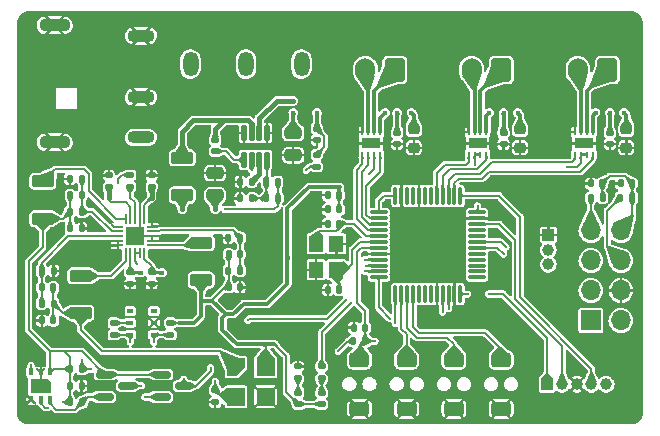
<source format=gbr>
%TF.GenerationSoftware,KiCad,Pcbnew,(7.0.0)*%
%TF.CreationDate,2023-04-19T17:04:56+08:00*%
%TF.ProjectId,Warehouse-on-STM32,57617265-686f-4757-9365-2d6f6e2d5354,rev?*%
%TF.SameCoordinates,Original*%
%TF.FileFunction,Copper,L1,Top*%
%TF.FilePolarity,Positive*%
%FSLAX46Y46*%
G04 Gerber Fmt 4.6, Leading zero omitted, Abs format (unit mm)*
G04 Created by KiCad (PCBNEW (7.0.0)) date 2023-04-19 17:04:56*
%MOMM*%
%LPD*%
G01*
G04 APERTURE LIST*
G04 Aperture macros list*
%AMRoundRect*
0 Rectangle with rounded corners*
0 $1 Rounding radius*
0 $2 $3 $4 $5 $6 $7 $8 $9 X,Y pos of 4 corners*
0 Add a 4 corners polygon primitive as box body*
4,1,4,$2,$3,$4,$5,$6,$7,$8,$9,$2,$3,0*
0 Add four circle primitives for the rounded corners*
1,1,$1+$1,$2,$3*
1,1,$1+$1,$4,$5*
1,1,$1+$1,$6,$7*
1,1,$1+$1,$8,$9*
0 Add four rect primitives between the rounded corners*
20,1,$1+$1,$2,$3,$4,$5,0*
20,1,$1+$1,$4,$5,$6,$7,0*
20,1,$1+$1,$6,$7,$8,$9,0*
20,1,$1+$1,$8,$9,$2,$3,0*%
%AMOutline5P*
0 Free polygon, 5 corners , with rotation*
0 The origin of the aperture is its center*
0 number of corners: always 5*
0 $1 to $10 corner X, Y*
0 $11 Rotation angle, in degrees counterclockwise*
0 create outline with 5 corners*
4,1,5,$1,$2,$3,$4,$5,$6,$7,$8,$9,$10,$1,$2,$11*%
%AMOutline6P*
0 Free polygon, 6 corners , with rotation*
0 The origin of the aperture is its center*
0 number of corners: always 6*
0 $1 to $12 corner X, Y*
0 $13 Rotation angle, in degrees counterclockwise*
0 create outline with 6 corners*
4,1,6,$1,$2,$3,$4,$5,$6,$7,$8,$9,$10,$11,$12,$1,$2,$13*%
%AMOutline7P*
0 Free polygon, 7 corners , with rotation*
0 The origin of the aperture is its center*
0 number of corners: always 7*
0 $1 to $14 corner X, Y*
0 $15 Rotation angle, in degrees counterclockwise*
0 create outline with 7 corners*
4,1,7,$1,$2,$3,$4,$5,$6,$7,$8,$9,$10,$11,$12,$13,$14,$1,$2,$15*%
%AMOutline8P*
0 Free polygon, 8 corners , with rotation*
0 The origin of the aperture is its center*
0 number of corners: always 8*
0 $1 to $16 corner X, Y*
0 $17 Rotation angle, in degrees counterclockwise*
0 create outline with 8 corners*
4,1,8,$1,$2,$3,$4,$5,$6,$7,$8,$9,$10,$11,$12,$13,$14,$15,$16,$1,$2,$17*%
G04 Aperture macros list end*
%TA.AperFunction,SMDPad,CuDef*%
%ADD10RoundRect,0.140000X-0.140000X-0.170000X0.140000X-0.170000X0.140000X0.170000X-0.140000X0.170000X0*%
%TD*%
%TA.AperFunction,SMDPad,CuDef*%
%ADD11R,0.250000X0.500000*%
%TD*%
%TA.AperFunction,SMDPad,CuDef*%
%ADD12R,1.600000X0.900000*%
%TD*%
%TA.AperFunction,ComponentPad*%
%ADD13RoundRect,0.250000X0.600000X0.750000X-0.600000X0.750000X-0.600000X-0.750000X0.600000X-0.750000X0*%
%TD*%
%TA.AperFunction,ComponentPad*%
%ADD14O,1.700000X2.000000*%
%TD*%
%TA.AperFunction,SMDPad,CuDef*%
%ADD15RoundRect,0.075000X-0.662500X-0.075000X0.662500X-0.075000X0.662500X0.075000X-0.662500X0.075000X0*%
%TD*%
%TA.AperFunction,SMDPad,CuDef*%
%ADD16RoundRect,0.075000X-0.075000X-0.662500X0.075000X-0.662500X0.075000X0.662500X-0.075000X0.662500X0*%
%TD*%
%TA.AperFunction,SMDPad,CuDef*%
%ADD17RoundRect,0.135000X-0.135000X-0.185000X0.135000X-0.185000X0.135000X0.185000X-0.135000X0.185000X0*%
%TD*%
%TA.AperFunction,SMDPad,CuDef*%
%ADD18RoundRect,0.140000X-0.170000X0.140000X-0.170000X-0.140000X0.170000X-0.140000X0.170000X0.140000X0*%
%TD*%
%TA.AperFunction,SMDPad,CuDef*%
%ADD19RoundRect,0.225000X-0.250000X0.225000X-0.250000X-0.225000X0.250000X-0.225000X0.250000X0.225000X0*%
%TD*%
%TA.AperFunction,SMDPad,CuDef*%
%ADD20RoundRect,0.135000X-0.185000X0.135000X-0.185000X-0.135000X0.185000X-0.135000X0.185000X0.135000X0*%
%TD*%
%TA.AperFunction,SMDPad,CuDef*%
%ADD21RoundRect,0.147500X-0.172500X0.147500X-0.172500X-0.147500X0.172500X-0.147500X0.172500X0.147500X0*%
%TD*%
%TA.AperFunction,SMDPad,CuDef*%
%ADD22RoundRect,0.250000X0.475000X-0.250000X0.475000X0.250000X-0.475000X0.250000X-0.475000X-0.250000X0*%
%TD*%
%TA.AperFunction,SMDPad,CuDef*%
%ADD23RoundRect,0.140000X0.140000X0.170000X-0.140000X0.170000X-0.140000X-0.170000X0.140000X-0.170000X0*%
%TD*%
%TA.AperFunction,SMDPad,CuDef*%
%ADD24RoundRect,0.312500X0.537500X-0.312500X0.537500X0.312500X-0.537500X0.312500X-0.537500X-0.312500X0*%
%TD*%
%TA.AperFunction,SMDPad,CuDef*%
%ADD25Outline5P,-0.750000X0.075000X-0.075000X0.750000X0.750000X0.750000X0.750000X-0.750000X-0.750000X-0.750000X180.000000*%
%TD*%
%TA.AperFunction,SMDPad,CuDef*%
%ADD26R,1.500000X1.500000*%
%TD*%
%TA.AperFunction,SMDPad,CuDef*%
%ADD27RoundRect,0.050000X-0.375000X-0.050000X0.375000X-0.050000X0.375000X0.050000X-0.375000X0.050000X0*%
%TD*%
%TA.AperFunction,SMDPad,CuDef*%
%ADD28RoundRect,0.050000X-0.050000X-0.375000X0.050000X-0.375000X0.050000X0.375000X-0.050000X0.375000X0*%
%TD*%
%TA.AperFunction,SMDPad,CuDef*%
%ADD29R,1.650000X1.650000*%
%TD*%
%TA.AperFunction,SMDPad,CuDef*%
%ADD30RoundRect,0.125000X-0.125000X0.537500X-0.125000X-0.537500X0.125000X-0.537500X0.125000X0.537500X0*%
%TD*%
%TA.AperFunction,SMDPad,CuDef*%
%ADD31RoundRect,0.150000X-0.587500X-0.150000X0.587500X-0.150000X0.587500X0.150000X-0.587500X0.150000X0*%
%TD*%
%TA.AperFunction,SMDPad,CuDef*%
%ADD32RoundRect,0.250000X-0.700000X0.275000X-0.700000X-0.275000X0.700000X-0.275000X0.700000X0.275000X0*%
%TD*%
%TA.AperFunction,SMDPad,CuDef*%
%ADD33RoundRect,0.135000X0.135000X0.185000X-0.135000X0.185000X-0.135000X-0.185000X0.135000X-0.185000X0*%
%TD*%
%TA.AperFunction,SMDPad,CuDef*%
%ADD34RoundRect,0.140000X0.170000X-0.140000X0.170000X0.140000X-0.170000X0.140000X-0.170000X-0.140000X0*%
%TD*%
%TA.AperFunction,SMDPad,CuDef*%
%ADD35R,0.400000X0.550000*%
%TD*%
%TA.AperFunction,SMDPad,CuDef*%
%ADD36Outline5P,-0.625000X0.550000X-0.325000X0.850000X0.625000X0.850000X0.625000X-0.850000X-0.625000X-0.850000X270.000000*%
%TD*%
%TA.AperFunction,ComponentPad*%
%ADD37R,1.700000X1.700000*%
%TD*%
%TA.AperFunction,ComponentPad*%
%ADD38O,1.700000X1.700000*%
%TD*%
%TA.AperFunction,ComponentPad*%
%ADD39R,1.000000X1.000000*%
%TD*%
%TA.AperFunction,ComponentPad*%
%ADD40C,1.000000*%
%TD*%
%TA.AperFunction,SMDPad,CuDef*%
%ADD41R,1.200000X1.400000*%
%TD*%
%TA.AperFunction,SMDPad,CuDef*%
%ADD42RoundRect,0.135000X0.185000X-0.135000X0.185000X0.135000X-0.185000X0.135000X-0.185000X-0.135000X0*%
%TD*%
%TA.AperFunction,SMDPad,CuDef*%
%ADD43RoundRect,0.250000X0.700000X-0.275000X0.700000X0.275000X-0.700000X0.275000X-0.700000X-0.275000X0*%
%TD*%
%TA.AperFunction,SMDPad,CuDef*%
%ADD44RoundRect,0.250000X-0.475000X0.250000X-0.475000X-0.250000X0.475000X-0.250000X0.475000X0.250000X0*%
%TD*%
%TA.AperFunction,ComponentPad*%
%ADD45O,2.300000X1.100000*%
%TD*%
%TA.AperFunction,ComponentPad*%
%ADD46O,2.650000X1.100000*%
%TD*%
%TA.AperFunction,ComponentPad*%
%ADD47O,1.300000X2.100000*%
%TD*%
%TA.AperFunction,SMDPad,CuDef*%
%ADD48R,0.550000X0.400000*%
%TD*%
%TA.AperFunction,ViaPad*%
%ADD49C,0.200000*%
%TD*%
%TA.AperFunction,ViaPad*%
%ADD50C,0.400000*%
%TD*%
%TA.AperFunction,Conductor*%
%ADD51C,0.300000*%
%TD*%
%TA.AperFunction,Conductor*%
%ADD52C,0.200000*%
%TD*%
%TA.AperFunction,Conductor*%
%ADD53C,0.304800*%
%TD*%
%TA.AperFunction,Conductor*%
%ADD54C,0.400000*%
%TD*%
G04 APERTURE END LIST*
D10*
%TO.P,C8,1*%
%TO.N,+3V3*%
X117920000Y-123400000D03*
%TO.P,C8,2*%
%TO.N,GND*%
X118880000Y-123400000D03*
%TD*%
D11*
%TO.P,U5,1,VM*%
%TO.N,+12V*%
X139749999Y-110249999D03*
%TO.P,U5,2,OUT1*%
%TO.N,Net-(J6-Pin_1)*%
X139249999Y-110249999D03*
%TO.P,U5,3,OUT2*%
%TO.N,Net-(J6-Pin_2)*%
X138749999Y-110249999D03*
%TO.P,U5,4,GND*%
%TO.N,GND*%
X138249999Y-110249999D03*
%TO.P,U5,5,IN2/EN*%
%TO.N,/BEN*%
X138249999Y-112149999D03*
%TO.P,U5,6,IN1/PH*%
%TO.N,+3V3*%
X138749999Y-112149999D03*
%TO.P,U5,7,MODE*%
X139249999Y-112149999D03*
%TO.P,U5,8,~{SLEEP}*%
%TO.N,/BSLEEP*%
X139749999Y-112149999D03*
D12*
%TO.P,U5,9,GND*%
%TO.N,GND*%
X138999999Y-111199999D03*
%TD*%
D13*
%TO.P,J6,1,Pin_1*%
%TO.N,Net-(J6-Pin_1)*%
X141000000Y-105000000D03*
D14*
%TO.P,J6,2,Pin_2*%
%TO.N,Net-(J6-Pin_2)*%
X138499999Y-104999999D03*
%TD*%
D15*
%TO.P,U1,1,VBAT*%
%TO.N,+3V3*%
X130637500Y-117050000D03*
%TO.P,U1,2,PC13*%
%TO.N,/ASLEEP*%
X130637500Y-117550000D03*
%TO.P,U1,3,PC14*%
%TO.N,/APH*%
X130637500Y-118050000D03*
%TO.P,U1,4,PC15*%
%TO.N,/AEN*%
X130637500Y-118550000D03*
%TO.P,U1,5,PD0*%
%TO.N,Net-(U1-PD0)*%
X130637500Y-119050000D03*
%TO.P,U1,6,PD1*%
%TO.N,Net-(U1-PD1)*%
X130637500Y-119550000D03*
%TO.P,U1,7,NRST*%
%TO.N,/NRST*%
X130637500Y-120050000D03*
%TO.P,U1,8,VSSA*%
%TO.N,GND*%
X130637500Y-120550000D03*
%TO.P,U1,9,VDDA*%
%TO.N,+3V3*%
X130637500Y-121050000D03*
%TO.P,U1,10,PA0*%
%TO.N,/ADC*%
X130637500Y-121550000D03*
%TO.P,U1,11,PA1*%
%TO.N,/LED0*%
X130637500Y-122050000D03*
%TO.P,U1,12,PA2*%
%TO.N,/ESP_TX*%
X130637500Y-122550000D03*
D16*
%TO.P,U1,13,PA3*%
%TO.N,/ESP_RX*%
X132050000Y-123962500D03*
%TO.P,U1,14,PA4*%
%TO.N,/KEY2*%
X132550000Y-123962500D03*
%TO.P,U1,15,PA5*%
%TO.N,/KEY1*%
X133050000Y-123962500D03*
%TO.P,U1,16,PA6*%
%TO.N,/KEY0*%
X133550000Y-123962500D03*
%TO.P,U1,17,PA7*%
%TO.N,unconnected-(U1-PA7-Pad17)*%
X134050000Y-123962500D03*
%TO.P,U1,18,PB0*%
%TO.N,unconnected-(U1-PB0-Pad18)*%
X134550000Y-123962500D03*
%TO.P,U1,19,PB1*%
%TO.N,unconnected-(U1-PB1-Pad19)*%
X135050000Y-123962500D03*
%TO.P,U1,20,PB2*%
%TO.N,GND*%
X135550000Y-123962500D03*
%TO.P,U1,21,PB10*%
%TO.N,/SCL*%
X136050000Y-123962500D03*
%TO.P,U1,22,PB11*%
%TO.N,/SDA*%
X136550000Y-123962500D03*
%TO.P,U1,23,VSS*%
%TO.N,GND*%
X137050000Y-123962500D03*
%TO.P,U1,24,VDD*%
%TO.N,+3V3*%
X137550000Y-123962500D03*
D15*
%TO.P,U1,25,PB12*%
%TO.N,unconnected-(U1-PB12-Pad25)*%
X138962500Y-122550000D03*
%TO.P,U1,26,PB13*%
%TO.N,unconnected-(U1-PB13-Pad26)*%
X138962500Y-122050000D03*
%TO.P,U1,27,PB14*%
%TO.N,unconnected-(U1-PB14-Pad27)*%
X138962500Y-121550000D03*
%TO.P,U1,28,PB15*%
%TO.N,unconnected-(U1-PB15-Pad28)*%
X138962500Y-121050000D03*
%TO.P,U1,29,PA8*%
%TO.N,unconnected-(U1-PA8-Pad29)*%
X138962500Y-120550000D03*
%TO.P,U1,30,PA9*%
%TO.N,/USART1_TX*%
X138962500Y-120050000D03*
%TO.P,U1,31,PA10*%
%TO.N,/USART1_RX*%
X138962500Y-119550000D03*
%TO.P,U1,32,PA11*%
%TO.N,unconnected-(U1-PA11-Pad32)*%
X138962500Y-119050000D03*
%TO.P,U1,33,PA12*%
%TO.N,unconnected-(U1-PA12-Pad33)*%
X138962500Y-118550000D03*
%TO.P,U1,34,PA13*%
%TO.N,/SWDIO*%
X138962500Y-118050000D03*
%TO.P,U1,35,VSS*%
%TO.N,GND*%
X138962500Y-117550000D03*
%TO.P,U1,36,VDD*%
%TO.N,+3V3*%
X138962500Y-117050000D03*
D16*
%TO.P,U1,37,PA14*%
%TO.N,/SWCLK*%
X137550000Y-115637500D03*
%TO.P,U1,38,PA15*%
%TO.N,/CSLEEP*%
X137050000Y-115637500D03*
%TO.P,U1,39,PB3*%
%TO.N,/CEN*%
X136550000Y-115637500D03*
%TO.P,U1,40,PB4*%
%TO.N,/BSLEEP*%
X136050000Y-115637500D03*
%TO.P,U1,41,PB5*%
%TO.N,/BEN*%
X135550000Y-115637500D03*
%TO.P,U1,42,PB6*%
%TO.N,unconnected-(U1-PB6-Pad42)*%
X135050000Y-115637500D03*
%TO.P,U1,43,PB7*%
%TO.N,unconnected-(U1-PB7-Pad43)*%
X134550000Y-115637500D03*
%TO.P,U1,44,BOOT0*%
%TO.N,GND*%
X134050000Y-115637500D03*
%TO.P,U1,45,PB8*%
%TO.N,unconnected-(U1-PB8-Pad45)*%
X133550000Y-115637500D03*
%TO.P,U1,46,PB9*%
%TO.N,unconnected-(U1-PB9-Pad46)*%
X133050000Y-115637500D03*
%TO.P,U1,47,VSS*%
%TO.N,GND*%
X132550000Y-115637500D03*
%TO.P,U1,48,VDD*%
%TO.N,+3V3*%
X132050000Y-115637500D03*
%TD*%
D17*
%TO.P,R7,1*%
%TO.N,GND*%
X117890000Y-119200000D03*
%TO.P,R7,2*%
%TO.N,Net-(U2-FB1)*%
X118910000Y-119200000D03*
%TD*%
D18*
%TO.P,C19,1*%
%TO.N,+12V*%
X125400000Y-109982500D03*
%TO.P,C19,2*%
%TO.N,GND*%
X125400000Y-110942500D03*
%TD*%
D19*
%TO.P,C26,1*%
%TO.N,+12V*%
X151600000Y-110025000D03*
%TO.P,C26,2*%
%TO.N,GND*%
X151600000Y-111575000D03*
%TD*%
D20*
%TO.P,R16,1*%
%TO.N,+3V3*%
X108200000Y-126390000D03*
%TO.P,R16,2*%
%TO.N,/SCL*%
X108200000Y-127410000D03*
%TD*%
D21*
%TO.P,D1,1,K*%
%TO.N,Net-(D1-K)*%
X123800000Y-132315000D03*
%TO.P,D1,2,A*%
%TO.N,+3V3*%
X123800000Y-133285000D03*
%TD*%
D10*
%TO.P,C30,1*%
%TO.N,+1V8*%
X104520000Y-131728500D03*
%TO.P,C30,2*%
%TO.N,GND*%
X105480000Y-131728500D03*
%TD*%
D22*
%TO.P,C23,1*%
%TO.N,+5V*%
X116775000Y-115612500D03*
%TO.P,C23,2*%
%TO.N,GND*%
X116775000Y-113712500D03*
%TD*%
D23*
%TO.P,C2,1*%
%TO.N,+3V3*%
X152080000Y-114600000D03*
%TO.P,C2,2*%
%TO.N,GND*%
X151120000Y-114600000D03*
%TD*%
D24*
%TO.P,SW4,1,1*%
%TO.N,GND*%
X129000000Y-133675000D03*
%TO.P,SW4,2,2*%
%TO.N,/NRST*%
X129000000Y-129525000D03*
%TD*%
D17*
%TO.P,R11,1*%
%TO.N,GND*%
X104490000Y-114200000D03*
%TO.P,R11,2*%
%TO.N,Net-(U2-FB3)*%
X105510000Y-114200000D03*
%TD*%
D25*
%TO.P,U9,1,VH*%
%TO.N,+2V5*%
X118549999Y-130149999D03*
D26*
%TO.P,U9,2,OUT*%
%TO.N,/ADC*%
X118549999Y-132649999D03*
%TO.P,U9,3,GND*%
%TO.N,GND*%
X121049999Y-132649999D03*
%TO.P,U9,4,VCC*%
%TO.N,+3V3*%
X121049999Y-130149999D03*
%TD*%
D27*
%TO.P,U2,1,GND3*%
%TO.N,GND*%
X108550000Y-118250000D03*
%TO.P,U2,2,FB3*%
%TO.N,Net-(U2-FB3)*%
X108550000Y-118650000D03*
%TO.P,U2,3,FB2*%
%TO.N,Net-(U2-FB2)*%
X108550000Y-119050000D03*
%TO.P,U2,4,GND2*%
%TO.N,GND*%
X108550000Y-119450000D03*
%TO.P,U2,5,GND2*%
X108550000Y-119850000D03*
D28*
%TO.P,U2,6,LX2*%
%TO.N,Net-(U2-LX2)*%
X109200000Y-120500000D03*
%TO.P,U2,7,VIN2*%
%TO.N,+5V*%
X109600000Y-120500000D03*
%TO.P,U2,8,EN2*%
%TO.N,Net-(U2-EN1)*%
X110000000Y-120500000D03*
%TO.P,U2,9,EN1*%
X110400000Y-120500000D03*
%TO.P,U2,10,VIN1*%
%TO.N,+5V*%
X110800000Y-120500000D03*
D27*
%TO.P,U2,11,LX1*%
%TO.N,Net-(U2-LX1)*%
X111450000Y-119850000D03*
%TO.P,U2,12,GND1*%
%TO.N,GND*%
X111450000Y-119450000D03*
%TO.P,U2,13,GND1*%
X111450000Y-119050000D03*
%TO.P,U2,14,FB1*%
%TO.N,Net-(U2-FB1)*%
X111450000Y-118650000D03*
%TO.P,U2,15,AGND*%
%TO.N,GND*%
X111450000Y-118250000D03*
D28*
%TO.P,U2,16,VCC*%
%TO.N,+5V*%
X110800000Y-117600000D03*
%TO.P,U2,17,AGND*%
%TO.N,GND*%
X110400000Y-117600000D03*
%TO.P,U2,18,EN3*%
%TO.N,Net-(U2-EN1)*%
X110000000Y-117600000D03*
%TO.P,U2,19,VIN3*%
%TO.N,+5V*%
X109600000Y-117600000D03*
%TO.P,U2,20,LX3*%
%TO.N,Net-(U2-LX3)*%
X109200000Y-117600000D03*
D29*
%TO.P,U2,21,EP*%
%TO.N,GND*%
X109999999Y-119049999D03*
%TD*%
D23*
%TO.P,C3,1*%
%TO.N,/NRST*%
X129480000Y-126800000D03*
%TO.P,C3,2*%
%TO.N,GND*%
X128520000Y-126800000D03*
%TD*%
%TO.P,C4,1*%
%TO.N,+3V3*%
X127280000Y-116800000D03*
%TO.P,C4,2*%
%TO.N,GND*%
X126320000Y-116800000D03*
%TD*%
D30*
%TO.P,U3,1,AGND*%
%TO.N,GND*%
X121175000Y-110325000D03*
%TO.P,U3,2,IN*%
%TO.N,+12V*%
X120525000Y-110325000D03*
%TO.P,U3,3,SW*%
%TO.N,Net-(U3-SW)*%
X119875000Y-110325000D03*
%TO.P,U3,4,GND*%
%TO.N,GND*%
X119225000Y-110325000D03*
%TO.P,U3,5,BST*%
%TO.N,Net-(U3-BST)*%
X119225000Y-112600000D03*
%TO.P,U3,6,EN/SYNC*%
%TO.N,Net-(U3-EN{slash}SYNC)*%
X119875000Y-112600000D03*
%TO.P,U3,7,VCC*%
%TO.N,Net-(U3-VCC)*%
X120525000Y-112600000D03*
%TO.P,U3,8,FB*%
%TO.N,Net-(U3-FB)*%
X121175000Y-112600000D03*
%TD*%
D21*
%TO.P,D2,1,K*%
%TO.N,Net-(D2-K)*%
X125800000Y-132315000D03*
%TO.P,D2,2,A*%
%TO.N,+3V3*%
X125800000Y-133285000D03*
%TD*%
D31*
%TO.P,Q2,1,G*%
%TO.N,+1V8*%
X112262500Y-130778500D03*
%TO.P,Q2,2,S*%
%TO.N,/\u4F20\u611F\u5668\u6A21\u5757/SDA1V8*%
X112262500Y-132678500D03*
%TO.P,Q2,3,D*%
%TO.N,/SDA*%
X114137500Y-131728500D03*
%TD*%
D18*
%TO.P,C16,1*%
%TO.N,+5V*%
X109600000Y-122120000D03*
%TO.P,C16,2*%
%TO.N,GND*%
X109600000Y-123080000D03*
%TD*%
D32*
%TO.P,L4,1*%
%TO.N,Net-(U3-SW)*%
X114000000Y-112425000D03*
%TO.P,L4,2*%
%TO.N,+5V*%
X114000000Y-115575000D03*
%TD*%
D10*
%TO.P,C20,1*%
%TO.N,GND*%
X118920000Y-114462500D03*
%TO.P,C20,2*%
%TO.N,Net-(U3-VCC)*%
X119880000Y-114462500D03*
%TD*%
D31*
%TO.P,Q1,1,G*%
%TO.N,+1V8*%
X107462500Y-130778500D03*
%TO.P,Q1,2,S*%
%TO.N,/\u4F20\u611F\u5668\u6A21\u5757/SCL1V8*%
X107462500Y-132678500D03*
%TO.P,Q1,3,D*%
%TO.N,/SCL*%
X109337500Y-131728500D03*
%TD*%
D33*
%TO.P,R1,1*%
%TO.N,+3V3*%
X149600000Y-115800000D03*
%TO.P,R1,2*%
%TO.N,Net-(J1-Pin_7)*%
X148580000Y-115800000D03*
%TD*%
%TO.P,R9,1*%
%TO.N,GND*%
X103110000Y-122000000D03*
%TO.P,R9,2*%
%TO.N,Net-(U2-FB2)*%
X102090000Y-122000000D03*
%TD*%
D34*
%TO.P,C15,1*%
%TO.N,+5V*%
X111400000Y-114880000D03*
%TO.P,C15,2*%
%TO.N,GND*%
X111400000Y-113920000D03*
%TD*%
D20*
%TO.P,R17,1*%
%TO.N,+3V3*%
X113000000Y-126390000D03*
%TO.P,R17,2*%
%TO.N,/SDA*%
X113000000Y-127410000D03*
%TD*%
D35*
%TO.P,U8,1,VDD*%
%TO.N,+1V8*%
X102799999Y-130578499D03*
%TO.P,U8,2,VSS*%
%TO.N,GND*%
X101999999Y-130578499D03*
%TO.P,U8,3,SDA*%
%TO.N,/\u4F20\u611F\u5668\u6A21\u5757/SDA1V8*%
X101199999Y-130578499D03*
%TO.P,U8,4,R*%
%TO.N,GND*%
X101199999Y-132878499D03*
%TO.P,U8,5,VDDH*%
%TO.N,+1V8*%
X101999999Y-132878499D03*
%TO.P,U8,6,SCL*%
%TO.N,/\u4F20\u611F\u5668\u6A21\u5757/SCL1V8*%
X102799999Y-132878499D03*
D36*
%TO.P,U8,7*%
%TO.N,GND*%
X101999999Y-131728499D03*
%TD*%
D17*
%TO.P,R20,1*%
%TO.N,+1V8*%
X104490000Y-133128500D03*
%TO.P,R20,2*%
%TO.N,/\u4F20\u611F\u5668\u6A21\u5757/SCL1V8*%
X105510000Y-133128500D03*
%TD*%
D24*
%TO.P,SW2,1,1*%
%TO.N,GND*%
X137000000Y-133675000D03*
%TO.P,SW2,2,2*%
%TO.N,/KEY1*%
X137000000Y-129525000D03*
%TD*%
D34*
%TO.P,C18,1*%
%TO.N,+5V*%
X107800000Y-114880000D03*
%TO.P,C18,2*%
%TO.N,GND*%
X107800000Y-113920000D03*
%TD*%
D24*
%TO.P,SW3,1,1*%
%TO.N,GND*%
X133000000Y-133675000D03*
%TO.P,SW3,2,2*%
%TO.N,/KEY2*%
X133000000Y-129525000D03*
%TD*%
D17*
%TO.P,R6,1*%
%TO.N,+3V3*%
X117890000Y-122000000D03*
%TO.P,R6,2*%
%TO.N,Net-(U2-FB1)*%
X118910000Y-122000000D03*
%TD*%
D18*
%TO.P,C28,1*%
%TO.N,+12V*%
X141200000Y-110320000D03*
%TO.P,C28,2*%
%TO.N,GND*%
X141200000Y-111280000D03*
%TD*%
D34*
%TO.P,C21,1*%
%TO.N,Net-(U3-BST)*%
X116800000Y-111880000D03*
%TO.P,C21,2*%
%TO.N,Net-(U3-SW)*%
X116800000Y-110920000D03*
%TD*%
D18*
%TO.P,C29,1*%
%TO.N,+12V*%
X150200000Y-110320000D03*
%TO.P,C29,2*%
%TO.N,GND*%
X150200000Y-111280000D03*
%TD*%
D37*
%TO.P,J1,1,Pin_1*%
%TO.N,/ESP_RX*%
X148599999Y-126199999D03*
D38*
%TO.P,J1,2,Pin_2*%
%TO.N,unconnected-(J1-Pin_2-Pad2)*%
X151139999Y-126199999D03*
%TO.P,J1,3,Pin_3*%
%TO.N,unconnected-(J1-Pin_3-Pad3)*%
X148599999Y-123659999D03*
%TO.P,J1,4,Pin_4*%
%TO.N,GND*%
X151139999Y-123659999D03*
%TO.P,J1,5,Pin_5*%
%TO.N,/ESP_TX*%
X148599999Y-121119999D03*
%TO.P,J1,6,Pin_6*%
%TO.N,Net-(J1-Pin_6)*%
X151139999Y-121119999D03*
%TO.P,J1,7,Pin_7*%
%TO.N,Net-(J1-Pin_7)*%
X148599999Y-118579999D03*
%TO.P,J1,8,Pin_8*%
%TO.N,+3V3*%
X151139999Y-118579999D03*
%TD*%
D33*
%TO.P,R14,1*%
%TO.N,+5V*%
X122110000Y-115862500D03*
%TO.P,R14,2*%
%TO.N,Net-(U3-FB)*%
X121090000Y-115862500D03*
%TD*%
D23*
%TO.P,C7,1*%
%TO.N,Net-(U1-PD1)*%
X127280000Y-123600000D03*
%TO.P,C7,2*%
%TO.N,GND*%
X126320000Y-123600000D03*
%TD*%
D20*
%TO.P,R13,1*%
%TO.N,+12V*%
X125400000Y-112152500D03*
%TO.P,R13,2*%
%TO.N,Net-(U3-EN{slash}SYNC)*%
X125400000Y-113172500D03*
%TD*%
D23*
%TO.P,C6,1*%
%TO.N,+3V3*%
X127280000Y-115600000D03*
%TO.P,C6,2*%
%TO.N,GND*%
X126320000Y-115600000D03*
%TD*%
D20*
%TO.P,R19,1*%
%TO.N,/ADC*%
X116800000Y-132090000D03*
%TO.P,R19,2*%
%TO.N,GND*%
X116800000Y-133110000D03*
%TD*%
D23*
%TO.P,C5,1*%
%TO.N,Net-(U1-PD0)*%
X127280000Y-118000000D03*
%TO.P,C5,2*%
%TO.N,GND*%
X126320000Y-118000000D03*
%TD*%
%TO.P,C12,1*%
%TO.N,+2V5*%
X103080000Y-123400000D03*
%TO.P,C12,2*%
%TO.N,Net-(U2-FB2)*%
X102120000Y-123400000D03*
%TD*%
D39*
%TO.P,J3,1,Pin_1*%
%TO.N,GND*%
X144999999Y-118949999D03*
D40*
%TO.P,J3,2,Pin_2*%
%TO.N,/USART1_RX*%
X145000000Y-120200000D03*
%TO.P,J3,3,Pin_3*%
%TO.N,/USART1_TX*%
X145000000Y-121450000D03*
%TD*%
D33*
%TO.P,R15,1*%
%TO.N,Net-(U3-FB)*%
X119910000Y-115862500D03*
%TO.P,R15,2*%
%TO.N,GND*%
X118890000Y-115862500D03*
%TD*%
D24*
%TO.P,SW1,1,1*%
%TO.N,GND*%
X141000000Y-133675000D03*
%TO.P,SW1,2,2*%
%TO.N,/KEY0*%
X141000000Y-129525000D03*
%TD*%
D41*
%TO.P,Y1,1,1*%
%TO.N,Net-(U1-PD0)*%
X125349999Y-119699999D03*
%TO.P,Y1,2,2*%
%TO.N,GND*%
X125349999Y-121899999D03*
%TO.P,Y1,3,3*%
%TO.N,Net-(U1-PD1)*%
X127049999Y-121899999D03*
%TO.P,Y1,4,4*%
%TO.N,GND*%
X127049999Y-119699999D03*
%TD*%
D42*
%TO.P,R4,1*%
%TO.N,Net-(D2-K)*%
X125800000Y-131110000D03*
%TO.P,R4,2*%
%TO.N,/LED0*%
X125800000Y-130090000D03*
%TD*%
D10*
%TO.P,C13,1*%
%TO.N,+1V8*%
X104520000Y-115600000D03*
%TO.P,C13,2*%
%TO.N,Net-(U2-FB3)*%
X105480000Y-115600000D03*
%TD*%
D18*
%TO.P,C27,1*%
%TO.N,+12V*%
X132200000Y-110320000D03*
%TO.P,C27,2*%
%TO.N,GND*%
X132200000Y-111280000D03*
%TD*%
D42*
%TO.P,R3,1*%
%TO.N,Net-(D1-K)*%
X123800000Y-131110000D03*
%TO.P,R3,2*%
%TO.N,GND*%
X123800000Y-130090000D03*
%TD*%
D39*
%TO.P,J2,1,Pin_1*%
%TO.N,+3V3*%
X144899999Y-131599999D03*
D40*
%TO.P,J2,2,Pin_2*%
%TO.N,/SWDIO*%
X146150000Y-131600000D03*
%TO.P,J2,3,Pin_3*%
%TO.N,GND*%
X147400000Y-131600000D03*
%TO.P,J2,4,Pin_4*%
%TO.N,/SWCLK*%
X148650000Y-131600000D03*
%TO.P,J2,5,Pin_5*%
%TO.N,/NRST*%
X149900000Y-131600000D03*
%TD*%
D17*
%TO.P,R5,1*%
%TO.N,+3V3*%
X128490000Y-127952000D03*
%TO.P,R5,2*%
%TO.N,/NRST*%
X129510000Y-127952000D03*
%TD*%
D43*
%TO.P,L1,1*%
%TO.N,+3V3*%
X115600000Y-122775000D03*
%TO.P,L1,2*%
%TO.N,Net-(U2-LX1)*%
X115600000Y-119625000D03*
%TD*%
D11*
%TO.P,U4,1,VM*%
%TO.N,+12V*%
X130749999Y-110249999D03*
%TO.P,U4,2,OUT1*%
%TO.N,Net-(J5-Pin_1)*%
X130249999Y-110249999D03*
%TO.P,U4,3,OUT2*%
%TO.N,Net-(J5-Pin_2)*%
X129749999Y-110249999D03*
%TO.P,U4,4,GND*%
%TO.N,GND*%
X129249999Y-110249999D03*
%TO.P,U4,5,IN2/EN*%
%TO.N,/AEN*%
X129249999Y-112149999D03*
%TO.P,U4,6,IN1/PH*%
%TO.N,/APH*%
X129749999Y-112149999D03*
%TO.P,U4,7,MODE*%
%TO.N,+3V3*%
X130249999Y-112149999D03*
%TO.P,U4,8,~{SLEEP}*%
%TO.N,/ASLEEP*%
X130749999Y-112149999D03*
D12*
%TO.P,U4,9,GND*%
%TO.N,GND*%
X129999999Y-111199999D03*
%TD*%
D17*
%TO.P,R18,1*%
%TO.N,+1V8*%
X104490000Y-130328500D03*
%TO.P,R18,2*%
%TO.N,/\u4F20\u611F\u5668\u6A21\u5757/SDA1V8*%
X105510000Y-130328500D03*
%TD*%
D13*
%TO.P,J5,1,Pin_1*%
%TO.N,Net-(J5-Pin_1)*%
X132000000Y-105000000D03*
D14*
%TO.P,J5,2,Pin_2*%
%TO.N,Net-(J5-Pin_2)*%
X129499999Y-104999999D03*
%TD*%
D11*
%TO.P,U6,1,VM*%
%TO.N,+12V*%
X148749999Y-110249999D03*
%TO.P,U6,2,OUT1*%
%TO.N,Net-(J7-Pin_1)*%
X148249999Y-110249999D03*
%TO.P,U6,3,OUT2*%
%TO.N,Net-(J7-Pin_2)*%
X147749999Y-110249999D03*
%TO.P,U6,4,GND*%
%TO.N,GND*%
X147249999Y-110249999D03*
%TO.P,U6,5,IN2/EN*%
%TO.N,/CEN*%
X147249999Y-112149999D03*
%TO.P,U6,6,IN1/PH*%
%TO.N,+3V3*%
X147749999Y-112149999D03*
%TO.P,U6,7,MODE*%
X148249999Y-112149999D03*
%TO.P,U6,8,~{SLEEP}*%
%TO.N,/CSLEEP*%
X148749999Y-112149999D03*
D12*
%TO.P,U6,9,GND*%
%TO.N,GND*%
X147999999Y-111199999D03*
%TD*%
D23*
%TO.P,C22,1*%
%TO.N,+5V*%
X122080000Y-114462500D03*
%TO.P,C22,2*%
%TO.N,Net-(U3-FB)*%
X121120000Y-114462500D03*
%TD*%
D43*
%TO.P,L2,1*%
%TO.N,+2V5*%
X105400000Y-125575000D03*
%TO.P,L2,2*%
%TO.N,Net-(U2-LX2)*%
X105400000Y-122425000D03*
%TD*%
D10*
%TO.P,C10,1*%
%TO.N,+1V8*%
X104520000Y-118400000D03*
%TO.P,C10,2*%
%TO.N,GND*%
X105480000Y-118400000D03*
%TD*%
D13*
%TO.P,J7,1,Pin_1*%
%TO.N,Net-(J7-Pin_1)*%
X150000000Y-105000000D03*
D14*
%TO.P,J7,2,Pin_2*%
%TO.N,Net-(J7-Pin_2)*%
X147499999Y-104999999D03*
%TD*%
D23*
%TO.P,C1,1*%
%TO.N,+3V3*%
X149570000Y-114600000D03*
%TO.P,C1,2*%
%TO.N,GND*%
X148610000Y-114600000D03*
%TD*%
D19*
%TO.P,C24,1*%
%TO.N,+12V*%
X133600000Y-110025000D03*
%TO.P,C24,2*%
%TO.N,GND*%
X133600000Y-111575000D03*
%TD*%
D23*
%TO.P,C9,1*%
%TO.N,+2V5*%
X103080000Y-126200000D03*
%TO.P,C9,2*%
%TO.N,GND*%
X102120000Y-126200000D03*
%TD*%
D44*
%TO.P,C17,1*%
%TO.N,+12V*%
X123400000Y-110312500D03*
%TO.P,C17,2*%
%TO.N,GND*%
X123400000Y-112212500D03*
%TD*%
D45*
%TO.P,J4,1*%
%TO.N,Net-(J4-Pad1)*%
X110499999Y-110699999D03*
%TO.P,J4,2*%
%TO.N,GND*%
X110499999Y-102099999D03*
%TO.P,J4,3*%
X110499999Y-107299999D03*
D46*
%TO.P,J4,MP,MountPin*%
X103199999Y-101199999D03*
X103199999Y-111099999D03*
%TD*%
D33*
%TO.P,R2,1*%
%TO.N,+3V3*%
X152110000Y-115800000D03*
%TO.P,R2,2*%
%TO.N,Net-(J1-Pin_6)*%
X151090000Y-115800000D03*
%TD*%
D47*
%TO.P,SW5,1*%
%TO.N,unconnected-(SW5-Pad1)*%
X114699999Y-104499999D03*
%TO.P,SW5,2*%
%TO.N,Net-(J4-Pad1)*%
X119399999Y-104499999D03*
%TO.P,SW5,3*%
%TO.N,+12V*%
X124099999Y-104499999D03*
%TD*%
D33*
%TO.P,R8,1*%
%TO.N,+2V5*%
X103110000Y-124800000D03*
%TO.P,R8,2*%
%TO.N,Net-(U2-FB2)*%
X102090000Y-124800000D03*
%TD*%
D10*
%TO.P,C11,1*%
%TO.N,+3V3*%
X117920000Y-120600000D03*
%TO.P,C11,2*%
%TO.N,Net-(U2-FB1)*%
X118880000Y-120600000D03*
%TD*%
D19*
%TO.P,C25,1*%
%TO.N,+12V*%
X142600000Y-110025000D03*
%TO.P,C25,2*%
%TO.N,GND*%
X142600000Y-111575000D03*
%TD*%
D18*
%TO.P,C14,1*%
%TO.N,+5V*%
X111400000Y-122120000D03*
%TO.P,C14,2*%
%TO.N,GND*%
X111400000Y-123080000D03*
%TD*%
D17*
%TO.P,R10,1*%
%TO.N,+1V8*%
X104490000Y-117000000D03*
%TO.P,R10,2*%
%TO.N,Net-(U2-FB3)*%
X105510000Y-117000000D03*
%TD*%
D20*
%TO.P,R12,1*%
%TO.N,+5V*%
X109600000Y-113890000D03*
%TO.P,R12,2*%
%TO.N,Net-(U2-EN1)*%
X109600000Y-114910000D03*
%TD*%
D48*
%TO.P,U7,1,NC*%
%TO.N,unconnected-(U7-NC-Pad1)*%
X109599999Y-125399999D03*
%TO.P,U7,2,VDD*%
%TO.N,+3V3*%
X109599999Y-126399999D03*
%TO.P,U7,3,SCL*%
%TO.N,/SCL*%
X109599999Y-127399999D03*
%TO.P,U7,4,SDA*%
%TO.N,/SDA*%
X111599999Y-127399999D03*
%TO.P,U7,5,GND*%
%TO.N,GND*%
X111599999Y-126399999D03*
%TO.P,U7,6,NC*%
%TO.N,unconnected-(U7-NC-Pad6)*%
X111599999Y-125399999D03*
%TD*%
D43*
%TO.P,L3,1*%
%TO.N,+1V8*%
X102200000Y-117575000D03*
%TO.P,L3,2*%
%TO.N,Net-(U2-LX3)*%
X102200000Y-114425000D03*
%TD*%
D49*
%TO.N,+3V3*%
X127350000Y-114900000D03*
X129800000Y-113800000D03*
X139000000Y-116500000D03*
X113760000Y-126390000D03*
X108900000Y-126400000D03*
X139940000Y-123960000D03*
X150200000Y-114000000D03*
X129450000Y-121050000D03*
X122800000Y-129200000D03*
X127200000Y-128800000D03*
X138750000Y-113000500D03*
X138162500Y-123962500D03*
D50*
X122900000Y-120900000D03*
D49*
X130637500Y-116537500D03*
X146600000Y-113200000D03*
%TO.N,GND*%
X150400000Y-114600000D03*
X107200000Y-118400000D03*
D50*
X127300000Y-110200000D03*
X127300000Y-110800000D03*
X114000000Y-119200000D03*
D49*
X106400000Y-118400000D03*
X125200000Y-117200000D03*
D50*
X114600000Y-118000000D03*
D49*
X125200000Y-116800000D03*
D50*
X115800000Y-118000000D03*
X114000000Y-121000000D03*
D49*
X102000000Y-130000000D03*
D50*
X115200000Y-118000000D03*
D49*
X125600000Y-117200000D03*
X150600000Y-113200000D03*
X106800000Y-118400000D03*
X150400000Y-115400000D03*
X107600000Y-117600000D03*
X151000000Y-113200000D03*
X107400000Y-117400000D03*
D50*
X114000000Y-118000000D03*
D49*
X151400000Y-113200000D03*
X125200000Y-116400000D03*
D50*
X114000000Y-120400000D03*
X114000000Y-121600000D03*
D49*
X125600000Y-117600000D03*
X107800000Y-117800000D03*
X150400000Y-115000000D03*
D50*
X124600000Y-111800000D03*
X114000000Y-122200000D03*
X124600000Y-112300000D03*
X127900000Y-110200000D03*
D49*
X125600000Y-116400000D03*
X125600000Y-116800000D03*
X125600000Y-116000000D03*
X125200000Y-117600000D03*
D50*
X127900000Y-110800000D03*
D49*
%TO.N,/NRST*%
X130320000Y-127960000D03*
D50*
%TO.N,+12V*%
X140000000Y-108600000D03*
X125400000Y-108600000D03*
X123400000Y-108600000D03*
X141200000Y-108600000D03*
X133400000Y-108600000D03*
X150200000Y-108600000D03*
X132200000Y-108600000D03*
X123400000Y-107600000D03*
X149000000Y-108600000D03*
X131200000Y-108600000D03*
X151400000Y-108600000D03*
X142400000Y-108600000D03*
%TO.N,+5V*%
X107800000Y-115800000D03*
X114000000Y-116800000D03*
X111400000Y-115800000D03*
X116800000Y-116800000D03*
D49*
X108600000Y-114600000D03*
D50*
X110500000Y-122150000D03*
D49*
X117600000Y-116800000D03*
D50*
X112300000Y-122150000D03*
D49*
%TO.N,+1V8*%
X103871500Y-133128500D03*
X102600000Y-133600000D03*
%TO.N,/ESP_RX*%
X132050250Y-126450250D03*
%TO.N,/ESP_TX*%
X131600250Y-126050250D03*
%TO.N,/USART1_TX*%
X141200000Y-120600000D03*
%TO.N,/USART1_RX*%
X141400000Y-120000000D03*
%TO.N,/SCL*%
X110550000Y-131728500D03*
X136050000Y-125500000D03*
X109600000Y-128050000D03*
%TO.N,/\u4F20\u611F\u5668\u6A21\u5757/SDA1V8*%
X101200000Y-130000000D03*
X106278500Y-130328500D03*
X105500000Y-129550000D03*
X110828500Y-132678500D03*
%TO.N,/SDA*%
X116400000Y-130200000D03*
X114137500Y-131162500D03*
X136550000Y-125200000D03*
X111600000Y-128050000D03*
%TO.N,/LED0*%
X128250000Y-124750000D03*
X129500000Y-122050000D03*
%TO.N,/ADC*%
X119550000Y-126200000D03*
X116800000Y-131350000D03*
X127850000Y-124450000D03*
X129550000Y-121550000D03*
%TO.N,Net-(U2-EN1)*%
X110200000Y-121400000D03*
X110000000Y-116400000D03*
%TO.N,Net-(U3-EN{slash}SYNC)*%
X124500000Y-113500000D03*
X119875000Y-113500000D03*
%TD*%
D51*
%TO.N,+3V3*%
X122900000Y-120900000D02*
X122900000Y-116700000D01*
X122900000Y-123100000D02*
X121200000Y-124800000D01*
D52*
X130637500Y-116537500D02*
X130637500Y-116062500D01*
X152110000Y-115800000D02*
X152110000Y-114630000D01*
X121800000Y-128200000D02*
X122800000Y-129200000D01*
X130637500Y-117050000D02*
X130637500Y-116537500D01*
D51*
X124700000Y-114900000D02*
X127350000Y-114900000D01*
D52*
X121050000Y-130150000D02*
X121050000Y-128450000D01*
D51*
X115600000Y-124550000D02*
X115600000Y-125800000D01*
D52*
X139940000Y-123960000D02*
X141170000Y-123960000D01*
X141170000Y-123960000D02*
X144900000Y-127690000D01*
X121050000Y-128450000D02*
X120800000Y-128200000D01*
X130637500Y-116062500D02*
X131062500Y-115637500D01*
X108210000Y-126400000D02*
X108200000Y-126390000D01*
X150180000Y-113990000D02*
X151470000Y-113990000D01*
X116550000Y-124450000D02*
X116550000Y-124550000D01*
X130250000Y-113350000D02*
X129800000Y-113800000D01*
D51*
X117400000Y-125950000D02*
X117400000Y-127000000D01*
D52*
X149570000Y-114600000D02*
X150180000Y-113990000D01*
X152110000Y-114630000D02*
X152080000Y-114600000D01*
D51*
X115600000Y-122775000D02*
X115600000Y-124550000D01*
D52*
X149570000Y-114600000D02*
X149570000Y-115770000D01*
D51*
X115600000Y-124550000D02*
X116550000Y-124550000D01*
X116550000Y-124550000D02*
X117675000Y-125675000D01*
X119200000Y-124800000D02*
X118325000Y-125675000D01*
D52*
X138750000Y-112150000D02*
X138750000Y-113000500D01*
X117600000Y-123400000D02*
X116550000Y-124450000D01*
D51*
X115600000Y-125800000D02*
X115010000Y-126390000D01*
D52*
X147400000Y-113200000D02*
X146600000Y-113200000D01*
X138162500Y-123962500D02*
X137550000Y-123962500D01*
X109600000Y-126400000D02*
X108900000Y-126400000D01*
X130250000Y-112150000D02*
X130250000Y-113350000D01*
D51*
X117400000Y-127000000D02*
X118600000Y-128200000D01*
D52*
X122800000Y-129200000D02*
X122800000Y-132267861D01*
X151470000Y-113990000D02*
X152080000Y-114600000D01*
D51*
X120800000Y-128200000D02*
X121800000Y-128200000D01*
X118600000Y-128200000D02*
X120800000Y-128200000D01*
D52*
X147750000Y-112150000D02*
X148250000Y-112150000D01*
X152110000Y-117610000D02*
X151140000Y-118580000D01*
X130637500Y-121050000D02*
X129450000Y-121050000D01*
X127350000Y-114900000D02*
X127280000Y-114970000D01*
D51*
X122900000Y-116700000D02*
X124700000Y-114900000D01*
D52*
X152110000Y-115800000D02*
X152110000Y-117610000D01*
X117920000Y-123400000D02*
X117600000Y-123400000D01*
X147750000Y-112850000D02*
X147400000Y-113200000D01*
X127280000Y-116800000D02*
X127280000Y-115600000D01*
D51*
X118325000Y-125675000D02*
X117675000Y-125675000D01*
D52*
X139000000Y-117012500D02*
X139000000Y-116500000D01*
X113760000Y-126390000D02*
X113000000Y-126390000D01*
X122800000Y-132267861D02*
X123817139Y-133285000D01*
X127280000Y-114970000D02*
X127280000Y-115600000D01*
X128048000Y-127952000D02*
X127200000Y-128800000D01*
D51*
X121200000Y-124800000D02*
X119200000Y-124800000D01*
X115010000Y-126390000D02*
X113760000Y-126390000D01*
X122900000Y-120900000D02*
X122900000Y-123100000D01*
D52*
X131062500Y-115637500D02*
X132050000Y-115637500D01*
X147750000Y-112150000D02*
X147750000Y-112850000D01*
X128490000Y-127952000D02*
X128048000Y-127952000D01*
X117920000Y-123400000D02*
X117920000Y-120600000D01*
X149570000Y-115770000D02*
X149600000Y-115800000D01*
X144900000Y-127690000D02*
X144900000Y-131600000D01*
X108900000Y-126400000D02*
X108210000Y-126400000D01*
X138750000Y-112150000D02*
X139250000Y-112150000D01*
X123817139Y-133285000D02*
X125800000Y-133285000D01*
X138962500Y-117050000D02*
X139000000Y-117012500D01*
D51*
X117675000Y-125675000D02*
X117400000Y-125950000D01*
D52*
%TO.N,GND*%
X102000000Y-130578500D02*
X102000000Y-130000000D01*
X110400000Y-118650000D02*
X110400000Y-117600000D01*
X110000000Y-119050000D02*
X110400000Y-118650000D01*
X108550000Y-118250000D02*
X108250000Y-118250000D01*
X102000000Y-131728500D02*
X102000000Y-130578500D01*
X108250000Y-118250000D02*
X107800000Y-117800000D01*
%TO.N,/NRST*%
X128800000Y-124700000D02*
X129500000Y-125400000D01*
X128800000Y-120400000D02*
X128800000Y-124700000D01*
X129000000Y-129525000D02*
X129000000Y-128462000D01*
X129500000Y-127942000D02*
X129510000Y-127952000D01*
X130312000Y-127952000D02*
X130320000Y-127960000D01*
X130637500Y-120050000D02*
X129150000Y-120050000D01*
X129510000Y-127952000D02*
X130312000Y-127952000D01*
X129000000Y-128462000D02*
X129510000Y-127952000D01*
X129500000Y-125400000D02*
X129500000Y-127942000D01*
X129150000Y-120050000D02*
X128800000Y-120400000D01*
%TO.N,Net-(U1-PD0)*%
X129550000Y-119050000D02*
X128500000Y-118000000D01*
X125350000Y-118900000D02*
X125600000Y-118650000D01*
X127280000Y-118420000D02*
X127280000Y-118000000D01*
X125350000Y-119700000D02*
X125350000Y-118900000D01*
X125600000Y-118650000D02*
X127050000Y-118650000D01*
X128500000Y-118000000D02*
X127280000Y-118000000D01*
X130637500Y-119050000D02*
X129550000Y-119050000D01*
X127050000Y-118650000D02*
X127280000Y-118420000D01*
%TO.N,Net-(U1-PD1)*%
X127050000Y-122800000D02*
X127280000Y-123030000D01*
X127050000Y-121900000D02*
X127050000Y-122800000D01*
X128400000Y-121400000D02*
X127900000Y-121900000D01*
X127280000Y-123030000D02*
X127280000Y-123600000D01*
X128400000Y-120200000D02*
X128400000Y-121400000D01*
X130637500Y-119550000D02*
X129050000Y-119550000D01*
X129050000Y-119550000D02*
X128400000Y-120200000D01*
X127900000Y-121900000D02*
X127050000Y-121900000D01*
D51*
%TO.N,+12V*%
X130750000Y-109050000D02*
X130750000Y-110250000D01*
X140000000Y-108600000D02*
X139750000Y-108850000D01*
D53*
X142600000Y-110025000D02*
X142600000Y-108800000D01*
D51*
X139750000Y-108850000D02*
X139750000Y-110250000D01*
X150200000Y-108600000D02*
X150200000Y-110320000D01*
X149000000Y-108600000D02*
X148750000Y-108850000D01*
X148750000Y-108850000D02*
X148750000Y-110250000D01*
D53*
X133600000Y-108800000D02*
X133400000Y-108600000D01*
X142600000Y-108800000D02*
X142400000Y-108600000D01*
X133600000Y-110025000D02*
X133600000Y-108800000D01*
D51*
X131200000Y-108600000D02*
X130750000Y-109050000D01*
D54*
X122000000Y-107600000D02*
X123400000Y-107600000D01*
D51*
X132200000Y-108600000D02*
X132200000Y-110320000D01*
D52*
X126010000Y-111542500D02*
X126010000Y-110592500D01*
D51*
X125400000Y-108600000D02*
X125400000Y-109982500D01*
X141200000Y-108600000D02*
X141200000Y-110320000D01*
D52*
X125400000Y-112152500D02*
X126010000Y-111542500D01*
D54*
X120525000Y-109075000D02*
X122000000Y-107600000D01*
D53*
X151600000Y-110025000D02*
X151600000Y-108800000D01*
X151600000Y-108800000D02*
X151400000Y-108600000D01*
D54*
X120525000Y-110325000D02*
X120525000Y-109075000D01*
D52*
X126010000Y-110592500D02*
X125400000Y-109982500D01*
D51*
X123400000Y-108600000D02*
X123400000Y-110312500D01*
D52*
%TO.N,+5V*%
X110800000Y-117600000D02*
X110800000Y-116400000D01*
X109600000Y-117600000D02*
X109600000Y-116600000D01*
X121800000Y-116800000D02*
X122110000Y-116490000D01*
D54*
X116775000Y-116775000D02*
X116800000Y-116800000D01*
D52*
X108000000Y-116200000D02*
X107800000Y-116000000D01*
X117600000Y-116800000D02*
X121800000Y-116800000D01*
X109600000Y-116600000D02*
X109200000Y-116200000D01*
X107800000Y-116000000D02*
X107800000Y-115800000D01*
D54*
X116775000Y-115612500D02*
X116775000Y-116775000D01*
D52*
X109600000Y-122120000D02*
X109600000Y-120500000D01*
X109600000Y-113890000D02*
X108910000Y-113890000D01*
X110800000Y-116400000D02*
X111400000Y-115800000D01*
X109200000Y-116200000D02*
X108000000Y-116200000D01*
X111430000Y-122150000D02*
X111400000Y-122120000D01*
X108600000Y-114200000D02*
X108600000Y-114600000D01*
X108910000Y-113890000D02*
X108600000Y-114200000D01*
X110500000Y-122150000D02*
X109630000Y-122150000D01*
D54*
X107800000Y-114880000D02*
X107800000Y-115800000D01*
D52*
X110800000Y-121000000D02*
X110800000Y-120500000D01*
X111400000Y-121600000D02*
X110800000Y-121000000D01*
D54*
X111400000Y-114880000D02*
X111400000Y-115800000D01*
D52*
X112300000Y-122150000D02*
X111430000Y-122150000D01*
X111400000Y-122120000D02*
X111400000Y-121600000D01*
X109630000Y-122150000D02*
X109600000Y-122120000D01*
D54*
X114000000Y-115575000D02*
X114000000Y-116800000D01*
D52*
X122110000Y-115862500D02*
X122110000Y-114492500D01*
X122110000Y-114492500D02*
X122080000Y-114462500D01*
X122110000Y-116490000D02*
X122110000Y-115862500D01*
%TO.N,+1V8*%
X102200000Y-117575000D02*
X102200000Y-120000000D01*
X103050000Y-130328500D02*
X104490000Y-130328500D01*
X101000000Y-127012254D02*
X102800000Y-128812254D01*
X102200000Y-117575000D02*
X103915000Y-117575000D01*
X112262500Y-130778500D02*
X107462500Y-130778500D01*
X104490000Y-129290000D02*
X104012254Y-128812254D01*
X103612254Y-128812254D02*
X102800000Y-128812254D01*
X103915000Y-117575000D02*
X104490000Y-117000000D01*
X102000000Y-133200000D02*
X102000000Y-132878500D01*
X105496254Y-128812254D02*
X103612254Y-128812254D01*
X104490000Y-133128500D02*
X104490000Y-129290000D01*
X102400000Y-133600000D02*
X102000000Y-133200000D01*
X102600000Y-133600000D02*
X102400000Y-133600000D01*
X102800000Y-130578500D02*
X103050000Y-130328500D01*
X103871500Y-133128500D02*
X104490000Y-133128500D01*
X104520000Y-115600000D02*
X104520000Y-118400000D01*
X102200000Y-120000000D02*
X101000000Y-121200000D01*
X104012254Y-128812254D02*
X103612254Y-128812254D01*
X104490000Y-131698500D02*
X104520000Y-131728500D01*
X102800000Y-128812254D02*
X102800000Y-130578500D01*
X107462500Y-130778500D02*
X105496254Y-128812254D01*
X101000000Y-121200000D02*
X101000000Y-127012254D01*
%TO.N,+2V5*%
X103885000Y-125575000D02*
X103110000Y-124800000D01*
X105400000Y-127000000D02*
X107200000Y-128800000D01*
X105400000Y-125575000D02*
X103885000Y-125575000D01*
X105400000Y-125575000D02*
X105400000Y-127000000D01*
X107200000Y-128800000D02*
X117200000Y-128800000D01*
X117200000Y-128800000D02*
X118550000Y-130150000D01*
X103080000Y-123400000D02*
X103080000Y-126200000D01*
%TO.N,Net-(D1-K)*%
X123800000Y-132315000D02*
X123800000Y-131110000D01*
%TO.N,Net-(D2-K)*%
X125800000Y-132315000D02*
X125800000Y-131110000D01*
%TO.N,/ESP_RX*%
X132050000Y-126450000D02*
X132050000Y-123962500D01*
X132050250Y-126450250D02*
X132050000Y-126450000D01*
%TO.N,/ESP_TX*%
X130637500Y-125087500D02*
X130637500Y-122550000D01*
X131600250Y-126050250D02*
X130637500Y-125087500D01*
%TO.N,Net-(J1-Pin_6)*%
X151090000Y-115800000D02*
X149990000Y-116900000D01*
X149990000Y-119970000D02*
X151140000Y-121120000D01*
X149990000Y-116900000D02*
X149990000Y-119970000D01*
%TO.N,Net-(J1-Pin_7)*%
X148600000Y-118580000D02*
X148600000Y-115820000D01*
X148600000Y-115820000D02*
X148580000Y-115800000D01*
%TO.N,/SWDIO*%
X146150000Y-128365686D02*
X146150000Y-131600000D01*
X138962500Y-118050000D02*
X140850000Y-118050000D01*
X140850000Y-118050000D02*
X142200000Y-119400000D01*
X142200000Y-124415686D02*
X146150000Y-128365686D01*
X142200000Y-119400000D02*
X142200000Y-124415686D01*
%TO.N,/SWCLK*%
X142600000Y-124250000D02*
X148650000Y-130300000D01*
X142600000Y-117400000D02*
X142600000Y-124250000D01*
X140837500Y-115637500D02*
X142600000Y-117400000D01*
X137550000Y-115637500D02*
X140837500Y-115637500D01*
X148650000Y-130300000D02*
X148650000Y-131600000D01*
%TO.N,/USART1_TX*%
X138962500Y-120050000D02*
X140650000Y-120050000D01*
X140650000Y-120050000D02*
X141200000Y-120600000D01*
%TO.N,/USART1_RX*%
X140950000Y-119550000D02*
X141400000Y-120000000D01*
X138962500Y-119550000D02*
X140950000Y-119550000D01*
D51*
%TO.N,Net-(J7-Pin_1)*%
X148250000Y-110250000D02*
X148250000Y-106750000D01*
X148250000Y-106750000D02*
X150000000Y-105000000D01*
%TO.N,Net-(J7-Pin_2)*%
X147750000Y-105250000D02*
X147500000Y-105000000D01*
X147750000Y-110250000D02*
X147750000Y-105250000D01*
%TO.N,Net-(J5-Pin_1)*%
X130250000Y-106750000D02*
X132000000Y-105000000D01*
X130250000Y-110250000D02*
X130250000Y-106750000D01*
%TO.N,Net-(J5-Pin_2)*%
X129750000Y-105250000D02*
X129500000Y-105000000D01*
X129750000Y-110250000D02*
X129750000Y-105250000D01*
%TO.N,Net-(J6-Pin_1)*%
X139250000Y-110250000D02*
X139250000Y-106750000D01*
X139250000Y-106750000D02*
X141000000Y-105000000D01*
%TO.N,Net-(J6-Pin_2)*%
X138750000Y-110250000D02*
X138750000Y-105250000D01*
X138750000Y-105250000D02*
X138500000Y-105000000D01*
D52*
%TO.N,/\u4F20\u611F\u5668\u6A21\u5757/SCL1V8*%
X102800000Y-133200000D02*
X102800000Y-132878500D01*
X105960000Y-132678500D02*
X105510000Y-133128500D01*
X104890000Y-133748500D02*
X103348500Y-133748500D01*
X107462500Y-132678500D02*
X105960000Y-132678500D01*
X103348500Y-133748500D02*
X102800000Y-133200000D01*
X105510000Y-133128500D02*
X104890000Y-133748500D01*
%TO.N,/SCL*%
X109600000Y-127400000D02*
X109600000Y-128050000D01*
X110550000Y-131728500D02*
X109337500Y-131728500D01*
X136050000Y-123962500D02*
X136050000Y-125500000D01*
X109590000Y-127410000D02*
X109600000Y-127400000D01*
X108200000Y-127410000D02*
X109590000Y-127410000D01*
%TO.N,/\u4F20\u611F\u5668\u6A21\u5757/SDA1V8*%
X110828500Y-132678500D02*
X112262500Y-132678500D01*
X106278500Y-130328500D02*
X105510000Y-130328500D01*
X101200000Y-130578500D02*
X101200000Y-130000000D01*
X105510000Y-129560000D02*
X105510000Y-130328500D01*
X105500000Y-129550000D02*
X105510000Y-129560000D01*
%TO.N,/SDA*%
X111600000Y-127400000D02*
X111600000Y-128050000D01*
X136550000Y-123962500D02*
X136550000Y-125200000D01*
X116400000Y-130500000D02*
X115171500Y-131728500D01*
X116400000Y-130200000D02*
X116400000Y-130500000D01*
X114137500Y-131728500D02*
X114137500Y-131162500D01*
X112990000Y-127400000D02*
X113000000Y-127410000D01*
X111600000Y-127400000D02*
X112990000Y-127400000D01*
X115171500Y-131728500D02*
X114137500Y-131728500D01*
%TO.N,/LED0*%
X130637500Y-122050000D02*
X129500000Y-122050000D01*
X128250000Y-124750000D02*
X125800000Y-127200000D01*
X125800000Y-127200000D02*
X125800000Y-130090000D01*
%TO.N,/ADC*%
X116800000Y-132090000D02*
X116800000Y-131350000D01*
X127850000Y-124450000D02*
X126250000Y-126050000D01*
X119700000Y-126050000D02*
X119550000Y-126200000D01*
X126250000Y-126050000D02*
X119700000Y-126050000D01*
X130637500Y-121550000D02*
X129550000Y-121550000D01*
X117360000Y-132650000D02*
X116800000Y-132090000D01*
X118550000Y-132650000D02*
X117360000Y-132650000D01*
%TO.N,/KEY0*%
X134015686Y-127250000D02*
X139650000Y-127250000D01*
X133550000Y-123962500D02*
X133550000Y-126784314D01*
X141000000Y-128600000D02*
X141000000Y-129525000D01*
X133550000Y-126784314D02*
X134015686Y-127250000D01*
X139650000Y-127250000D02*
X141000000Y-128600000D01*
%TO.N,/KEY1*%
X137000000Y-128200000D02*
X137000000Y-129525000D01*
X133050000Y-126850000D02*
X133850000Y-127650000D01*
X133050000Y-123962500D02*
X133050000Y-126850000D01*
X133850000Y-127650000D02*
X136450000Y-127650000D01*
X136450000Y-127650000D02*
X137000000Y-128200000D01*
%TO.N,/KEY2*%
X132550000Y-126915686D02*
X133000000Y-127365686D01*
X133000000Y-127365686D02*
X133000000Y-129525000D01*
X132550000Y-123962500D02*
X132550000Y-126915686D01*
%TO.N,/ASLEEP*%
X130750000Y-113650000D02*
X130750000Y-112150000D01*
X129600000Y-114800000D02*
X130750000Y-113650000D01*
X130637500Y-117550000D02*
X129869670Y-117550000D01*
X129600000Y-117280330D02*
X129600000Y-114800000D01*
X129869670Y-117550000D02*
X129600000Y-117280330D01*
%TO.N,/APH*%
X129750000Y-113050000D02*
X129750000Y-112150000D01*
X129200000Y-117446015D02*
X129200000Y-113600000D01*
X129200000Y-113600000D02*
X129750000Y-113050000D01*
X129803985Y-118050000D02*
X129200000Y-117446015D01*
X130637500Y-118050000D02*
X129803985Y-118050000D01*
%TO.N,/AEN*%
X128800000Y-113434314D02*
X128800000Y-117611701D01*
X129250000Y-112150000D02*
X129250000Y-112984314D01*
X129250000Y-112984314D02*
X128800000Y-113434314D01*
X129738299Y-118550000D02*
X130637500Y-118550000D01*
X128800000Y-117611701D02*
X129738299Y-118550000D01*
%TO.N,/BSLEEP*%
X136634315Y-113400000D02*
X138975000Y-113400000D01*
X136050000Y-113984315D02*
X136634315Y-113400000D01*
X138975000Y-113400000D02*
X139750000Y-112625000D01*
X136050000Y-115637500D02*
X136050000Y-113984315D01*
X139750000Y-112625000D02*
X139750000Y-112150000D01*
%TO.N,/BEN*%
X136234314Y-113000000D02*
X138000000Y-113000000D01*
X138250000Y-112750000D02*
X138250000Y-112150000D01*
X135550000Y-113684314D02*
X136234314Y-113000000D01*
X135550000Y-115637500D02*
X135550000Y-113684314D01*
X138000000Y-113000000D02*
X138250000Y-112750000D01*
%TO.N,/CSLEEP*%
X137400000Y-114200000D02*
X137050000Y-114550000D01*
X139365685Y-114200000D02*
X137400000Y-114200000D01*
X148750000Y-112550000D02*
X147700000Y-113600000D01*
X148750000Y-112150000D02*
X148750000Y-112550000D01*
X137050000Y-114550000D02*
X137050000Y-115637500D01*
X139965686Y-113600000D02*
X139365685Y-114200000D01*
X147700000Y-113600000D02*
X139965686Y-113600000D01*
%TO.N,/CEN*%
X147009314Y-112800000D02*
X147250000Y-112559314D01*
X139200000Y-113800000D02*
X140200000Y-112800000D01*
X147250000Y-112559314D02*
X147250000Y-112150000D01*
X136550000Y-115637500D02*
X136550000Y-114344149D01*
X137094149Y-113800000D02*
X139200000Y-113800000D01*
X140200000Y-112800000D02*
X147009314Y-112800000D01*
X136550000Y-114344149D02*
X137094149Y-113800000D01*
%TO.N,Net-(U2-FB1)*%
X118290000Y-118580000D02*
X112139975Y-118580000D01*
X118910000Y-119200000D02*
X118910000Y-122000000D01*
X112139975Y-118580000D02*
X112069975Y-118650000D01*
X112069975Y-118650000D02*
X111450000Y-118650000D01*
X118910000Y-119200000D02*
X118290000Y-118580000D01*
%TO.N,Net-(U2-FB2)*%
X108550000Y-119050000D02*
X104350000Y-119050000D01*
X102090000Y-121310000D02*
X102090000Y-122000000D01*
X102090000Y-122000000D02*
X102090000Y-124800000D01*
X104350000Y-119050000D02*
X102090000Y-121310000D01*
%TO.N,Net-(U2-LX3)*%
X109200000Y-117600000D02*
X108412254Y-117600000D01*
X103225000Y-113400000D02*
X102200000Y-114425000D01*
X105645183Y-113400000D02*
X103225000Y-113400000D01*
X108412254Y-117600000D02*
X106080000Y-115267746D01*
X106080000Y-113834817D02*
X105645183Y-113400000D01*
X106080000Y-115267746D02*
X106080000Y-113834817D01*
D54*
%TO.N,Net-(U3-VCC)*%
X120525000Y-112600000D02*
X120525000Y-113817500D01*
X120525000Y-113817500D02*
X119880000Y-114462500D01*
D52*
%TO.N,Net-(U3-BST)*%
X117680000Y-111880000D02*
X116800000Y-111880000D01*
X119225000Y-112600000D02*
X118400000Y-112600000D01*
X118400000Y-112600000D02*
X117680000Y-111880000D01*
D54*
%TO.N,Net-(U3-SW)*%
X114937500Y-109262500D02*
X114000000Y-110200000D01*
X116800000Y-110920000D02*
X116800000Y-110000000D01*
X119875000Y-109570038D02*
X119567462Y-109262500D01*
X117600000Y-109262500D02*
X116800000Y-109262500D01*
X116800000Y-110000000D02*
X117537500Y-109262500D01*
X119567462Y-109262500D02*
X117600000Y-109262500D01*
X114000000Y-110200000D02*
X114000000Y-112425000D01*
X116800000Y-109262500D02*
X114937500Y-109262500D01*
X119875000Y-110325000D02*
X119875000Y-109570038D01*
X117537500Y-109262500D02*
X117600000Y-109262500D01*
D52*
%TO.N,Net-(U3-FB)*%
X121120000Y-115832500D02*
X121090000Y-115862500D01*
X119910000Y-115862500D02*
X121090000Y-115862500D01*
X121120000Y-114462500D02*
X121120000Y-115832500D01*
X121175000Y-114407500D02*
X121120000Y-114462500D01*
X121175000Y-112600000D02*
X121175000Y-114407500D01*
%TO.N,Net-(U2-LX1)*%
X115375000Y-119850000D02*
X115600000Y-119625000D01*
X111450000Y-119850000D02*
X115375000Y-119850000D01*
%TO.N,Net-(U2-LX2)*%
X109200000Y-120500000D02*
X109200000Y-121200000D01*
X109200000Y-121200000D02*
X107975000Y-122425000D01*
X107975000Y-122425000D02*
X105400000Y-122425000D01*
%TO.N,Net-(U2-FB3)*%
X106380025Y-117000000D02*
X105510000Y-117000000D01*
X105510000Y-117000000D02*
X105510000Y-114200000D01*
X108550000Y-118650000D02*
X108030025Y-118650000D01*
X108030025Y-118650000D02*
X106380025Y-117000000D01*
%TO.N,Net-(U2-EN1)*%
X110000000Y-117600000D02*
X110000000Y-116400000D01*
X109600000Y-115800000D02*
X109600000Y-114910000D01*
X110000000Y-116200000D02*
X109600000Y-115800000D01*
X110000000Y-120500000D02*
X110400000Y-120500000D01*
X110200000Y-121400000D02*
X110000000Y-121200000D01*
X110000000Y-116400000D02*
X110000000Y-116200000D01*
X110000000Y-121200000D02*
X110000000Y-120500000D01*
%TO.N,Net-(U3-EN{slash}SYNC)*%
X125400000Y-113172500D02*
X124827500Y-113172500D01*
X124827500Y-113172500D02*
X124500000Y-113500000D01*
X119875000Y-112600000D02*
X119875000Y-113500000D01*
%TD*%
%TA.AperFunction,Conductor*%
%TO.N,Net-(J6-Pin_1)*%
G36*
X140160830Y-104652391D02*
G01*
X140994937Y-104996909D01*
X140999501Y-105000286D01*
X141001939Y-105005415D01*
X141200078Y-105990042D01*
X141198783Y-105998126D01*
X141192504Y-106003382D01*
X139678571Y-106538059D01*
X139672088Y-106538437D01*
X139666402Y-106535300D01*
X139464996Y-106333894D01*
X139461797Y-106327920D01*
X139462447Y-106321174D01*
X139595190Y-105998126D01*
X140145545Y-104658757D01*
X140149224Y-104653940D01*
X140154821Y-104651609D01*
X140160830Y-104652391D01*
G37*
%TD.AperFunction*%
%TD*%
%TA.AperFunction,Conductor*%
%TO.N,Net-(U2-LX2)*%
G36*
X106201859Y-121922728D02*
G01*
X106869302Y-122321595D01*
X106873476Y-122325864D01*
X106875000Y-122331638D01*
X106875000Y-122518362D01*
X106873476Y-122524136D01*
X106869302Y-122528405D01*
X106201859Y-122927271D01*
X106195698Y-122928927D01*
X106189584Y-122927104D01*
X105799052Y-122679075D01*
X105414549Y-122434875D01*
X105409773Y-122428846D01*
X105409773Y-122421154D01*
X105414550Y-122415124D01*
X105546002Y-122331638D01*
X106189586Y-121922894D01*
X106195698Y-121921072D01*
X106201859Y-121922728D01*
G37*
%TD.AperFunction*%
%TD*%
%TA.AperFunction,Conductor*%
%TO.N,/ADC*%
G36*
X117807321Y-131907321D02*
G01*
X118541762Y-132641762D01*
X118544865Y-132647301D01*
X118544618Y-132653646D01*
X118541093Y-132658927D01*
X117808563Y-133285361D01*
X117800268Y-133288149D01*
X117792360Y-133284403D01*
X117077706Y-132509767D01*
X117074608Y-132501599D01*
X117078032Y-132493562D01*
X117211012Y-132360582D01*
X117212062Y-132359653D01*
X117791844Y-131906376D01*
X117799760Y-131903916D01*
X117807321Y-131907321D01*
G37*
%TD.AperFunction*%
%TD*%
%TA.AperFunction,Conductor*%
%TO.N,/BEN*%
G36*
X135647952Y-114752562D02*
G01*
X135652059Y-114759125D01*
X135693731Y-114943821D01*
X135693772Y-114948784D01*
X135561454Y-115583552D01*
X135557381Y-115590242D01*
X135550000Y-115592864D01*
X135542619Y-115590242D01*
X135538546Y-115583552D01*
X135406227Y-114948784D01*
X135406268Y-114943821D01*
X135447941Y-114759125D01*
X135452048Y-114752562D01*
X135459354Y-114750000D01*
X135640646Y-114750000D01*
X135647952Y-114752562D01*
G37*
%TD.AperFunction*%
%TD*%
%TA.AperFunction,Conductor*%
%TO.N,+12V*%
G36*
X150386813Y-108599934D02*
G01*
X150393052Y-108601774D01*
X150397344Y-108606661D01*
X150398364Y-108613085D01*
X150351281Y-108989751D01*
X150347414Y-108997071D01*
X150339671Y-109000000D01*
X150060329Y-109000000D01*
X150052586Y-108997071D01*
X150048719Y-108989751D01*
X150040871Y-108926973D01*
X150001635Y-108613082D01*
X150002655Y-108606661D01*
X150006947Y-108601774D01*
X150013185Y-108599934D01*
X150200000Y-108599000D01*
X150386813Y-108599934D01*
G37*
%TD.AperFunction*%
%TD*%
%TA.AperFunction,Conductor*%
%TO.N,+3V3*%
G36*
X117654613Y-123204290D02*
G01*
X117911800Y-123392766D01*
X117916391Y-123400086D01*
X117914705Y-123408561D01*
X117731021Y-123692242D01*
X117725434Y-123696790D01*
X117718241Y-123697203D01*
X117504075Y-123641218D01*
X117498761Y-123638171D01*
X117367661Y-123507071D01*
X117364235Y-123498938D01*
X117367465Y-123490726D01*
X117639229Y-123205653D01*
X117646664Y-123202073D01*
X117654613Y-123204290D01*
G37*
%TD.AperFunction*%
%TD*%
%TA.AperFunction,Conductor*%
%TO.N,/SDA*%
G36*
X112768921Y-127156377D02*
G01*
X112993772Y-127402102D01*
X112996840Y-127410000D01*
X112993772Y-127417898D01*
X112769203Y-127663313D01*
X112762792Y-127666902D01*
X112755505Y-127665961D01*
X112572821Y-127578210D01*
X112416633Y-127503186D01*
X112411796Y-127498871D01*
X112410000Y-127492641D01*
X112410000Y-127307750D01*
X112411946Y-127301289D01*
X112417135Y-127296977D01*
X112592582Y-127222632D01*
X112755725Y-127153501D01*
X112762779Y-127152843D01*
X112768921Y-127156377D01*
G37*
%TD.AperFunction*%
%TD*%
%TA.AperFunction,Conductor*%
%TO.N,+5V*%
G36*
X111444915Y-121509265D02*
G01*
X111450118Y-121513927D01*
X111663494Y-121872349D01*
X111665007Y-121880098D01*
X111661253Y-121887044D01*
X111408483Y-122113732D01*
X111400697Y-122116722D01*
X111392899Y-122113767D01*
X111138857Y-121887984D01*
X111135003Y-121880553D01*
X111137100Y-121872450D01*
X111300445Y-121643211D01*
X111301689Y-121641742D01*
X111431794Y-121511637D01*
X111437982Y-121508399D01*
X111444915Y-121509265D01*
G37*
%TD.AperFunction*%
%TD*%
%TA.AperFunction,Conductor*%
%TO.N,+5V*%
G36*
X122117898Y-115868727D02*
G01*
X122363468Y-116093437D01*
X122367031Y-116099715D01*
X122366231Y-116106888D01*
X122213111Y-116445619D01*
X122208794Y-116450630D01*
X122202450Y-116452500D01*
X122017550Y-116452500D01*
X122011206Y-116450630D01*
X122006889Y-116445619D01*
X121853768Y-116106888D01*
X121852968Y-116099715D01*
X121856529Y-116093439D01*
X122102102Y-115868726D01*
X122110000Y-115865659D01*
X122117898Y-115868727D01*
G37*
%TD.AperFunction*%
%TD*%
%TA.AperFunction,Conductor*%
%TO.N,+3V3*%
G36*
X123047414Y-120502929D02*
G01*
X123051281Y-120510249D01*
X123098364Y-120886914D01*
X123097344Y-120893338D01*
X123093052Y-120898225D01*
X123086813Y-120900065D01*
X122900059Y-120900999D01*
X122899941Y-120900999D01*
X122713186Y-120900065D01*
X122706947Y-120898225D01*
X122702655Y-120893338D01*
X122701635Y-120886916D01*
X122748718Y-120510249D01*
X122752586Y-120502929D01*
X122760329Y-120500000D01*
X123039671Y-120500000D01*
X123047414Y-120502929D01*
G37*
%TD.AperFunction*%
%TD*%
%TA.AperFunction,Conductor*%
%TO.N,/ESP_RX*%
G36*
X132057381Y-124009757D02*
G01*
X132061454Y-124016447D01*
X132193772Y-124651215D01*
X132193731Y-124656178D01*
X132152059Y-124840875D01*
X132147952Y-124847438D01*
X132140646Y-124850000D01*
X131959354Y-124850000D01*
X131952048Y-124847438D01*
X131947941Y-124840875D01*
X131906268Y-124656178D01*
X131906227Y-124651215D01*
X132038546Y-124016447D01*
X132042619Y-124009757D01*
X132050000Y-124007135D01*
X132057381Y-124009757D01*
G37*
%TD.AperFunction*%
%TD*%
%TA.AperFunction,Conductor*%
%TO.N,+3V3*%
G36*
X121908795Y-128101006D02*
G01*
X121914040Y-128105097D01*
X122077081Y-128333356D01*
X122079220Y-128341121D01*
X122075833Y-128348429D01*
X121948429Y-128475833D01*
X121941121Y-128479220D01*
X121933356Y-128477081D01*
X121732140Y-128333356D01*
X121705096Y-128314038D01*
X121701006Y-128308795D01*
X121700436Y-128302168D01*
X121703568Y-128296302D01*
X121799293Y-128199293D01*
X121896302Y-128103568D01*
X121902168Y-128100436D01*
X121908795Y-128101006D01*
G37*
%TD.AperFunction*%
%TD*%
%TA.AperFunction,Conductor*%
%TO.N,+12V*%
G36*
X132348590Y-109762054D02*
G01*
X132352887Y-109767494D01*
X132476918Y-110089474D01*
X132477293Y-110096741D01*
X132473299Y-110102824D01*
X132207298Y-110315173D01*
X132199999Y-110317729D01*
X132192701Y-110315173D01*
X131926699Y-110102823D01*
X131922706Y-110096741D01*
X131923080Y-110089477D01*
X132047113Y-109767493D01*
X132051410Y-109762054D01*
X132058031Y-109760000D01*
X132341969Y-109760000D01*
X132348590Y-109762054D01*
G37*
%TD.AperFunction*%
%TD*%
%TA.AperFunction,Conductor*%
%TO.N,+1V8*%
G36*
X107028618Y-130199427D02*
G01*
X107577043Y-130473639D01*
X107582767Y-130479997D01*
X107582633Y-130488551D01*
X107467543Y-130768653D01*
X107461364Y-130774945D01*
X107452547Y-130775136D01*
X106789625Y-130522003D01*
X106784353Y-130517977D01*
X106782117Y-130511730D01*
X106783637Y-130505274D01*
X106878883Y-130338435D01*
X106880765Y-130335971D01*
X107015118Y-130201618D01*
X107021515Y-130198344D01*
X107028618Y-130199427D01*
G37*
%TD.AperFunction*%
%TD*%
%TA.AperFunction,Conductor*%
%TO.N,+12V*%
G36*
X142582977Y-108527835D02*
G01*
X142589293Y-108534073D01*
X142745467Y-108900874D01*
X142746023Y-108908411D01*
X142741855Y-108914716D01*
X142734702Y-108917157D01*
X142452199Y-108917157D01*
X142444232Y-108914026D01*
X142267434Y-108749653D01*
X142264180Y-108744399D01*
X142264057Y-108738220D01*
X142267098Y-108732841D01*
X142398327Y-108600684D01*
X142402197Y-108598101D01*
X142574103Y-108527826D01*
X142582977Y-108527835D01*
G37*
%TD.AperFunction*%
%TD*%
%TA.AperFunction,Conductor*%
%TO.N,+3V3*%
G36*
X127378821Y-115011843D02*
G01*
X127383139Y-115016792D01*
X127545578Y-115368277D01*
X127546371Y-115375755D01*
X127542450Y-115382171D01*
X127287493Y-115594752D01*
X127280000Y-115597466D01*
X127272507Y-115594752D01*
X127160383Y-115501264D01*
X127017548Y-115382169D01*
X127013628Y-115375755D01*
X127014420Y-115368280D01*
X127176861Y-115016791D01*
X127181179Y-115011843D01*
X127187482Y-115010000D01*
X127372518Y-115010000D01*
X127378821Y-115011843D01*
G37*
%TD.AperFunction*%
%TD*%
%TA.AperFunction,Conductor*%
%TO.N,Net-(D1-K)*%
G36*
X123899001Y-131726667D02*
G01*
X123903304Y-131731192D01*
X124090321Y-132081676D01*
X124091432Y-132089668D01*
X124087106Y-132096478D01*
X123807107Y-132310565D01*
X123800000Y-132312971D01*
X123792893Y-132310565D01*
X123512893Y-132096478D01*
X123508567Y-132089668D01*
X123509678Y-132081676D01*
X123696696Y-131731192D01*
X123700999Y-131726667D01*
X123707018Y-131725000D01*
X123892982Y-131725000D01*
X123899001Y-131726667D01*
G37*
%TD.AperFunction*%
%TD*%
%TA.AperFunction,Conductor*%
%TO.N,+3V3*%
G36*
X149954009Y-114086008D02*
G01*
X150083823Y-114215822D01*
X150087087Y-114222151D01*
X150086077Y-114229201D01*
X149854798Y-114706085D01*
X149848445Y-114711909D01*
X149839827Y-114711802D01*
X149574610Y-114602890D01*
X149570293Y-114599821D01*
X149567771Y-114595163D01*
X149486667Y-114299642D01*
X149487361Y-114291569D01*
X149493132Y-114285884D01*
X149940920Y-114083617D01*
X149947837Y-114082771D01*
X149954009Y-114086008D01*
G37*
%TD.AperFunction*%
%TD*%
%TA.AperFunction,Conductor*%
%TO.N,+1V8*%
G36*
X103001859Y-117072728D02*
G01*
X103669302Y-117471595D01*
X103673476Y-117475864D01*
X103675000Y-117481638D01*
X103675000Y-117668362D01*
X103673476Y-117674136D01*
X103669302Y-117678405D01*
X103001859Y-118077271D01*
X102995698Y-118078927D01*
X102989584Y-118077104D01*
X102599052Y-117829075D01*
X102214549Y-117584875D01*
X102209773Y-117578846D01*
X102209773Y-117571154D01*
X102214550Y-117565124D01*
X102346002Y-117481638D01*
X102989586Y-117072894D01*
X102995698Y-117071072D01*
X103001859Y-117072728D01*
G37*
%TD.AperFunction*%
%TD*%
%TA.AperFunction,Conductor*%
%TO.N,/SWDIO*%
G36*
X139656178Y-117906268D02*
G01*
X139744697Y-117926240D01*
X139840875Y-117947941D01*
X139847438Y-117952048D01*
X139850000Y-117959354D01*
X139850000Y-118140646D01*
X139847438Y-118147952D01*
X139840875Y-118152058D01*
X139822423Y-118156222D01*
X139656178Y-118193731D01*
X139651215Y-118193772D01*
X139016447Y-118061453D01*
X139009757Y-118057380D01*
X139007135Y-118049999D01*
X139009757Y-118042618D01*
X139016444Y-118038546D01*
X139651215Y-117906227D01*
X139656178Y-117906268D01*
G37*
%TD.AperFunction*%
%TD*%
%TA.AperFunction,Conductor*%
%TO.N,+3V3*%
G36*
X108444493Y-126134037D02*
G01*
X108783366Y-126296813D01*
X108788204Y-126301129D01*
X108790000Y-126307359D01*
X108790000Y-126492250D01*
X108788054Y-126498711D01*
X108782865Y-126503023D01*
X108444275Y-126646497D01*
X108437220Y-126647156D01*
X108431078Y-126643622D01*
X108298476Y-126498711D01*
X108206226Y-126397897D01*
X108203159Y-126390000D01*
X108206227Y-126382102D01*
X108430796Y-126136686D01*
X108437207Y-126133097D01*
X108444493Y-126134037D01*
G37*
%TD.AperFunction*%
%TD*%
%TA.AperFunction,Conductor*%
%TO.N,+12V*%
G36*
X123586813Y-108599934D02*
G01*
X123593052Y-108601774D01*
X123597344Y-108606661D01*
X123598364Y-108613085D01*
X123551281Y-108989751D01*
X123547414Y-108997071D01*
X123539671Y-109000000D01*
X123260329Y-109000000D01*
X123252586Y-108997071D01*
X123248719Y-108989751D01*
X123240871Y-108926973D01*
X123201635Y-108613082D01*
X123202655Y-108606661D01*
X123206947Y-108601774D01*
X123213185Y-108599934D01*
X123400000Y-108599000D01*
X123586813Y-108599934D01*
G37*
%TD.AperFunction*%
%TD*%
%TA.AperFunction,Conductor*%
%TO.N,+5V*%
G36*
X111224624Y-115727305D02*
G01*
X111356671Y-115781290D01*
X111396162Y-115797435D01*
X111400007Y-115799992D01*
X111402564Y-115803837D01*
X111472693Y-115975374D01*
X111472944Y-115983558D01*
X111467768Y-115989902D01*
X111195663Y-116148996D01*
X111188263Y-116150500D01*
X111181485Y-116147169D01*
X111052830Y-116018514D01*
X111049499Y-116011736D01*
X111051002Y-116004340D01*
X111210098Y-115732230D01*
X111216441Y-115727055D01*
X111224624Y-115727305D01*
G37*
%TD.AperFunction*%
%TD*%
%TA.AperFunction,Conductor*%
%TO.N,/SDA*%
G36*
X111608294Y-127407335D02*
G01*
X111794067Y-127594038D01*
X111797324Y-127600430D01*
X111796238Y-127607522D01*
X111703234Y-127793532D01*
X111698920Y-127798253D01*
X111692769Y-127800000D01*
X111507231Y-127800000D01*
X111501080Y-127798253D01*
X111496766Y-127793532D01*
X111403761Y-127607522D01*
X111402675Y-127600430D01*
X111405932Y-127594038D01*
X111591706Y-127407335D01*
X111596962Y-127404288D01*
X111603038Y-127404288D01*
X111608294Y-127407335D01*
G37*
%TD.AperFunction*%
%TD*%
%TA.AperFunction,Conductor*%
%TO.N,Net-(U2-FB3)*%
G36*
X105608794Y-116411870D02*
G01*
X105613111Y-116416881D01*
X105766231Y-116755611D01*
X105767031Y-116762784D01*
X105763468Y-116769062D01*
X105517898Y-116993772D01*
X105510000Y-116996840D01*
X105502102Y-116993772D01*
X105256531Y-116769062D01*
X105252968Y-116762784D01*
X105253767Y-116755613D01*
X105406890Y-116416879D01*
X105411206Y-116411870D01*
X105417550Y-116410000D01*
X105602450Y-116410000D01*
X105608794Y-116411870D01*
G37*
%TD.AperFunction*%
%TD*%
%TA.AperFunction,Conductor*%
%TO.N,+3V3*%
G36*
X152202558Y-117283697D02*
G01*
X152206872Y-117288804D01*
X152207686Y-117295441D01*
X151991649Y-118570266D01*
X151987669Y-118577244D01*
X151980127Y-118580011D01*
X151147831Y-118580990D01*
X151141320Y-118579021D01*
X151137006Y-118573763D01*
X150819133Y-117805373D01*
X150819107Y-117796489D01*
X150825328Y-117790149D01*
X152007790Y-117282734D01*
X152012405Y-117281786D01*
X152196150Y-117281786D01*
X152202558Y-117283697D01*
G37*
%TD.AperFunction*%
%TD*%
%TA.AperFunction,Conductor*%
%TO.N,/LED0*%
G36*
X125899063Y-129551602D02*
G01*
X125903354Y-129555969D01*
X126065368Y-129844309D01*
X126066704Y-129851993D01*
X126062913Y-129858810D01*
X125807745Y-130084160D01*
X125800000Y-130087090D01*
X125792255Y-130084160D01*
X125537086Y-129858810D01*
X125533295Y-129851993D01*
X125534630Y-129844310D01*
X125696646Y-129555968D01*
X125700937Y-129551602D01*
X125706846Y-129550000D01*
X125893154Y-129550000D01*
X125899063Y-129551602D01*
G37*
%TD.AperFunction*%
%TD*%
%TA.AperFunction,Conductor*%
%TO.N,Net-(J1-Pin_7)*%
G36*
X148587898Y-115806227D02*
G01*
X148833778Y-116031221D01*
X148837281Y-116037225D01*
X148836760Y-116044155D01*
X148702925Y-116382602D01*
X148698623Y-116387975D01*
X148692045Y-116390000D01*
X148507175Y-116390000D01*
X148501058Y-116388274D01*
X148496747Y-116383604D01*
X148324309Y-116044591D01*
X148323225Y-116037197D01*
X148326837Y-116030658D01*
X148572102Y-115806226D01*
X148580000Y-115803159D01*
X148587898Y-115806227D01*
G37*
%TD.AperFunction*%
%TD*%
%TA.AperFunction,Conductor*%
%TO.N,/SDA*%
G36*
X114236885Y-131163732D02*
G01*
X114241011Y-131167169D01*
X114431405Y-131420393D01*
X114433725Y-131428237D01*
X114430340Y-131435683D01*
X114145787Y-131721185D01*
X114140534Y-131724226D01*
X114134466Y-131724226D01*
X114129213Y-131721185D01*
X113844659Y-131435683D01*
X113841274Y-131428237D01*
X113843593Y-131420396D01*
X114033990Y-131167167D01*
X114038115Y-131163732D01*
X114043341Y-131162500D01*
X114231659Y-131162500D01*
X114236885Y-131163732D01*
G37*
%TD.AperFunction*%
%TD*%
%TA.AperFunction,Conductor*%
%TO.N,/KEY1*%
G36*
X133057381Y-124009757D02*
G01*
X133061454Y-124016447D01*
X133193772Y-124651215D01*
X133193731Y-124656178D01*
X133152059Y-124840875D01*
X133147952Y-124847438D01*
X133140646Y-124850000D01*
X132959354Y-124850000D01*
X132952048Y-124847438D01*
X132947941Y-124840875D01*
X132906268Y-124656178D01*
X132906227Y-124651215D01*
X133038546Y-124016447D01*
X133042619Y-124009757D01*
X133050000Y-124007135D01*
X133057381Y-124009757D01*
G37*
%TD.AperFunction*%
%TD*%
%TA.AperFunction,Conductor*%
%TO.N,+3V3*%
G36*
X120908795Y-128101006D02*
G01*
X120914040Y-128105097D01*
X121077081Y-128333356D01*
X121079220Y-128341121D01*
X121075833Y-128348429D01*
X120948429Y-128475833D01*
X120941121Y-128479220D01*
X120933356Y-128477081D01*
X120732140Y-128333356D01*
X120705096Y-128314038D01*
X120701006Y-128308795D01*
X120700436Y-128302168D01*
X120703568Y-128296302D01*
X120799293Y-128199293D01*
X120896302Y-128103568D01*
X120902168Y-128100436D01*
X120908795Y-128101006D01*
G37*
%TD.AperFunction*%
%TD*%
%TA.AperFunction,Conductor*%
%TO.N,+3V3*%
G36*
X152087507Y-114605259D02*
G01*
X152342712Y-114818047D01*
X152342933Y-114818231D01*
X152346758Y-114824252D01*
X152346376Y-114831376D01*
X152212868Y-115182459D01*
X152208574Y-115187932D01*
X152201932Y-115190000D01*
X152016955Y-115190000D01*
X152010976Y-115188357D01*
X152006677Y-115183890D01*
X151815645Y-114832607D01*
X151814429Y-114824833D01*
X151818410Y-114818048D01*
X152072506Y-114605275D01*
X152080004Y-114602546D01*
X152087507Y-114605259D01*
G37*
%TD.AperFunction*%
%TD*%
%TA.AperFunction,Conductor*%
%TO.N,/ADC*%
G36*
X116899063Y-131551602D02*
G01*
X116903354Y-131555969D01*
X117065368Y-131844309D01*
X117066704Y-131851993D01*
X117062913Y-131858810D01*
X116807745Y-132084160D01*
X116800000Y-132087090D01*
X116792255Y-132084160D01*
X116537086Y-131858810D01*
X116533295Y-131851993D01*
X116534630Y-131844310D01*
X116696646Y-131555968D01*
X116700937Y-131551602D01*
X116706846Y-131550000D01*
X116893154Y-131550000D01*
X116899063Y-131551602D01*
G37*
%TD.AperFunction*%
%TD*%
%TA.AperFunction,Conductor*%
%TO.N,+1V8*%
G36*
X104258810Y-132865586D02*
G01*
X104484160Y-133120755D01*
X104487090Y-133128500D01*
X104484160Y-133136245D01*
X104258810Y-133391413D01*
X104251993Y-133395204D01*
X104244309Y-133393868D01*
X103955969Y-133231854D01*
X103951602Y-133227563D01*
X103950000Y-133221654D01*
X103950000Y-133035346D01*
X103951602Y-133029437D01*
X103955969Y-133025146D01*
X104244310Y-132863130D01*
X104251993Y-132861795D01*
X104258810Y-132865586D01*
G37*
%TD.AperFunction*%
%TD*%
%TA.AperFunction,Conductor*%
%TO.N,+3V3*%
G36*
X121149517Y-128651057D02*
G01*
X121153499Y-128654037D01*
X121792869Y-129391772D01*
X121795720Y-129399848D01*
X121792306Y-129407703D01*
X121058279Y-130142709D01*
X121053031Y-130145742D01*
X121046969Y-130145742D01*
X121041721Y-130142709D01*
X120307693Y-129407703D01*
X120304279Y-129399848D01*
X120307129Y-129391773D01*
X120946501Y-128654036D01*
X120950483Y-128651057D01*
X120955343Y-128650000D01*
X121144657Y-128650000D01*
X121149517Y-128651057D01*
G37*
%TD.AperFunction*%
%TD*%
%TA.AperFunction,Conductor*%
%TO.N,+12V*%
G36*
X125508795Y-109883506D02*
G01*
X125514040Y-109887597D01*
X125677081Y-110115856D01*
X125679220Y-110123621D01*
X125675833Y-110130929D01*
X125548429Y-110258333D01*
X125541121Y-110261720D01*
X125533356Y-110259581D01*
X125332140Y-110115856D01*
X125305096Y-110096538D01*
X125301006Y-110091295D01*
X125300436Y-110084668D01*
X125303568Y-110078802D01*
X125399293Y-109981793D01*
X125496302Y-109886068D01*
X125502168Y-109882936D01*
X125508795Y-109883506D01*
G37*
%TD.AperFunction*%
%TD*%
%TA.AperFunction,Conductor*%
%TO.N,/\u4F20\u611F\u5668\u6A21\u5757/SCL1V8*%
G36*
X105886375Y-132622064D02*
G01*
X106016144Y-132751833D01*
X106019421Y-132758240D01*
X106018328Y-132765353D01*
X105784864Y-133230642D01*
X105778508Y-133236353D01*
X105769964Y-133236218D01*
X105515156Y-133131614D01*
X105510537Y-133128191D01*
X105508106Y-133122982D01*
X105449900Y-132817614D01*
X105451027Y-132809999D01*
X105456641Y-132804733D01*
X105873356Y-132619643D01*
X105880239Y-132618834D01*
X105886375Y-132622064D01*
G37*
%TD.AperFunction*%
%TD*%
%TA.AperFunction,Conductor*%
%TO.N,/SCL*%
G36*
X109987287Y-131442264D02*
G01*
X110368366Y-131625313D01*
X110373204Y-131629629D01*
X110375000Y-131635859D01*
X110375000Y-131821141D01*
X110373204Y-131827371D01*
X110368366Y-131831686D01*
X110047689Y-131985721D01*
X109987291Y-132014734D01*
X109982387Y-132015887D01*
X109977452Y-132014870D01*
X109360408Y-131739181D01*
X109354331Y-131732877D01*
X109354331Y-131724121D01*
X109360405Y-131717819D01*
X109977456Y-131442128D01*
X109982387Y-131441112D01*
X109987287Y-131442264D01*
G37*
%TD.AperFunction*%
%TD*%
%TA.AperFunction,Conductor*%
%TO.N,+12V*%
G36*
X125586813Y-108599934D02*
G01*
X125593052Y-108601774D01*
X125597344Y-108606661D01*
X125598364Y-108613085D01*
X125551281Y-108989751D01*
X125547414Y-108997071D01*
X125539671Y-109000000D01*
X125260329Y-109000000D01*
X125252586Y-108997071D01*
X125248719Y-108989751D01*
X125240871Y-108926973D01*
X125201635Y-108613082D01*
X125202655Y-108606661D01*
X125206947Y-108601774D01*
X125213185Y-108599934D01*
X125400000Y-108599000D01*
X125586813Y-108599934D01*
G37*
%TD.AperFunction*%
%TD*%
%TA.AperFunction,Conductor*%
%TO.N,+5V*%
G36*
X111632607Y-121855645D02*
G01*
X111841869Y-121969444D01*
X111983890Y-122046677D01*
X111988357Y-122050976D01*
X111990000Y-122056955D01*
X111990000Y-122241932D01*
X111987932Y-122248574D01*
X111982459Y-122252867D01*
X111884149Y-122290252D01*
X111631376Y-122386376D01*
X111624252Y-122386758D01*
X111618231Y-122382933D01*
X111509784Y-122252868D01*
X111405259Y-122127507D01*
X111402546Y-122120004D01*
X111405275Y-122112506D01*
X111618048Y-121858410D01*
X111624833Y-121854429D01*
X111632607Y-121855645D01*
G37*
%TD.AperFunction*%
%TD*%
%TA.AperFunction,Conductor*%
%TO.N,+12V*%
G36*
X125548590Y-109424554D02*
G01*
X125552887Y-109429994D01*
X125676918Y-109751974D01*
X125677293Y-109759241D01*
X125673299Y-109765324D01*
X125407299Y-109977673D01*
X125400000Y-109980229D01*
X125392701Y-109977673D01*
X125126700Y-109765324D01*
X125122706Y-109759241D01*
X125123080Y-109751977D01*
X125247113Y-109429993D01*
X125251410Y-109424554D01*
X125258031Y-109422500D01*
X125541969Y-109422500D01*
X125548590Y-109424554D01*
G37*
%TD.AperFunction*%
%TD*%
%TA.AperFunction,Conductor*%
%TO.N,/KEY2*%
G36*
X132557381Y-124009757D02*
G01*
X132561454Y-124016447D01*
X132693772Y-124651215D01*
X132693731Y-124656178D01*
X132652059Y-124840875D01*
X132647952Y-124847438D01*
X132640646Y-124850000D01*
X132459354Y-124850000D01*
X132452048Y-124847438D01*
X132447941Y-124840875D01*
X132406268Y-124656178D01*
X132406227Y-124651215D01*
X132538546Y-124016447D01*
X132542619Y-124009757D01*
X132550000Y-124007135D01*
X132557381Y-124009757D01*
G37*
%TD.AperFunction*%
%TD*%
%TA.AperFunction,Conductor*%
%TO.N,/BSLEEP*%
G36*
X136147952Y-114752562D02*
G01*
X136152059Y-114759125D01*
X136193731Y-114943821D01*
X136193772Y-114948784D01*
X136061454Y-115583552D01*
X136057381Y-115590242D01*
X136050000Y-115592864D01*
X136042619Y-115590242D01*
X136038546Y-115583552D01*
X135906227Y-114948784D01*
X135906268Y-114943821D01*
X135947941Y-114759125D01*
X135952048Y-114752562D01*
X135959354Y-114750000D01*
X136140646Y-114750000D01*
X136147952Y-114752562D01*
G37*
%TD.AperFunction*%
%TD*%
%TA.AperFunction,Conductor*%
%TO.N,Net-(J7-Pin_2)*%
G36*
X147506065Y-105002678D02*
G01*
X148277625Y-105470627D01*
X148282460Y-105476385D01*
X148282792Y-105483897D01*
X147980649Y-106522926D01*
X147978936Y-106526457D01*
X147969099Y-106540236D01*
X147968810Y-106540624D01*
X147937483Y-106580874D01*
X147937169Y-106581785D01*
X147937166Y-106581793D01*
X147935625Y-106586281D01*
X147934083Y-106589277D01*
X147931323Y-106593143D01*
X147931319Y-106593150D01*
X147930760Y-106593934D01*
X147930485Y-106594855D01*
X147930481Y-106594865D01*
X147916201Y-106642827D01*
X147916054Y-106643287D01*
X147899814Y-106690596D01*
X147899500Y-106691512D01*
X147899500Y-106692479D01*
X147899500Y-106697229D01*
X147899014Y-106700567D01*
X147897658Y-106705119D01*
X147897657Y-106705124D01*
X147897383Y-106706046D01*
X147897422Y-106707006D01*
X147897422Y-106707012D01*
X147899490Y-106756989D01*
X147899500Y-106757472D01*
X147899500Y-106788572D01*
X147896073Y-106796845D01*
X147887800Y-106800272D01*
X147606254Y-106800272D01*
X147600739Y-106798890D01*
X147596526Y-106795072D01*
X146721493Y-105485445D01*
X146719536Y-105479539D01*
X146720883Y-105473466D01*
X146725152Y-105468943D01*
X147493934Y-105002678D01*
X147500000Y-105000983D01*
X147506065Y-105002678D01*
G37*
%TD.AperFunction*%
%TD*%
%TA.AperFunction,Conductor*%
%TO.N,/\u4F20\u611F\u5668\u6A21\u5757/SDA1V8*%
G36*
X105608794Y-129740370D02*
G01*
X105613111Y-129745381D01*
X105766231Y-130084111D01*
X105767031Y-130091284D01*
X105763468Y-130097562D01*
X105517898Y-130322272D01*
X105510000Y-130325340D01*
X105502102Y-130322272D01*
X105256531Y-130097562D01*
X105252968Y-130091284D01*
X105253767Y-130084113D01*
X105406890Y-129745379D01*
X105411206Y-129740370D01*
X105417550Y-129738500D01*
X105602450Y-129738500D01*
X105608794Y-129740370D01*
G37*
%TD.AperFunction*%
%TD*%
%TA.AperFunction,Conductor*%
%TO.N,Net-(U2-FB3)*%
G36*
X105517897Y-114206227D02*
G01*
X105763468Y-114430937D01*
X105767031Y-114437215D01*
X105766231Y-114444388D01*
X105613111Y-114783119D01*
X105608794Y-114788130D01*
X105602450Y-114790000D01*
X105417550Y-114790000D01*
X105411206Y-114788130D01*
X105406889Y-114783119D01*
X105253768Y-114444388D01*
X105252968Y-114437215D01*
X105256529Y-114430939D01*
X105502102Y-114206226D01*
X105509999Y-114203159D01*
X105517897Y-114206227D01*
G37*
%TD.AperFunction*%
%TD*%
%TA.AperFunction,Conductor*%
%TO.N,Net-(U2-FB3)*%
G36*
X105755690Y-116734631D02*
G01*
X106044031Y-116896646D01*
X106048398Y-116900937D01*
X106050000Y-116906846D01*
X106050000Y-117093154D01*
X106048398Y-117099063D01*
X106044031Y-117103354D01*
X105755690Y-117265368D01*
X105748006Y-117266704D01*
X105741189Y-117262913D01*
X105515838Y-117007743D01*
X105512909Y-117000000D01*
X105515838Y-116992256D01*
X105741191Y-116737084D01*
X105748006Y-116733295D01*
X105755690Y-116734631D01*
G37*
%TD.AperFunction*%
%TD*%
%TA.AperFunction,Conductor*%
%TO.N,Net-(J5-Pin_2)*%
G36*
X129506065Y-105002678D02*
G01*
X130277625Y-105470627D01*
X130282460Y-105476385D01*
X130282792Y-105483897D01*
X129980649Y-106522926D01*
X129978936Y-106526457D01*
X129969099Y-106540236D01*
X129968810Y-106540624D01*
X129937483Y-106580874D01*
X129937169Y-106581785D01*
X129937166Y-106581793D01*
X129935625Y-106586281D01*
X129934083Y-106589277D01*
X129931323Y-106593143D01*
X129931319Y-106593150D01*
X129930760Y-106593934D01*
X129930485Y-106594855D01*
X129930481Y-106594865D01*
X129916201Y-106642827D01*
X129916054Y-106643287D01*
X129899814Y-106690596D01*
X129899500Y-106691512D01*
X129899500Y-106692479D01*
X129899500Y-106697229D01*
X129899014Y-106700567D01*
X129897658Y-106705119D01*
X129897657Y-106705124D01*
X129897383Y-106706046D01*
X129897422Y-106707006D01*
X129897422Y-106707012D01*
X129899490Y-106756989D01*
X129899500Y-106757472D01*
X129899500Y-106788572D01*
X129896073Y-106796845D01*
X129887800Y-106800272D01*
X129606254Y-106800272D01*
X129600739Y-106798890D01*
X129596526Y-106795072D01*
X128721493Y-105485445D01*
X128719536Y-105479539D01*
X128720883Y-105473466D01*
X128725152Y-105468943D01*
X129493934Y-105002678D01*
X129500000Y-105000983D01*
X129506065Y-105002678D01*
G37*
%TD.AperFunction*%
%TD*%
%TA.AperFunction,Conductor*%
%TO.N,/SDA*%
G36*
X114836033Y-131475771D02*
G01*
X115102323Y-131654682D01*
X115104071Y-131656121D01*
X115232975Y-131785025D01*
X115236274Y-131791570D01*
X115235032Y-131798793D01*
X115229736Y-131803860D01*
X114787273Y-132014760D01*
X114782387Y-132015897D01*
X114777474Y-132014884D01*
X114163025Y-131740903D01*
X114157873Y-131736426D01*
X114156096Y-131729836D01*
X114158299Y-131723375D01*
X114163730Y-131719244D01*
X114825453Y-131474509D01*
X114830895Y-131473866D01*
X114836033Y-131475771D01*
G37*
%TD.AperFunction*%
%TD*%
%TA.AperFunction,Conductor*%
%TO.N,Net-(U2-LX3)*%
G36*
X103031096Y-113463635D02*
G01*
X103163380Y-113595919D01*
X103165977Y-113599863D01*
X103166803Y-113604513D01*
X103150250Y-114208313D01*
X103147568Y-114215451D01*
X103141057Y-114219421D01*
X102208874Y-114423608D01*
X102200947Y-114422546D01*
X102195554Y-114416639D01*
X102114239Y-114219421D01*
X101986953Y-113910710D01*
X101986947Y-113901810D01*
X101993204Y-113895480D01*
X103018261Y-113461134D01*
X103025059Y-113460424D01*
X103031096Y-113463635D01*
G37*
%TD.AperFunction*%
%TD*%
%TA.AperFunction,Conductor*%
%TO.N,/APH*%
G36*
X130576745Y-118037826D02*
G01*
X130583508Y-118042003D01*
X130586041Y-118049539D01*
X130583173Y-118056954D01*
X130576229Y-118060824D01*
X129918860Y-118168139D01*
X129912720Y-118167491D01*
X129711780Y-118089047D01*
X129705983Y-118084136D01*
X129704425Y-118076700D01*
X129707760Y-118069878D01*
X129834528Y-117943110D01*
X129839203Y-117940252D01*
X129943347Y-117906660D01*
X129949334Y-117906345D01*
X130576745Y-118037826D01*
G37*
%TD.AperFunction*%
%TD*%
%TA.AperFunction,Conductor*%
%TO.N,+2V5*%
G36*
X117347520Y-128801782D02*
G01*
X118820331Y-129384056D01*
X118849614Y-129395633D01*
X118854514Y-129399288D01*
X118856902Y-129404915D01*
X118856126Y-129410979D01*
X118552562Y-130146213D01*
X118550021Y-130150021D01*
X118546213Y-130152562D01*
X117810979Y-130456126D01*
X117804915Y-130456902D01*
X117799288Y-130454514D01*
X117795633Y-130449614D01*
X117678194Y-130152562D01*
X117201782Y-128947520D01*
X117201208Y-128940847D01*
X117204389Y-128934951D01*
X117334951Y-128804389D01*
X117340847Y-128801208D01*
X117347520Y-128801782D01*
G37*
%TD.AperFunction*%
%TD*%
%TA.AperFunction,Conductor*%
%TO.N,+12V*%
G36*
X131067948Y-108467855D02*
G01*
X131069092Y-108468987D01*
X131200665Y-108599252D01*
X131200747Y-108599334D01*
X131258284Y-108657449D01*
X131332143Y-108732050D01*
X131335255Y-108737762D01*
X131334834Y-108744253D01*
X131331012Y-108749516D01*
X131031376Y-108982566D01*
X131023466Y-108985008D01*
X131015920Y-108981604D01*
X130818395Y-108784079D01*
X130814991Y-108776533D01*
X130817433Y-108768623D01*
X130832294Y-108749516D01*
X131050485Y-108468985D01*
X131055746Y-108465165D01*
X131062237Y-108464744D01*
X131067948Y-108467855D01*
G37*
%TD.AperFunction*%
%TD*%
%TA.AperFunction,Conductor*%
%TO.N,+3V3*%
G36*
X152117898Y-115806227D02*
G01*
X152363468Y-116030937D01*
X152367031Y-116037215D01*
X152366231Y-116044388D01*
X152213111Y-116383119D01*
X152208794Y-116388130D01*
X152202450Y-116390000D01*
X152017550Y-116390000D01*
X152011206Y-116388130D01*
X152006889Y-116383119D01*
X151853768Y-116044388D01*
X151852968Y-116037215D01*
X151856529Y-116030939D01*
X152102102Y-115806226D01*
X152110000Y-115803159D01*
X152117898Y-115806227D01*
G37*
%TD.AperFunction*%
%TD*%
%TA.AperFunction,Conductor*%
%TO.N,+5V*%
G36*
X110421783Y-121968625D02*
G01*
X110427393Y-121974589D01*
X110499100Y-122145473D01*
X110500011Y-122150000D01*
X110499100Y-122154527D01*
X110427393Y-122325410D01*
X110421783Y-122331374D01*
X110413638Y-122332201D01*
X110108734Y-122252289D01*
X110102437Y-122248119D01*
X110100000Y-122240971D01*
X110100000Y-122059029D01*
X110102437Y-122051881D01*
X110108734Y-122047711D01*
X110131589Y-122041720D01*
X110413640Y-121967798D01*
X110421783Y-121968625D01*
G37*
%TD.AperFunction*%
%TD*%
%TA.AperFunction,Conductor*%
%TO.N,/SCL*%
G36*
X136057381Y-124009757D02*
G01*
X136061454Y-124016447D01*
X136193772Y-124651215D01*
X136193731Y-124656178D01*
X136152059Y-124840875D01*
X136147952Y-124847438D01*
X136140646Y-124850000D01*
X135959354Y-124850000D01*
X135952048Y-124847438D01*
X135947941Y-124840875D01*
X135906268Y-124656178D01*
X135906227Y-124651215D01*
X136038546Y-124016447D01*
X136042619Y-124009757D01*
X136050000Y-124007135D01*
X136057381Y-124009757D01*
G37*
%TD.AperFunction*%
%TD*%
%TA.AperFunction,Conductor*%
%TO.N,+3V3*%
G36*
X147990595Y-112048119D02*
G01*
X147997348Y-112052174D01*
X148000000Y-112059592D01*
X148000000Y-112240408D01*
X147997348Y-112247826D01*
X147990594Y-112251881D01*
X147881109Y-112273777D01*
X147875447Y-112273509D01*
X147870575Y-112270610D01*
X147757372Y-112158306D01*
X147754315Y-112153043D01*
X147754315Y-112146957D01*
X147757372Y-112141694D01*
X147870577Y-112029387D01*
X147875447Y-112026490D01*
X147881110Y-112026222D01*
X147990595Y-112048119D01*
G37*
%TD.AperFunction*%
%TD*%
%TA.AperFunction,Conductor*%
%TO.N,+5V*%
G36*
X109832607Y-121855645D02*
G01*
X110041869Y-121969444D01*
X110183890Y-122046677D01*
X110188357Y-122050976D01*
X110190000Y-122056955D01*
X110190000Y-122241932D01*
X110187932Y-122248574D01*
X110182459Y-122252867D01*
X110084149Y-122290252D01*
X109831376Y-122386376D01*
X109824252Y-122386758D01*
X109818231Y-122382933D01*
X109709784Y-122252868D01*
X109605259Y-122127507D01*
X109602546Y-122120004D01*
X109605275Y-122112506D01*
X109818048Y-121858410D01*
X109824833Y-121854429D01*
X109832607Y-121855645D01*
G37*
%TD.AperFunction*%
%TD*%
%TA.AperFunction,Conductor*%
%TO.N,Net-(U3-FB)*%
G36*
X121127491Y-114467746D02*
G01*
X121382450Y-114680329D01*
X121386371Y-114686744D01*
X121385578Y-114694222D01*
X121223139Y-115045708D01*
X121218821Y-115050657D01*
X121212518Y-115052500D01*
X121027482Y-115052500D01*
X121021179Y-115050657D01*
X121016861Y-115045708D01*
X120854420Y-114694220D01*
X120853628Y-114686744D01*
X120857547Y-114680331D01*
X121112508Y-114467746D01*
X121120000Y-114465033D01*
X121127491Y-114467746D01*
G37*
%TD.AperFunction*%
%TD*%
%TA.AperFunction,Conductor*%
%TO.N,+3V3*%
G36*
X109330748Y-126204165D02*
G01*
X109587925Y-126390526D01*
X109592186Y-126396380D01*
X109592186Y-126403620D01*
X109587925Y-126409474D01*
X109330748Y-126595834D01*
X109324838Y-126598021D01*
X109318651Y-126596825D01*
X109131468Y-126503234D01*
X109126747Y-126498920D01*
X109125000Y-126492769D01*
X109125000Y-126307231D01*
X109126747Y-126301080D01*
X109131468Y-126296766D01*
X109131467Y-126296766D01*
X109318652Y-126203173D01*
X109324838Y-126201978D01*
X109330748Y-126204165D01*
G37*
%TD.AperFunction*%
%TD*%
%TA.AperFunction,Conductor*%
%TO.N,+12V*%
G36*
X141348590Y-109762054D02*
G01*
X141352887Y-109767494D01*
X141476918Y-110089474D01*
X141477293Y-110096741D01*
X141473299Y-110102824D01*
X141207298Y-110315173D01*
X141199999Y-110317729D01*
X141192701Y-110315173D01*
X140926699Y-110102823D01*
X140922706Y-110096741D01*
X140923080Y-110089477D01*
X141047113Y-109767493D01*
X141051410Y-109762054D01*
X141058031Y-109760000D01*
X141341969Y-109760000D01*
X141348590Y-109762054D01*
G37*
%TD.AperFunction*%
%TD*%
%TA.AperFunction,Conductor*%
%TO.N,/USART1_RX*%
G36*
X139656178Y-119406268D02*
G01*
X139744697Y-119426240D01*
X139840875Y-119447941D01*
X139847438Y-119452048D01*
X139850000Y-119459354D01*
X139850000Y-119640646D01*
X139847438Y-119647952D01*
X139840875Y-119652058D01*
X139822423Y-119656222D01*
X139656178Y-119693731D01*
X139651215Y-119693772D01*
X139125216Y-119584127D01*
X139016446Y-119561453D01*
X139009757Y-119557381D01*
X139007135Y-119550000D01*
X139009757Y-119542619D01*
X139016446Y-119538546D01*
X139651215Y-119406227D01*
X139656178Y-119406268D01*
G37*
%TD.AperFunction*%
%TD*%
%TA.AperFunction,Conductor*%
%TO.N,/SCL*%
G36*
X109608294Y-127407335D02*
G01*
X109794067Y-127594038D01*
X109797324Y-127600430D01*
X109796238Y-127607522D01*
X109703234Y-127793532D01*
X109698920Y-127798253D01*
X109692769Y-127800000D01*
X109507231Y-127800000D01*
X109501080Y-127798253D01*
X109496766Y-127793532D01*
X109403761Y-127607522D01*
X109402675Y-127600430D01*
X109405932Y-127594038D01*
X109591706Y-127407335D01*
X109596962Y-127404288D01*
X109603038Y-127404288D01*
X109608294Y-127407335D01*
G37*
%TD.AperFunction*%
%TD*%
%TA.AperFunction,Conductor*%
%TO.N,+3V3*%
G36*
X123086813Y-120899934D02*
G01*
X123093052Y-120901774D01*
X123097344Y-120906661D01*
X123098364Y-120913085D01*
X123051281Y-121289751D01*
X123047414Y-121297071D01*
X123039671Y-121300000D01*
X122760329Y-121300000D01*
X122752586Y-121297071D01*
X122748719Y-121289751D01*
X122740871Y-121226973D01*
X122701635Y-120913082D01*
X122702655Y-120906661D01*
X122706947Y-120901774D01*
X122713185Y-120899934D01*
X122900000Y-120899000D01*
X123086813Y-120899934D01*
G37*
%TD.AperFunction*%
%TD*%
%TA.AperFunction,Conductor*%
%TO.N,+12V*%
G36*
X132386813Y-108599934D02*
G01*
X132393052Y-108601774D01*
X132397344Y-108606661D01*
X132398364Y-108613085D01*
X132351281Y-108989751D01*
X132347414Y-108997071D01*
X132339671Y-109000000D01*
X132060329Y-109000000D01*
X132052586Y-108997071D01*
X132048719Y-108989751D01*
X132040871Y-108926973D01*
X132001635Y-108613082D01*
X132002655Y-108606661D01*
X132006947Y-108601774D01*
X132013185Y-108599934D01*
X132200000Y-108599000D01*
X132386813Y-108599934D01*
G37*
%TD.AperFunction*%
%TD*%
%TA.AperFunction,Conductor*%
%TO.N,+1V8*%
G36*
X111622544Y-130492128D02*
G01*
X112032547Y-130675313D01*
X112239591Y-130767818D01*
X112245668Y-130774122D01*
X112245668Y-130782878D01*
X112239591Y-130789182D01*
X111622547Y-131064870D01*
X111617612Y-131065887D01*
X111612709Y-131064734D01*
X111231633Y-130881686D01*
X111226796Y-130877371D01*
X111225000Y-130871141D01*
X111225000Y-130685859D01*
X111226796Y-130679629D01*
X111231633Y-130675313D01*
X111612713Y-130492263D01*
X111617612Y-130491112D01*
X111622544Y-130492128D01*
G37*
%TD.AperFunction*%
%TD*%
%TA.AperFunction,Conductor*%
%TO.N,+2V5*%
G36*
X104610414Y-125072894D02*
G01*
X105385449Y-125565123D01*
X105390226Y-125571153D01*
X105390226Y-125578845D01*
X105385449Y-125584875D01*
X104610415Y-126077104D01*
X104604301Y-126078927D01*
X104598140Y-126077271D01*
X103930698Y-125678405D01*
X103926524Y-125674136D01*
X103925000Y-125668362D01*
X103925000Y-125481638D01*
X103926524Y-125475864D01*
X103930698Y-125471595D01*
X104068958Y-125388969D01*
X104598141Y-125072727D01*
X104604301Y-125071072D01*
X104610414Y-125072894D01*
G37*
%TD.AperFunction*%
%TD*%
%TA.AperFunction,Conductor*%
%TO.N,+12V*%
G36*
X133582977Y-108527835D02*
G01*
X133589293Y-108534073D01*
X133745467Y-108900874D01*
X133746023Y-108908411D01*
X133741855Y-108914716D01*
X133734702Y-108917157D01*
X133452199Y-108917157D01*
X133444232Y-108914026D01*
X133267434Y-108749653D01*
X133264180Y-108744399D01*
X133264057Y-108738220D01*
X133267098Y-108732841D01*
X133398327Y-108600684D01*
X133402197Y-108598101D01*
X133574103Y-108527826D01*
X133582977Y-108527835D01*
G37*
%TD.AperFunction*%
%TD*%
%TA.AperFunction,Conductor*%
%TO.N,Net-(J6-Pin_2)*%
G36*
X138506065Y-105002678D02*
G01*
X139277625Y-105470627D01*
X139282460Y-105476385D01*
X139282792Y-105483897D01*
X138980649Y-106522926D01*
X138978936Y-106526457D01*
X138969099Y-106540236D01*
X138968810Y-106540624D01*
X138937483Y-106580874D01*
X138937169Y-106581785D01*
X138937166Y-106581793D01*
X138935625Y-106586281D01*
X138934083Y-106589277D01*
X138931323Y-106593143D01*
X138931319Y-106593150D01*
X138930760Y-106593934D01*
X138930485Y-106594855D01*
X138930481Y-106594865D01*
X138916201Y-106642827D01*
X138916054Y-106643287D01*
X138899814Y-106690596D01*
X138899500Y-106691512D01*
X138899500Y-106692479D01*
X138899500Y-106697229D01*
X138899014Y-106700567D01*
X138897658Y-106705119D01*
X138897657Y-106705124D01*
X138897383Y-106706046D01*
X138897422Y-106707006D01*
X138897422Y-106707012D01*
X138899490Y-106756989D01*
X138899500Y-106757472D01*
X138899500Y-106788572D01*
X138896073Y-106796845D01*
X138887800Y-106800272D01*
X138606254Y-106800272D01*
X138600739Y-106798890D01*
X138596526Y-106795072D01*
X137721493Y-105485445D01*
X137719536Y-105479539D01*
X137720883Y-105473466D01*
X137725152Y-105468943D01*
X138493934Y-105002678D01*
X138500000Y-105000983D01*
X138506065Y-105002678D01*
G37*
%TD.AperFunction*%
%TD*%
%TA.AperFunction,Conductor*%
%TO.N,/KEY1*%
G36*
X137099465Y-128276128D02*
G01*
X137103511Y-128279296D01*
X137618213Y-128909100D01*
X137620835Y-128917168D01*
X137617316Y-128924886D01*
X137008162Y-129518052D01*
X137000000Y-129521370D01*
X136991838Y-129518052D01*
X136382683Y-128924886D01*
X136379164Y-128917168D01*
X136381785Y-128909102D01*
X136896489Y-128279295D01*
X136900535Y-128276128D01*
X136905548Y-128275000D01*
X137094452Y-128275000D01*
X137099465Y-128276128D01*
G37*
%TD.AperFunction*%
%TD*%
%TA.AperFunction,Conductor*%
%TO.N,+12V*%
G36*
X150348590Y-109762054D02*
G01*
X150352887Y-109767494D01*
X150476918Y-110089474D01*
X150477293Y-110096741D01*
X150473299Y-110102824D01*
X150207298Y-110315173D01*
X150199999Y-110317729D01*
X150192701Y-110315173D01*
X149926699Y-110102823D01*
X149922706Y-110096741D01*
X149923080Y-110089477D01*
X150047113Y-109767493D01*
X150051410Y-109762054D01*
X150058031Y-109760000D01*
X150341969Y-109760000D01*
X150348590Y-109762054D01*
G37*
%TD.AperFunction*%
%TD*%
%TA.AperFunction,Conductor*%
%TO.N,Net-(U1-PD1)*%
G36*
X127059321Y-121910991D02*
G01*
X127643564Y-122592493D01*
X127646381Y-122600025D01*
X127643671Y-122607596D01*
X127351049Y-122958881D01*
X127350332Y-122959666D01*
X127216673Y-123093325D01*
X127209063Y-123096733D01*
X127201116Y-123094208D01*
X126588338Y-122606711D01*
X126584061Y-122599353D01*
X126585900Y-122591045D01*
X127040718Y-121912092D01*
X127046247Y-121907682D01*
X127053308Y-121907264D01*
X127059321Y-121910991D01*
G37*
%TD.AperFunction*%
%TD*%
%TA.AperFunction,Conductor*%
%TO.N,+3V3*%
G36*
X115608279Y-122782294D02*
G01*
X116118005Y-123292992D01*
X116121385Y-123300297D01*
X116119245Y-123308056D01*
X115753500Y-123820100D01*
X115749333Y-123823703D01*
X115743979Y-123825000D01*
X115456021Y-123825000D01*
X115450667Y-123823703D01*
X115446500Y-123820100D01*
X115080754Y-123308056D01*
X115078614Y-123300297D01*
X115081992Y-123292994D01*
X115591720Y-122782294D01*
X115596968Y-122779261D01*
X115603032Y-122779261D01*
X115608279Y-122782294D01*
G37*
%TD.AperFunction*%
%TD*%
%TA.AperFunction,Conductor*%
%TO.N,/NRST*%
G36*
X129250033Y-127844281D02*
G01*
X129504845Y-127948886D01*
X129509462Y-127952307D01*
X129511893Y-127957517D01*
X129570100Y-128262883D01*
X129568973Y-128270500D01*
X129563356Y-128275767D01*
X129146646Y-128460855D01*
X129139760Y-128461665D01*
X129133624Y-128458435D01*
X129003855Y-128328666D01*
X129000578Y-128322259D01*
X129001670Y-128315148D01*
X129235135Y-127849857D01*
X129241491Y-127844147D01*
X129250033Y-127844281D01*
G37*
%TD.AperFunction*%
%TD*%
%TA.AperFunction,Conductor*%
%TO.N,Net-(U2-EN1)*%
G36*
X109607743Y-114915838D02*
G01*
X109862913Y-115141189D01*
X109866704Y-115148006D01*
X109865368Y-115155690D01*
X109703354Y-115444031D01*
X109699063Y-115448398D01*
X109693154Y-115450000D01*
X109506846Y-115450000D01*
X109500937Y-115448398D01*
X109496646Y-115444031D01*
X109334631Y-115155690D01*
X109333295Y-115148006D01*
X109337084Y-115141191D01*
X109592256Y-114915838D01*
X109600000Y-114912909D01*
X109607743Y-114915838D01*
G37*
%TD.AperFunction*%
%TD*%
%TA.AperFunction,Conductor*%
%TO.N,Net-(J1-Pin_6)*%
G36*
X150830033Y-115692281D02*
G01*
X151084845Y-115796886D01*
X151089462Y-115800307D01*
X151091893Y-115805517D01*
X151150100Y-116110883D01*
X151148973Y-116118500D01*
X151143356Y-116123767D01*
X150726646Y-116308855D01*
X150719760Y-116309665D01*
X150713624Y-116306435D01*
X150583855Y-116176666D01*
X150580578Y-116170259D01*
X150581670Y-116163148D01*
X150815135Y-115697857D01*
X150821491Y-115692147D01*
X150830033Y-115692281D01*
G37*
%TD.AperFunction*%
%TD*%
%TA.AperFunction,Conductor*%
%TO.N,Net-(U1-PD0)*%
G36*
X130583552Y-119038546D02*
G01*
X130590242Y-119042619D01*
X130592864Y-119050000D01*
X130590242Y-119057381D01*
X130583552Y-119061454D01*
X129948784Y-119193772D01*
X129943821Y-119193731D01*
X129781691Y-119157150D01*
X129759124Y-119152058D01*
X129752562Y-119147952D01*
X129750000Y-119140646D01*
X129750000Y-118959354D01*
X129752562Y-118952048D01*
X129759124Y-118947941D01*
X129943821Y-118906267D01*
X129948784Y-118906227D01*
X130583552Y-119038546D01*
G37*
%TD.AperFunction*%
%TD*%
%TA.AperFunction,Conductor*%
%TO.N,Net-(U3-FB)*%
G36*
X121218529Y-115274607D02*
G01*
X121222815Y-115280168D01*
X121347019Y-115618471D01*
X121347404Y-115625272D01*
X121343934Y-115631135D01*
X121097960Y-115856215D01*
X121090016Y-115859283D01*
X121082096Y-115856152D01*
X120838443Y-115629649D01*
X120834868Y-115623000D01*
X120836097Y-115615552D01*
X121016691Y-115278672D01*
X121020994Y-115274161D01*
X121027003Y-115272500D01*
X121211832Y-115272500D01*
X121218529Y-115274607D01*
G37*
%TD.AperFunction*%
%TD*%
%TA.AperFunction,Conductor*%
%TO.N,Net-(U2-LX1)*%
G36*
X114689632Y-119236893D02*
G01*
X115580533Y-119616284D01*
X115586516Y-119622025D01*
X115587191Y-119630289D01*
X115582222Y-119636925D01*
X114808658Y-120128220D01*
X114804165Y-120129908D01*
X114799374Y-120129650D01*
X114555890Y-120064787D01*
X114133688Y-119952314D01*
X114127423Y-119948137D01*
X114125000Y-119941008D01*
X114125000Y-119755114D01*
X114125979Y-119750428D01*
X114128753Y-119746527D01*
X114677101Y-119239071D01*
X114683045Y-119236131D01*
X114689632Y-119236893D01*
G37*
%TD.AperFunction*%
%TD*%
%TA.AperFunction,Conductor*%
%TO.N,+5V*%
G36*
X107807297Y-114884825D02*
G01*
X108074204Y-115097898D01*
X108077965Y-115103227D01*
X108078289Y-115109738D01*
X108002132Y-115431002D01*
X107998007Y-115437478D01*
X107990750Y-115440000D01*
X107609250Y-115440000D01*
X107601993Y-115437478D01*
X107597866Y-115430999D01*
X107521710Y-115109738D01*
X107522034Y-115103227D01*
X107525793Y-115097899D01*
X107792702Y-114884825D01*
X107800000Y-114882270D01*
X107807297Y-114884825D01*
G37*
%TD.AperFunction*%
%TD*%
%TA.AperFunction,Conductor*%
%TO.N,Net-(J5-Pin_1)*%
G36*
X131160830Y-104652391D02*
G01*
X131994937Y-104996909D01*
X131999501Y-105000286D01*
X132001939Y-105005415D01*
X132200078Y-105990042D01*
X132198783Y-105998126D01*
X132192504Y-106003382D01*
X130678571Y-106538059D01*
X130672088Y-106538437D01*
X130666402Y-106535300D01*
X130464996Y-106333894D01*
X130461797Y-106327920D01*
X130462447Y-106321174D01*
X130595190Y-105998126D01*
X131145545Y-104658757D01*
X131149224Y-104653940D01*
X131154821Y-104651609D01*
X131160830Y-104652391D01*
G37*
%TD.AperFunction*%
%TD*%
%TA.AperFunction,Conductor*%
%TO.N,+3V3*%
G36*
X113244386Y-126133767D02*
G01*
X113583120Y-126286890D01*
X113588130Y-126291206D01*
X113590000Y-126297550D01*
X113590000Y-126482450D01*
X113588130Y-126488794D01*
X113583120Y-126493109D01*
X113417722Y-126567876D01*
X113244388Y-126646231D01*
X113237215Y-126647031D01*
X113230937Y-126643468D01*
X113090505Y-126490000D01*
X113006226Y-126397897D01*
X113003159Y-126390000D01*
X113006227Y-126382102D01*
X113230939Y-126136529D01*
X113237215Y-126132968D01*
X113244386Y-126133767D01*
G37*
%TD.AperFunction*%
%TD*%
%TA.AperFunction,Conductor*%
%TO.N,+5V*%
G36*
X112221783Y-121968625D02*
G01*
X112227393Y-121974589D01*
X112299100Y-122145473D01*
X112300011Y-122150000D01*
X112299100Y-122154527D01*
X112227393Y-122325410D01*
X112221783Y-122331374D01*
X112213638Y-122332201D01*
X111908734Y-122252289D01*
X111902437Y-122248119D01*
X111900000Y-122240971D01*
X111900000Y-122059029D01*
X111902437Y-122051881D01*
X111908734Y-122047711D01*
X111931589Y-122041720D01*
X112213640Y-121967798D01*
X112221783Y-121968625D01*
G37*
%TD.AperFunction*%
%TD*%
%TA.AperFunction,Conductor*%
%TO.N,/SCL*%
G36*
X108444386Y-127153767D02*
G01*
X108783120Y-127306890D01*
X108788130Y-127311206D01*
X108790000Y-127317550D01*
X108790000Y-127502450D01*
X108788130Y-127508794D01*
X108783120Y-127513109D01*
X108617722Y-127587876D01*
X108444388Y-127666231D01*
X108437215Y-127667031D01*
X108430937Y-127663468D01*
X108290505Y-127510000D01*
X108206226Y-127417897D01*
X108203159Y-127410000D01*
X108206227Y-127402102D01*
X108430939Y-127156529D01*
X108437215Y-127152968D01*
X108444386Y-127153767D01*
G37*
%TD.AperFunction*%
%TD*%
%TA.AperFunction,Conductor*%
%TO.N,+3V3*%
G36*
X117927491Y-120605246D02*
G01*
X118182450Y-120817829D01*
X118186371Y-120824244D01*
X118185578Y-120831722D01*
X118023139Y-121183208D01*
X118018821Y-121188157D01*
X118012518Y-121190000D01*
X117827482Y-121190000D01*
X117821179Y-121188157D01*
X117816861Y-121183208D01*
X117654420Y-120831720D01*
X117653628Y-120824244D01*
X117657547Y-120817831D01*
X117912508Y-120605246D01*
X117920000Y-120602533D01*
X117927491Y-120605246D01*
G37*
%TD.AperFunction*%
%TD*%
%TA.AperFunction,Conductor*%
%TO.N,/KEY0*%
G36*
X133557381Y-124009757D02*
G01*
X133561454Y-124016447D01*
X133693772Y-124651215D01*
X133693731Y-124656178D01*
X133652059Y-124840875D01*
X133647952Y-124847438D01*
X133640646Y-124850000D01*
X133459354Y-124850000D01*
X133452048Y-124847438D01*
X133447941Y-124840875D01*
X133406268Y-124656178D01*
X133406227Y-124651215D01*
X133538546Y-124016447D01*
X133542619Y-124009757D01*
X133550000Y-124007135D01*
X133557381Y-124009757D01*
G37*
%TD.AperFunction*%
%TD*%
%TA.AperFunction,Conductor*%
%TO.N,Net-(U3-SW)*%
G36*
X119906624Y-109328104D02*
G01*
X119911535Y-109333901D01*
X120041782Y-109667576D01*
X120042218Y-109674729D01*
X119877861Y-110317284D01*
X119873895Y-110323473D01*
X119867021Y-110326075D01*
X119687694Y-110333673D01*
X119681637Y-110332277D01*
X119677150Y-110327975D01*
X119675499Y-110321983D01*
X119675499Y-109749745D01*
X119675499Y-109749362D01*
X119669259Y-109701955D01*
X119625345Y-109607782D01*
X119624428Y-109600809D01*
X119627675Y-109594570D01*
X119892364Y-109329881D01*
X119899188Y-109326545D01*
X119906624Y-109328104D01*
G37*
%TD.AperFunction*%
%TD*%
%TA.AperFunction,Conductor*%
%TO.N,+3V3*%
G36*
X144999445Y-130601155D02*
G01*
X145003513Y-130604391D01*
X145393464Y-131091830D01*
X145396010Y-131099780D01*
X145392609Y-131107404D01*
X144908281Y-131592702D01*
X144903032Y-131595737D01*
X144896968Y-131595737D01*
X144891719Y-131592702D01*
X144407390Y-131107404D01*
X144403989Y-131099780D01*
X144406534Y-131091832D01*
X144796487Y-130604390D01*
X144800555Y-130601155D01*
X144805623Y-130600000D01*
X144994377Y-130600000D01*
X144999445Y-130601155D01*
G37*
%TD.AperFunction*%
%TD*%
%TA.AperFunction,Conductor*%
%TO.N,+12V*%
G36*
X139824678Y-108527327D02*
G01*
X139995473Y-108597149D01*
X139999306Y-108599694D01*
X140001862Y-108603521D01*
X140072792Y-108775686D01*
X140073123Y-108783690D01*
X140068229Y-108790031D01*
X139902865Y-108894635D01*
X139896610Y-108896447D01*
X139620259Y-108896447D01*
X139612739Y-108893710D01*
X139608737Y-108886781D01*
X139610124Y-108878900D01*
X139810119Y-108532308D01*
X139816464Y-108527088D01*
X139824678Y-108527327D01*
G37*
%TD.AperFunction*%
%TD*%
%TA.AperFunction,Conductor*%
%TO.N,/SWCLK*%
G36*
X148748781Y-130601881D02*
G01*
X148753097Y-130606920D01*
X149107032Y-131397694D01*
X149107980Y-131403776D01*
X149105710Y-131409498D01*
X149100850Y-131413275D01*
X148654497Y-131599127D01*
X148650000Y-131600026D01*
X148645503Y-131599127D01*
X148199149Y-131413275D01*
X148194289Y-131409498D01*
X148192019Y-131403776D01*
X148192967Y-131397694D01*
X148546903Y-130606920D01*
X148551219Y-130601881D01*
X148557582Y-130600000D01*
X148742418Y-130600000D01*
X148748781Y-130601881D01*
G37*
%TD.AperFunction*%
%TD*%
%TA.AperFunction,Conductor*%
%TO.N,/KEY2*%
G36*
X133099465Y-128276128D02*
G01*
X133103511Y-128279296D01*
X133618213Y-128909100D01*
X133620835Y-128917168D01*
X133617316Y-128924886D01*
X133008162Y-129518052D01*
X133000000Y-129521370D01*
X132991838Y-129518052D01*
X132382683Y-128924886D01*
X132379164Y-128917168D01*
X132381785Y-128909102D01*
X132896489Y-128279295D01*
X132900535Y-128276128D01*
X132905548Y-128275000D01*
X133094452Y-128275000D01*
X133099465Y-128276128D01*
G37*
%TD.AperFunction*%
%TD*%
%TA.AperFunction,Conductor*%
%TO.N,/LED0*%
G36*
X130583552Y-122038546D02*
G01*
X130590242Y-122042619D01*
X130592864Y-122050000D01*
X130590242Y-122057381D01*
X130583552Y-122061454D01*
X129948784Y-122193772D01*
X129943821Y-122193731D01*
X129781691Y-122157150D01*
X129759124Y-122152058D01*
X129752562Y-122147952D01*
X129750000Y-122140646D01*
X129750000Y-121959354D01*
X129752562Y-121952048D01*
X129759124Y-121947941D01*
X129943821Y-121906267D01*
X129948784Y-121906227D01*
X130583552Y-122038546D01*
G37*
%TD.AperFunction*%
%TD*%
%TA.AperFunction,Conductor*%
%TO.N,Net-(U1-PD1)*%
G36*
X127658904Y-121207966D02*
G01*
X127660141Y-121209072D01*
X128076538Y-121581589D01*
X128077010Y-121582036D01*
X128210501Y-121715527D01*
X128213920Y-121723377D01*
X128211077Y-121731454D01*
X127657357Y-122371572D01*
X127649584Y-122375568D01*
X127641210Y-122373063D01*
X127058765Y-121908266D01*
X127055121Y-121903264D01*
X127054538Y-121897103D01*
X127057178Y-121891508D01*
X127642223Y-121209070D01*
X127647298Y-121205624D01*
X127653420Y-121205218D01*
X127658904Y-121207966D01*
G37*
%TD.AperFunction*%
%TD*%
%TA.AperFunction,Conductor*%
%TO.N,+12V*%
G36*
X125708429Y-109899860D02*
G01*
X125714116Y-109905633D01*
X125916381Y-110353420D01*
X125917228Y-110360337D01*
X125913991Y-110366509D01*
X125784177Y-110496323D01*
X125777848Y-110499587D01*
X125770798Y-110498577D01*
X125293914Y-110267298D01*
X125288090Y-110260945D01*
X125288196Y-110252328D01*
X125397110Y-109987108D01*
X125400178Y-109982793D01*
X125404831Y-109980273D01*
X125700358Y-109899166D01*
X125708429Y-109899860D01*
G37*
%TD.AperFunction*%
%TD*%
%TA.AperFunction,Conductor*%
%TO.N,Net-(U3-BST)*%
G36*
X118981459Y-112356433D02*
G01*
X119217676Y-112591710D01*
X119220718Y-112596964D01*
X119220718Y-112603036D01*
X119217676Y-112608290D01*
X118981459Y-112843566D01*
X118974620Y-112846890D01*
X118967182Y-112845309D01*
X118730680Y-112703408D01*
X118726519Y-112699140D01*
X118725000Y-112693375D01*
X118725000Y-112506625D01*
X118726519Y-112500860D01*
X118730680Y-112496592D01*
X118730680Y-112496591D01*
X118967184Y-112354689D01*
X118974620Y-112353109D01*
X118981459Y-112356433D01*
G37*
%TD.AperFunction*%
%TD*%
%TA.AperFunction,Conductor*%
%TO.N,/SDA*%
G36*
X136557381Y-124009757D02*
G01*
X136561454Y-124016447D01*
X136693772Y-124651215D01*
X136693731Y-124656178D01*
X136652059Y-124840875D01*
X136647952Y-124847438D01*
X136640646Y-124850000D01*
X136459354Y-124850000D01*
X136452048Y-124847438D01*
X136447941Y-124840875D01*
X136406268Y-124656178D01*
X136406227Y-124651215D01*
X136538546Y-124016447D01*
X136542619Y-124009757D01*
X136550000Y-124007135D01*
X136557381Y-124009757D01*
G37*
%TD.AperFunction*%
%TD*%
%TA.AperFunction,Conductor*%
%TO.N,+1V8*%
G36*
X104588794Y-132540370D02*
G01*
X104593111Y-132545381D01*
X104746231Y-132884111D01*
X104747031Y-132891284D01*
X104743468Y-132897562D01*
X104497898Y-133122272D01*
X104490000Y-133125340D01*
X104482102Y-133122272D01*
X104236531Y-132897562D01*
X104232968Y-132891284D01*
X104233767Y-132884113D01*
X104386890Y-132545379D01*
X104391206Y-132540370D01*
X104397550Y-132538500D01*
X104582450Y-132538500D01*
X104588794Y-132540370D01*
G37*
%TD.AperFunction*%
%TD*%
%TA.AperFunction,Conductor*%
%TO.N,/BSLEEP*%
G36*
X139760473Y-112170029D02*
G01*
X139873214Y-112396415D01*
X139874214Y-112403925D01*
X139851881Y-112515594D01*
X139847826Y-112522348D01*
X139840408Y-112525000D01*
X139659592Y-112525000D01*
X139652174Y-112522348D01*
X139648119Y-112515595D01*
X139625785Y-112403926D01*
X139626785Y-112396415D01*
X139739527Y-112170029D01*
X139745774Y-112164335D01*
X139754226Y-112164335D01*
X139760473Y-112170029D01*
G37*
%TD.AperFunction*%
%TD*%
%TA.AperFunction,Conductor*%
%TO.N,+12V*%
G36*
X148824678Y-108527327D02*
G01*
X148995473Y-108597149D01*
X148999306Y-108599694D01*
X149001862Y-108603521D01*
X149072792Y-108775686D01*
X149073123Y-108783690D01*
X149068229Y-108790031D01*
X148902865Y-108894635D01*
X148896610Y-108896447D01*
X148620259Y-108896447D01*
X148612739Y-108893710D01*
X148608737Y-108886781D01*
X148610124Y-108878900D01*
X148810119Y-108532308D01*
X148816464Y-108527088D01*
X148824678Y-108527327D01*
G37*
%TD.AperFunction*%
%TD*%
%TA.AperFunction,Conductor*%
%TO.N,+3V3*%
G36*
X139097908Y-116752594D02*
G01*
X139101997Y-116759225D01*
X139131025Y-116893318D01*
X139130712Y-116899425D01*
X139127361Y-116904540D01*
X138971306Y-117043176D01*
X138965865Y-117045895D01*
X138959796Y-117045515D01*
X138954736Y-117042141D01*
X138835180Y-116905735D01*
X138832397Y-116899678D01*
X138833373Y-116893084D01*
X138896852Y-116756761D01*
X138901169Y-116751834D01*
X138907458Y-116750000D01*
X139090562Y-116750000D01*
X139097908Y-116752594D01*
G37*
%TD.AperFunction*%
%TD*%
%TA.AperFunction,Conductor*%
%TO.N,+12V*%
G36*
X133751358Y-109126709D02*
G01*
X133755668Y-109131338D01*
X134045376Y-109693147D01*
X134046354Y-109701238D01*
X134041812Y-109708005D01*
X133606834Y-110021080D01*
X133599999Y-110023284D01*
X133593164Y-110021080D01*
X133158187Y-109708005D01*
X133153645Y-109701238D01*
X133154623Y-109693147D01*
X133444332Y-109131338D01*
X133448642Y-109126709D01*
X133454731Y-109125000D01*
X133745269Y-109125000D01*
X133751358Y-109126709D01*
G37*
%TD.AperFunction*%
%TD*%
%TA.AperFunction,Conductor*%
%TO.N,+3V3*%
G36*
X149669006Y-115211661D02*
G01*
X149673309Y-115216172D01*
X149853901Y-115553052D01*
X149855130Y-115560500D01*
X149851555Y-115567149D01*
X149607903Y-115793652D01*
X149599983Y-115796783D01*
X149592039Y-115793715D01*
X149346065Y-115568635D01*
X149342595Y-115562772D01*
X149342979Y-115555973D01*
X149467184Y-115217668D01*
X149471471Y-115212107D01*
X149478168Y-115210000D01*
X149662997Y-115210000D01*
X149669006Y-115211661D01*
G37*
%TD.AperFunction*%
%TD*%
%TA.AperFunction,Conductor*%
%TO.N,+1V8*%
G36*
X104618821Y-117811843D02*
G01*
X104623139Y-117816792D01*
X104785578Y-118168277D01*
X104786371Y-118175755D01*
X104782450Y-118182171D01*
X104527493Y-118394752D01*
X104520000Y-118397466D01*
X104512507Y-118394752D01*
X104400383Y-118301264D01*
X104257548Y-118182169D01*
X104253628Y-118175755D01*
X104254420Y-118168280D01*
X104416861Y-117816791D01*
X104421179Y-117811843D01*
X104427482Y-117810000D01*
X104612518Y-117810000D01*
X104618821Y-117811843D01*
G37*
%TD.AperFunction*%
%TD*%
%TA.AperFunction,Conductor*%
%TO.N,+12V*%
G36*
X125776666Y-111646355D02*
G01*
X125906435Y-111776124D01*
X125909665Y-111782260D01*
X125908855Y-111789146D01*
X125723767Y-112205856D01*
X125718500Y-112211473D01*
X125710883Y-112212600D01*
X125405517Y-112154393D01*
X125400307Y-112151962D01*
X125396886Y-112147345D01*
X125292281Y-111892533D01*
X125292147Y-111883991D01*
X125297857Y-111877635D01*
X125763148Y-111644170D01*
X125770259Y-111643078D01*
X125776666Y-111646355D01*
G37*
%TD.AperFunction*%
%TD*%
%TA.AperFunction,Conductor*%
%TO.N,/SCL*%
G36*
X109330823Y-127209852D02*
G01*
X109473121Y-127310000D01*
X109587602Y-127390571D01*
X109591960Y-127396417D01*
X109592010Y-127403708D01*
X109587733Y-127409613D01*
X109330486Y-127596024D01*
X109324814Y-127598189D01*
X109318820Y-127597219D01*
X109316164Y-127596024D01*
X109131897Y-127513104D01*
X109126875Y-127508789D01*
X109125000Y-127502436D01*
X109125000Y-127317095D01*
X109126696Y-127311028D01*
X109131290Y-127306720D01*
X109318684Y-127209045D01*
X109324867Y-127207747D01*
X109330823Y-127209852D01*
G37*
%TD.AperFunction*%
%TD*%
%TA.AperFunction,Conductor*%
%TO.N,Net-(U3-EN{slash}SYNC)*%
G36*
X119881516Y-112620115D02*
G01*
X119885824Y-112625392D01*
X120073625Y-113083276D01*
X120074500Y-113087716D01*
X120074500Y-113175254D01*
X120074500Y-113175269D01*
X120074501Y-113175638D01*
X120074549Y-113176003D01*
X120074550Y-113176017D01*
X120080623Y-113222155D01*
X120080624Y-113222157D01*
X120080741Y-113223045D01*
X120081119Y-113223857D01*
X120081120Y-113223858D01*
X120087632Y-113237824D01*
X120088728Y-113242672D01*
X120087712Y-113247538D01*
X119978094Y-113493070D01*
X119973777Y-113498116D01*
X119967410Y-113500000D01*
X119782590Y-113500000D01*
X119776223Y-113498116D01*
X119771906Y-113493070D01*
X119662285Y-113247536D01*
X119661270Y-113242672D01*
X119662367Y-113237824D01*
X119668879Y-113223860D01*
X119668880Y-113223858D01*
X119669259Y-113223045D01*
X119675500Y-113175639D01*
X119675499Y-113087709D01*
X119676374Y-113083276D01*
X119864176Y-112625388D01*
X119868482Y-112620115D01*
X119874999Y-112618132D01*
X119881516Y-112620115D01*
G37*
%TD.AperFunction*%
%TD*%
%TA.AperFunction,Conductor*%
%TO.N,+1V8*%
G36*
X102010668Y-132893418D02*
G01*
X102196798Y-133149101D01*
X102198820Y-133153731D01*
X102198700Y-133158782D01*
X102180030Y-133234660D01*
X102176942Y-133240138D01*
X102047218Y-133369862D01*
X102041496Y-133373008D01*
X102034978Y-133372596D01*
X102029697Y-133368756D01*
X101930026Y-133240138D01*
X101867372Y-133159287D01*
X101864979Y-133153290D01*
X101866133Y-133146938D01*
X101990722Y-132895115D01*
X101996363Y-132889655D01*
X102004186Y-132888989D01*
X102010668Y-132893418D01*
G37*
%TD.AperFunction*%
%TD*%
%TA.AperFunction,Conductor*%
%TO.N,/SWDIO*%
G36*
X146248781Y-130601881D02*
G01*
X146253097Y-130606920D01*
X146607032Y-131397694D01*
X146607980Y-131403776D01*
X146605710Y-131409498D01*
X146600850Y-131413275D01*
X146154497Y-131599127D01*
X146150000Y-131600026D01*
X146145503Y-131599127D01*
X145699149Y-131413275D01*
X145694289Y-131409498D01*
X145692019Y-131403776D01*
X145692967Y-131397694D01*
X146046903Y-130606920D01*
X146051219Y-130601881D01*
X146057582Y-130600000D01*
X146242418Y-130600000D01*
X146248781Y-130601881D01*
G37*
%TD.AperFunction*%
%TD*%
%TA.AperFunction,Conductor*%
%TO.N,Net-(U2-FB1)*%
G36*
X118917898Y-119206227D02*
G01*
X119163468Y-119430937D01*
X119167031Y-119437215D01*
X119166231Y-119444388D01*
X119013111Y-119783119D01*
X119008794Y-119788130D01*
X119002450Y-119790000D01*
X118817550Y-119790000D01*
X118811206Y-119788130D01*
X118806889Y-119783119D01*
X118653768Y-119444388D01*
X118652968Y-119437215D01*
X118656529Y-119430939D01*
X118902102Y-119206226D01*
X118910000Y-119203159D01*
X118917898Y-119206227D01*
G37*
%TD.AperFunction*%
%TD*%
%TA.AperFunction,Conductor*%
%TO.N,+12V*%
G36*
X141386813Y-108599934D02*
G01*
X141393052Y-108601774D01*
X141397344Y-108606661D01*
X141398364Y-108613085D01*
X141351281Y-108989751D01*
X141347414Y-108997071D01*
X141339671Y-109000000D01*
X141060329Y-109000000D01*
X141052586Y-108997071D01*
X141048719Y-108989751D01*
X141040871Y-108926973D01*
X141001635Y-108613082D01*
X141002655Y-108606661D01*
X141006947Y-108601774D01*
X141013185Y-108599934D01*
X141200000Y-108599000D01*
X141386813Y-108599934D01*
G37*
%TD.AperFunction*%
%TD*%
%TA.AperFunction,Conductor*%
%TO.N,/\u4F20\u611F\u5668\u6A21\u5757/SCL1V8*%
G36*
X102810668Y-132893418D02*
G01*
X102996798Y-133149101D01*
X102998820Y-133153731D01*
X102998700Y-133158782D01*
X102980030Y-133234660D01*
X102976942Y-133240138D01*
X102847218Y-133369862D01*
X102841496Y-133373008D01*
X102834978Y-133372596D01*
X102829697Y-133368756D01*
X102730026Y-133240138D01*
X102667372Y-133159287D01*
X102664979Y-133153290D01*
X102666133Y-133146938D01*
X102790722Y-132895115D01*
X102796363Y-132889655D01*
X102804186Y-132888989D01*
X102810668Y-132893418D01*
G37*
%TD.AperFunction*%
%TD*%
%TA.AperFunction,Conductor*%
%TO.N,/NRST*%
G36*
X130583552Y-120038546D02*
G01*
X130590242Y-120042619D01*
X130592864Y-120050000D01*
X130590242Y-120057381D01*
X130583552Y-120061454D01*
X129948784Y-120193772D01*
X129943821Y-120193731D01*
X129781691Y-120157150D01*
X129759124Y-120152058D01*
X129752562Y-120147952D01*
X129750000Y-120140646D01*
X129750000Y-119959354D01*
X129752562Y-119952048D01*
X129759124Y-119947941D01*
X129943821Y-119906267D01*
X129948784Y-119906227D01*
X130583552Y-120038546D01*
G37*
%TD.AperFunction*%
%TD*%
%TA.AperFunction,Conductor*%
%TO.N,+5V*%
G36*
X122087507Y-114467759D02*
G01*
X122342712Y-114680547D01*
X122342933Y-114680731D01*
X122346758Y-114686752D01*
X122346376Y-114693876D01*
X122212868Y-115044959D01*
X122208574Y-115050432D01*
X122201932Y-115052500D01*
X122016955Y-115052500D01*
X122010976Y-115050857D01*
X122006677Y-115046390D01*
X121815645Y-114695107D01*
X121814429Y-114687333D01*
X121818410Y-114680548D01*
X122072506Y-114467775D01*
X122080004Y-114465046D01*
X122087507Y-114467759D01*
G37*
%TD.AperFunction*%
%TD*%
%TA.AperFunction,Conductor*%
%TO.N,Net-(U1-PD1)*%
G36*
X127338698Y-122954585D02*
G01*
X127343790Y-122959787D01*
X127545269Y-123368167D01*
X127546223Y-123375765D01*
X127542274Y-123382325D01*
X127288185Y-123594462D01*
X127280702Y-123597181D01*
X127273212Y-123594482D01*
X127018587Y-123383010D01*
X127014503Y-123375820D01*
X127016191Y-123367728D01*
X127194461Y-123087646D01*
X127196050Y-123085665D01*
X127325026Y-122956689D01*
X127331516Y-122953400D01*
X127338698Y-122954585D01*
G37*
%TD.AperFunction*%
%TD*%
%TA.AperFunction,Conductor*%
%TO.N,+3V3*%
G36*
X131905111Y-115492577D02*
G01*
X132042643Y-115629199D01*
X132045695Y-115634459D01*
X132045695Y-115640541D01*
X132042643Y-115645801D01*
X131905111Y-115782422D01*
X131899534Y-115785512D01*
X131893165Y-115785221D01*
X131803054Y-115755184D01*
X131757999Y-115740166D01*
X131752208Y-115735908D01*
X131750000Y-115729067D01*
X131750000Y-115545933D01*
X131752208Y-115539092D01*
X131757999Y-115534833D01*
X131893166Y-115489777D01*
X131899534Y-115489487D01*
X131905111Y-115492577D01*
G37*
%TD.AperFunction*%
%TD*%
%TA.AperFunction,Conductor*%
%TO.N,/APH*%
G36*
X129760473Y-112170029D02*
G01*
X129873214Y-112396415D01*
X129874214Y-112403925D01*
X129851881Y-112515594D01*
X129847826Y-112522348D01*
X129840408Y-112525000D01*
X129659592Y-112525000D01*
X129652174Y-112522348D01*
X129648119Y-112515595D01*
X129625785Y-112403926D01*
X129626785Y-112396415D01*
X129739527Y-112170029D01*
X129745774Y-112164335D01*
X129754226Y-112164335D01*
X129760473Y-112170029D01*
G37*
%TD.AperFunction*%
%TD*%
%TA.AperFunction,Conductor*%
%TO.N,Net-(U3-SW)*%
G36*
X116998007Y-110362522D02*
G01*
X117002132Y-110368997D01*
X117078289Y-110690260D01*
X117077965Y-110696772D01*
X117074204Y-110702101D01*
X116807299Y-110915173D01*
X116800000Y-110917729D01*
X116792701Y-110915173D01*
X116525795Y-110702101D01*
X116522034Y-110696772D01*
X116521710Y-110690260D01*
X116597866Y-110369000D01*
X116601993Y-110362522D01*
X116609250Y-110360000D01*
X116990750Y-110360000D01*
X116998007Y-110362522D01*
G37*
%TD.AperFunction*%
%TD*%
%TA.AperFunction,Conductor*%
%TO.N,+5V*%
G36*
X111407297Y-114884825D02*
G01*
X111674204Y-115097898D01*
X111677965Y-115103227D01*
X111678289Y-115109738D01*
X111602132Y-115431002D01*
X111598007Y-115437478D01*
X111590750Y-115440000D01*
X111209250Y-115440000D01*
X111201993Y-115437478D01*
X111197866Y-115430999D01*
X111121710Y-115109738D01*
X111122034Y-115103227D01*
X111125793Y-115097899D01*
X111392702Y-114884825D01*
X111400000Y-114882270D01*
X111407297Y-114884825D01*
G37*
%TD.AperFunction*%
%TD*%
%TA.AperFunction,Conductor*%
%TO.N,+3V3*%
G36*
X124037262Y-133005186D02*
G01*
X124408330Y-133181824D01*
X124413193Y-133186141D01*
X124415000Y-133192388D01*
X124415000Y-133377612D01*
X124413193Y-133383859D01*
X124408330Y-133388175D01*
X124219263Y-133478175D01*
X124037264Y-133564812D01*
X124029650Y-133565659D01*
X124023146Y-133561614D01*
X123804967Y-133292364D01*
X123802358Y-133285000D01*
X123804967Y-133277635D01*
X124023148Y-133008383D01*
X124029650Y-133004340D01*
X124037262Y-133005186D01*
G37*
%TD.AperFunction*%
%TD*%
%TA.AperFunction,Conductor*%
%TO.N,Net-(U1-PD0)*%
G36*
X127283211Y-118004949D02*
G01*
X127288157Y-118008544D01*
X127499295Y-118270727D01*
X127501882Y-118278137D01*
X127499204Y-118285515D01*
X127238697Y-118600994D01*
X127233414Y-118604631D01*
X127227007Y-118604936D01*
X127221402Y-118601817D01*
X127091092Y-118471507D01*
X127088218Y-118466789D01*
X127013052Y-118231089D01*
X127012970Y-118224252D01*
X127016723Y-118218538D01*
X127271572Y-118006879D01*
X127277129Y-118004340D01*
X127283211Y-118004949D01*
G37*
%TD.AperFunction*%
%TD*%
%TA.AperFunction,Conductor*%
%TO.N,+3V3*%
G36*
X138990595Y-112048119D02*
G01*
X138997348Y-112052174D01*
X139000000Y-112059592D01*
X139000000Y-112240408D01*
X138997348Y-112247826D01*
X138990594Y-112251881D01*
X138881109Y-112273777D01*
X138875447Y-112273509D01*
X138870575Y-112270610D01*
X138757372Y-112158306D01*
X138754315Y-112153043D01*
X138754315Y-112146957D01*
X138757372Y-112141694D01*
X138870577Y-112029387D01*
X138875447Y-112026490D01*
X138881110Y-112026222D01*
X138990595Y-112048119D01*
G37*
%TD.AperFunction*%
%TD*%
%TA.AperFunction,Conductor*%
%TO.N,Net-(U3-VCC)*%
G36*
X120535611Y-112621858D02*
G01*
X120723412Y-113026380D01*
X120724500Y-113031307D01*
X120724500Y-113175254D01*
X120724500Y-113175269D01*
X120724501Y-113175638D01*
X120724549Y-113176003D01*
X120724550Y-113176017D01*
X120730623Y-113222155D01*
X120730624Y-113222157D01*
X120730741Y-113223045D01*
X120731119Y-113223855D01*
X120731120Y-113223858D01*
X120754842Y-113274733D01*
X120755835Y-113281223D01*
X120726354Y-113502346D01*
X120722464Y-113509603D01*
X120714757Y-113512500D01*
X120335243Y-113512500D01*
X120327536Y-113509603D01*
X120323646Y-113502346D01*
X120294162Y-113281218D01*
X120295154Y-113274736D01*
X120319259Y-113223045D01*
X120325500Y-113175639D01*
X120325499Y-113031302D01*
X120326585Y-113026383D01*
X120514388Y-112621856D01*
X120520673Y-112615914D01*
X120529325Y-112615914D01*
X120535611Y-112621858D01*
G37*
%TD.AperFunction*%
%TD*%
%TA.AperFunction,Conductor*%
%TO.N,+3V3*%
G36*
X152208794Y-115211870D02*
G01*
X152213111Y-115216881D01*
X152366231Y-115555611D01*
X152367031Y-115562784D01*
X152363468Y-115569062D01*
X152117898Y-115793772D01*
X152110000Y-115796840D01*
X152102102Y-115793772D01*
X151856531Y-115569062D01*
X151852968Y-115562784D01*
X151853767Y-115555613D01*
X152006890Y-115216879D01*
X152011206Y-115211870D01*
X152017550Y-115210000D01*
X152202450Y-115210000D01*
X152208794Y-115211870D01*
G37*
%TD.AperFunction*%
%TD*%
%TA.AperFunction,Conductor*%
%TO.N,/ESP_TX*%
G36*
X130645801Y-122557356D02*
G01*
X130782422Y-122694888D01*
X130785512Y-122700465D01*
X130785221Y-122706834D01*
X130740167Y-122842000D01*
X130735908Y-122847792D01*
X130729067Y-122850000D01*
X130545933Y-122850000D01*
X130539092Y-122847792D01*
X130534833Y-122842000D01*
X130489778Y-122706834D01*
X130489487Y-122700465D01*
X130492575Y-122694890D01*
X130629199Y-122557355D01*
X130634459Y-122554304D01*
X130640541Y-122554304D01*
X130645801Y-122557356D01*
G37*
%TD.AperFunction*%
%TD*%
%TA.AperFunction,Conductor*%
%TO.N,Net-(U2-FB2)*%
G36*
X102188794Y-121411870D02*
G01*
X102193111Y-121416881D01*
X102346231Y-121755611D01*
X102347031Y-121762784D01*
X102343468Y-121769062D01*
X102097898Y-121993772D01*
X102090000Y-121996840D01*
X102082102Y-121993772D01*
X101836531Y-121769062D01*
X101832968Y-121762784D01*
X101833767Y-121755613D01*
X101986890Y-121416879D01*
X101991206Y-121411870D01*
X101997550Y-121410000D01*
X102182450Y-121410000D01*
X102188794Y-121411870D01*
G37*
%TD.AperFunction*%
%TD*%
%TA.AperFunction,Conductor*%
%TO.N,/CEN*%
G36*
X147260473Y-112170029D02*
G01*
X147373214Y-112396415D01*
X147374214Y-112403925D01*
X147351881Y-112515594D01*
X147347826Y-112522348D01*
X147340408Y-112525000D01*
X147159592Y-112525000D01*
X147152174Y-112522348D01*
X147148119Y-112515595D01*
X147125785Y-112403926D01*
X147126785Y-112396415D01*
X147239527Y-112170029D01*
X147245774Y-112164335D01*
X147254226Y-112164335D01*
X147260473Y-112170029D01*
G37*
%TD.AperFunction*%
%TD*%
%TA.AperFunction,Conductor*%
%TO.N,Net-(U3-FB)*%
G36*
X121273326Y-113874775D02*
G01*
X121277563Y-113880715D01*
X121387013Y-114231460D01*
X121387067Y-114238253D01*
X121383337Y-114243931D01*
X121127907Y-114456906D01*
X121120103Y-114459616D01*
X121112454Y-114456495D01*
X120868157Y-114229720D01*
X120864527Y-114222749D01*
X120866128Y-114215054D01*
X121071580Y-113878109D01*
X121075841Y-113873998D01*
X121081569Y-113872500D01*
X121266394Y-113872500D01*
X121273326Y-113874775D01*
G37*
%TD.AperFunction*%
%TD*%
%TA.AperFunction,Conductor*%
%TO.N,/ASLEEP*%
G36*
X130760473Y-112170029D02*
G01*
X130873214Y-112396415D01*
X130874214Y-112403925D01*
X130851881Y-112515594D01*
X130847826Y-112522348D01*
X130840408Y-112525000D01*
X130659592Y-112525000D01*
X130652174Y-112522348D01*
X130648119Y-112515595D01*
X130625785Y-112403926D01*
X130626785Y-112396415D01*
X130739527Y-112170029D01*
X130745774Y-112164335D01*
X130754226Y-112164335D01*
X130760473Y-112170029D01*
G37*
%TD.AperFunction*%
%TD*%
%TA.AperFunction,Conductor*%
%TO.N,/AEN*%
G36*
X129260473Y-112170029D02*
G01*
X129373214Y-112396415D01*
X129374214Y-112403925D01*
X129351881Y-112515594D01*
X129347826Y-112522348D01*
X129340408Y-112525000D01*
X129159592Y-112525000D01*
X129152174Y-112522348D01*
X129148119Y-112515595D01*
X129125785Y-112403926D01*
X129126785Y-112396415D01*
X129239527Y-112170029D01*
X129245774Y-112164335D01*
X129254226Y-112164335D01*
X129260473Y-112170029D01*
G37*
%TD.AperFunction*%
%TD*%
%TA.AperFunction,Conductor*%
%TO.N,+3V3*%
G36*
X123418495Y-132745642D02*
G01*
X123422489Y-132749636D01*
X123526830Y-132800645D01*
X123543813Y-132803119D01*
X123547280Y-132804194D01*
X123713122Y-132885691D01*
X123915472Y-132985129D01*
X123921272Y-132991536D01*
X123921093Y-133000175D01*
X123802878Y-133280556D01*
X123799866Y-133284760D01*
X123795336Y-133287254D01*
X123489980Y-133375218D01*
X123481699Y-133374533D01*
X123475962Y-133368525D01*
X123272216Y-132885691D01*
X123271513Y-132878897D01*
X123274721Y-132872871D01*
X123401950Y-132745642D01*
X123410223Y-132742216D01*
X123418495Y-132745642D01*
G37*
%TD.AperFunction*%
%TD*%
%TA.AperFunction,Conductor*%
%TO.N,+12V*%
G36*
X151582977Y-108527835D02*
G01*
X151589293Y-108534073D01*
X151745467Y-108900874D01*
X151746023Y-108908411D01*
X151741855Y-108914716D01*
X151734702Y-108917157D01*
X151452199Y-108917157D01*
X151444232Y-108914026D01*
X151267434Y-108749653D01*
X151264180Y-108744399D01*
X151264057Y-108738220D01*
X151267098Y-108732841D01*
X151398327Y-108600684D01*
X151402197Y-108598101D01*
X151574103Y-108527826D01*
X151582977Y-108527835D01*
G37*
%TD.AperFunction*%
%TD*%
%TA.AperFunction,Conductor*%
%TO.N,Net-(U3-BST)*%
G36*
X117031720Y-111614420D02*
G01*
X117383208Y-111776861D01*
X117388157Y-111781179D01*
X117390000Y-111787482D01*
X117390000Y-111972518D01*
X117388157Y-111978821D01*
X117383208Y-111983139D01*
X117031722Y-112145578D01*
X117024244Y-112146371D01*
X117017829Y-112142450D01*
X116805246Y-111887491D01*
X116802533Y-111880000D01*
X116805246Y-111872508D01*
X117017831Y-111617547D01*
X117024244Y-111613628D01*
X117031720Y-111614420D01*
G37*
%TD.AperFunction*%
%TD*%
%TA.AperFunction,Conductor*%
%TO.N,+12V*%
G36*
X142751358Y-109126709D02*
G01*
X142755668Y-109131338D01*
X143045376Y-109693147D01*
X143046354Y-109701238D01*
X143041812Y-109708005D01*
X142606834Y-110021080D01*
X142599999Y-110023284D01*
X142593164Y-110021080D01*
X142158187Y-109708005D01*
X142153645Y-109701238D01*
X142154623Y-109693147D01*
X142444332Y-109131338D01*
X142448642Y-109126709D01*
X142454731Y-109125000D01*
X142745269Y-109125000D01*
X142751358Y-109126709D01*
G37*
%TD.AperFunction*%
%TD*%
%TA.AperFunction,Conductor*%
%TO.N,/CSLEEP*%
G36*
X137147952Y-114752562D02*
G01*
X137152059Y-114759125D01*
X137193731Y-114943821D01*
X137193772Y-114948784D01*
X137061454Y-115583552D01*
X137057381Y-115590242D01*
X137050000Y-115592864D01*
X137042619Y-115590242D01*
X137038546Y-115583552D01*
X136906227Y-114948784D01*
X136906268Y-114943821D01*
X136947941Y-114759125D01*
X136952048Y-114752562D01*
X136959354Y-114750000D01*
X137140646Y-114750000D01*
X137147952Y-114752562D01*
G37*
%TD.AperFunction*%
%TD*%
%TA.AperFunction,Conductor*%
%TO.N,+3V3*%
G36*
X137706834Y-123814778D02*
G01*
X137842000Y-123859833D01*
X137847792Y-123864092D01*
X137850000Y-123870933D01*
X137850000Y-124054067D01*
X137847792Y-124060908D01*
X137842000Y-124065166D01*
X137808208Y-124076430D01*
X137706834Y-124110221D01*
X137700465Y-124110512D01*
X137694888Y-124107422D01*
X137652351Y-124065167D01*
X137557355Y-123970800D01*
X137554304Y-123965541D01*
X137554304Y-123959459D01*
X137557356Y-123954199D01*
X137641177Y-123870933D01*
X137694890Y-123817575D01*
X137700465Y-123814487D01*
X137706834Y-123814778D01*
G37*
%TD.AperFunction*%
%TD*%
%TA.AperFunction,Conductor*%
%TO.N,Net-(U3-FB)*%
G36*
X121181516Y-112620115D02*
G01*
X121185824Y-112625392D01*
X121413621Y-113180791D01*
X121414496Y-113185327D01*
X121413547Y-113189847D01*
X121278042Y-113505416D01*
X121273728Y-113510570D01*
X121267291Y-113512500D01*
X121082709Y-113512500D01*
X121076272Y-113510570D01*
X121071958Y-113505416D01*
X120961666Y-113248565D01*
X120960719Y-113243773D01*
X120961815Y-113239008D01*
X120968879Y-113223860D01*
X120968879Y-113223859D01*
X120969259Y-113223045D01*
X120975500Y-113175639D01*
X120975499Y-113087709D01*
X120976372Y-113083279D01*
X121164176Y-112625388D01*
X121168482Y-112620115D01*
X121174999Y-112618132D01*
X121181516Y-112620115D01*
G37*
%TD.AperFunction*%
%TD*%
%TA.AperFunction,Conductor*%
%TO.N,Net-(U3-SW)*%
G36*
X114199177Y-111376479D02*
G01*
X114203431Y-111380542D01*
X114520127Y-111892128D01*
X114521802Y-111899629D01*
X114518460Y-111906551D01*
X114008281Y-112417703D01*
X114003032Y-112420738D01*
X113996968Y-112420738D01*
X113991719Y-112417703D01*
X113481539Y-111906551D01*
X113478197Y-111899629D01*
X113479871Y-111892130D01*
X113796569Y-111380541D01*
X113800823Y-111376479D01*
X113806517Y-111375000D01*
X114193483Y-111375000D01*
X114199177Y-111376479D01*
G37*
%TD.AperFunction*%
%TD*%
%TA.AperFunction,Conductor*%
%TO.N,+3V3*%
G36*
X148124552Y-112026490D02*
G01*
X148129424Y-112029389D01*
X148242627Y-112141694D01*
X148245684Y-112146957D01*
X148245684Y-112153043D01*
X148242627Y-112158306D01*
X148129424Y-112270610D01*
X148124552Y-112273509D01*
X148118890Y-112273777D01*
X148009406Y-112251881D01*
X148002652Y-112247826D01*
X148000000Y-112240408D01*
X148000000Y-112059592D01*
X148002652Y-112052174D01*
X148009405Y-112048119D01*
X148009405Y-112048118D01*
X148118889Y-112026222D01*
X148124552Y-112026490D01*
G37*
%TD.AperFunction*%
%TD*%
%TA.AperFunction,Conductor*%
%TO.N,+1V8*%
G36*
X104258810Y-130065586D02*
G01*
X104484160Y-130320755D01*
X104487090Y-130328500D01*
X104484160Y-130336245D01*
X104258810Y-130591413D01*
X104251993Y-130595204D01*
X104244309Y-130593868D01*
X103955969Y-130431854D01*
X103951602Y-130427563D01*
X103950000Y-130421654D01*
X103950000Y-130235346D01*
X103951602Y-130229437D01*
X103955969Y-130225146D01*
X104244310Y-130063130D01*
X104251993Y-130061795D01*
X104258810Y-130065586D01*
G37*
%TD.AperFunction*%
%TD*%
%TA.AperFunction,Conductor*%
%TO.N,Net-(U1-PD0)*%
G36*
X125536078Y-118586079D02*
G01*
X125670710Y-118720711D01*
X125942337Y-118992337D01*
X125945755Y-119000161D01*
X125942947Y-119008225D01*
X125359529Y-119688766D01*
X125353442Y-119692512D01*
X125346312Y-119692019D01*
X125340799Y-119687470D01*
X125221013Y-119500804D01*
X124905845Y-119009664D01*
X124904239Y-119000958D01*
X124909192Y-118993620D01*
X125521306Y-118584623D01*
X125528952Y-118582708D01*
X125536078Y-118586079D01*
G37*
%TD.AperFunction*%
%TD*%
%TA.AperFunction,Conductor*%
%TO.N,/CSLEEP*%
G36*
X148760473Y-112170029D02*
G01*
X148873214Y-112396415D01*
X148874214Y-112403925D01*
X148851881Y-112515594D01*
X148847826Y-112522348D01*
X148840408Y-112525000D01*
X148659592Y-112525000D01*
X148652174Y-112522348D01*
X148648119Y-112515595D01*
X148625785Y-112403926D01*
X148626785Y-112396415D01*
X148739527Y-112170029D01*
X148745774Y-112164335D01*
X148754226Y-112164335D01*
X148760473Y-112170029D01*
G37*
%TD.AperFunction*%
%TD*%
%TA.AperFunction,Conductor*%
%TO.N,/AEN*%
G36*
X130583554Y-118538546D02*
G01*
X130590242Y-118542618D01*
X130592864Y-118549999D01*
X130590242Y-118557380D01*
X130583552Y-118561453D01*
X129948784Y-118693772D01*
X129943821Y-118693731D01*
X129781691Y-118657150D01*
X129759124Y-118652058D01*
X129752562Y-118647952D01*
X129750000Y-118640646D01*
X129750000Y-118459354D01*
X129752562Y-118452048D01*
X129759124Y-118447941D01*
X129943821Y-118406267D01*
X129948784Y-118406227D01*
X130583554Y-118538546D01*
G37*
%TD.AperFunction*%
%TD*%
%TA.AperFunction,Conductor*%
%TO.N,/\u4F20\u611F\u5668\u6A21\u5757/SCL1V8*%
G36*
X106822544Y-132392128D02*
G01*
X107439592Y-132667818D01*
X107445668Y-132674121D01*
X107445668Y-132682877D01*
X107439591Y-132689181D01*
X106822547Y-132964870D01*
X106817612Y-132965887D01*
X106812709Y-132964734D01*
X106431633Y-132781686D01*
X106426796Y-132777371D01*
X106425000Y-132771141D01*
X106425000Y-132585859D01*
X106426796Y-132579629D01*
X106431633Y-132575313D01*
X106812713Y-132392263D01*
X106817612Y-132391112D01*
X106822544Y-132392128D01*
G37*
%TD.AperFunction*%
%TD*%
%TA.AperFunction,Conductor*%
%TO.N,/NRST*%
G36*
X129069945Y-128267488D02*
G01*
X129202707Y-128400250D01*
X129203152Y-128400720D01*
X129684345Y-128938371D01*
X129687106Y-128943908D01*
X129686656Y-128950079D01*
X129683123Y-128955158D01*
X129007940Y-129518492D01*
X128999614Y-129521179D01*
X128991753Y-129517341D01*
X128485073Y-128955158D01*
X128446784Y-128912675D01*
X128443778Y-128904648D01*
X128447049Y-128896727D01*
X129053249Y-128267641D01*
X129058504Y-128264498D01*
X129064630Y-128264441D01*
X129069945Y-128267488D01*
G37*
%TD.AperFunction*%
%TD*%
%TA.AperFunction,Conductor*%
%TO.N,+5V*%
G36*
X122208794Y-115274370D02*
G01*
X122213111Y-115279381D01*
X122366231Y-115618111D01*
X122367031Y-115625284D01*
X122363468Y-115631562D01*
X122117897Y-115856272D01*
X122109999Y-115859340D01*
X122102101Y-115856272D01*
X121856531Y-115631562D01*
X121852968Y-115625284D01*
X121853767Y-115618113D01*
X122006890Y-115279379D01*
X122011206Y-115274370D01*
X122017550Y-115272500D01*
X122202450Y-115272500D01*
X122208794Y-115274370D01*
G37*
%TD.AperFunction*%
%TD*%
%TA.AperFunction,Conductor*%
%TO.N,+1V8*%
G36*
X102898920Y-130105247D02*
G01*
X102903234Y-130109968D01*
X102996825Y-130297151D01*
X102998021Y-130303338D01*
X102995834Y-130309248D01*
X102809474Y-130566425D01*
X102803620Y-130570686D01*
X102796380Y-130570686D01*
X102790526Y-130566425D01*
X102604165Y-130309248D01*
X102601978Y-130303338D01*
X102603174Y-130297151D01*
X102696766Y-130109968D01*
X102701080Y-130105247D01*
X102707231Y-130103500D01*
X102892769Y-130103500D01*
X102898920Y-130105247D01*
G37*
%TD.AperFunction*%
%TD*%
%TA.AperFunction,Conductor*%
%TO.N,+3V3*%
G36*
X138760473Y-112170029D02*
G01*
X138873214Y-112396415D01*
X138874214Y-112403925D01*
X138851881Y-112515594D01*
X138847826Y-112522348D01*
X138840408Y-112525000D01*
X138659592Y-112525000D01*
X138652174Y-112522348D01*
X138648119Y-112515595D01*
X138625785Y-112403926D01*
X138626785Y-112396415D01*
X138739527Y-112170029D01*
X138745774Y-112164335D01*
X138754226Y-112164335D01*
X138760473Y-112170029D01*
G37*
%TD.AperFunction*%
%TD*%
%TA.AperFunction,Conductor*%
%TO.N,/NRST*%
G36*
X129755690Y-127686631D02*
G01*
X130044031Y-127848646D01*
X130048398Y-127852937D01*
X130050000Y-127858846D01*
X130050000Y-128045154D01*
X130048398Y-128051063D01*
X130044031Y-128055354D01*
X129755690Y-128217368D01*
X129748006Y-128218704D01*
X129741189Y-128214913D01*
X129515838Y-127959743D01*
X129512909Y-127952000D01*
X129515838Y-127944256D01*
X129741191Y-127689084D01*
X129748006Y-127685295D01*
X129755690Y-127686631D01*
G37*
%TD.AperFunction*%
%TD*%
%TA.AperFunction,Conductor*%
%TO.N,+3V3*%
G36*
X120908795Y-128101006D02*
G01*
X120914040Y-128105097D01*
X121077081Y-128333356D01*
X121079220Y-128341121D01*
X121075833Y-128348429D01*
X120948429Y-128475833D01*
X120941121Y-128479220D01*
X120933356Y-128477081D01*
X120732140Y-128333356D01*
X120705096Y-128314038D01*
X120701006Y-128308795D01*
X120700436Y-128302168D01*
X120703568Y-128296302D01*
X120799293Y-128199293D01*
X120896302Y-128103568D01*
X120902168Y-128100436D01*
X120908795Y-128101006D01*
G37*
%TD.AperFunction*%
%TD*%
%TA.AperFunction,Conductor*%
%TO.N,Net-(J1-Pin_7)*%
G36*
X148698916Y-116881751D02*
G01*
X148703230Y-116886480D01*
X149379706Y-118243502D01*
X149380894Y-118249704D01*
X149378685Y-118255620D01*
X149373724Y-118259527D01*
X148604489Y-118579134D01*
X148600000Y-118580029D01*
X148595511Y-118579134D01*
X147826275Y-118259527D01*
X147821314Y-118255620D01*
X147819105Y-118249704D01*
X147820292Y-118243504D01*
X148496769Y-116886480D01*
X148501084Y-116881751D01*
X148507241Y-116880000D01*
X148692759Y-116880000D01*
X148698916Y-116881751D01*
G37*
%TD.AperFunction*%
%TD*%
%TA.AperFunction,Conductor*%
%TO.N,Net-(U2-FB2)*%
G36*
X102188794Y-124211870D02*
G01*
X102193111Y-124216881D01*
X102346231Y-124555611D01*
X102347031Y-124562784D01*
X102343468Y-124569062D01*
X102097898Y-124793772D01*
X102090000Y-124796840D01*
X102082102Y-124793772D01*
X101836531Y-124569062D01*
X101832968Y-124562784D01*
X101833767Y-124555613D01*
X101986890Y-124216879D01*
X101991206Y-124211870D01*
X101997550Y-124210000D01*
X102182450Y-124210000D01*
X102188794Y-124211870D01*
G37*
%TD.AperFunction*%
%TD*%
%TA.AperFunction,Conductor*%
%TO.N,Net-(J7-Pin_1)*%
G36*
X149160830Y-104652391D02*
G01*
X149994937Y-104996909D01*
X149999501Y-105000286D01*
X150001939Y-105005415D01*
X150200078Y-105990042D01*
X150198783Y-105998126D01*
X150192504Y-106003382D01*
X148678571Y-106538059D01*
X148672088Y-106538437D01*
X148666402Y-106535300D01*
X148464996Y-106333894D01*
X148461797Y-106327920D01*
X148462447Y-106321174D01*
X148595190Y-105998126D01*
X149145545Y-104658757D01*
X149149224Y-104653940D01*
X149154821Y-104651609D01*
X149160830Y-104652391D01*
G37*
%TD.AperFunction*%
%TD*%
%TA.AperFunction,Conductor*%
%TO.N,/SDA*%
G36*
X111881348Y-127203174D02*
G01*
X112068532Y-127296766D01*
X112073253Y-127301080D01*
X112075000Y-127307231D01*
X112075000Y-127492769D01*
X112073253Y-127498920D01*
X112068532Y-127503234D01*
X111881348Y-127596825D01*
X111875161Y-127598021D01*
X111869251Y-127595834D01*
X111612074Y-127409474D01*
X111607813Y-127403620D01*
X111607813Y-127396380D01*
X111612074Y-127390526D01*
X111727021Y-127307231D01*
X111869253Y-127204164D01*
X111875161Y-127201978D01*
X111881348Y-127203174D01*
G37*
%TD.AperFunction*%
%TD*%
%TA.AperFunction,Conductor*%
%TO.N,+3V3*%
G36*
X127287491Y-115605246D02*
G01*
X127542450Y-115817829D01*
X127546371Y-115824244D01*
X127545578Y-115831722D01*
X127383139Y-116183208D01*
X127378821Y-116188157D01*
X127372518Y-116190000D01*
X127187482Y-116190000D01*
X127181179Y-116188157D01*
X127176861Y-116183208D01*
X127014420Y-115831720D01*
X127013628Y-115824244D01*
X127017547Y-115817831D01*
X127272508Y-115605246D01*
X127280000Y-115602533D01*
X127287491Y-115605246D01*
G37*
%TD.AperFunction*%
%TD*%
%TA.AperFunction,Conductor*%
%TO.N,Net-(U3-VCC)*%
G36*
X120194579Y-113879078D02*
G01*
X120463326Y-114147825D01*
X120466719Y-114155204D01*
X120464490Y-114163014D01*
X120165412Y-114571095D01*
X120159145Y-114575441D01*
X120151531Y-114575002D01*
X119884610Y-114465390D01*
X119880293Y-114462321D01*
X119877771Y-114457663D01*
X119796184Y-114160381D01*
X119796444Y-114153362D01*
X119800676Y-114147757D01*
X120179517Y-113877821D01*
X120187278Y-113875691D01*
X120194579Y-113879078D01*
G37*
%TD.AperFunction*%
%TD*%
%TA.AperFunction,Conductor*%
%TO.N,/KEY0*%
G36*
X140849147Y-128306845D02*
G01*
X140999226Y-128440901D01*
X141504838Y-128892532D01*
X141508709Y-128900349D01*
X141506095Y-128908672D01*
X141007711Y-129517154D01*
X141000148Y-129521345D01*
X140991771Y-129519197D01*
X140265046Y-128989806D01*
X140261151Y-128984888D01*
X140260357Y-128978666D01*
X140262888Y-128972930D01*
X140699127Y-128441330D01*
X140699880Y-128440500D01*
X140833082Y-128307298D01*
X140841024Y-128303877D01*
X140849147Y-128306845D01*
G37*
%TD.AperFunction*%
%TD*%
%TA.AperFunction,Conductor*%
%TO.N,+2V5*%
G36*
X105408280Y-125582296D02*
G01*
X105917566Y-126092552D01*
X105920969Y-126100208D01*
X105918379Y-126108178D01*
X105503512Y-126620662D01*
X105499456Y-126623860D01*
X105494418Y-126625000D01*
X105305582Y-126625000D01*
X105300544Y-126623860D01*
X105296488Y-126620662D01*
X104881620Y-126108178D01*
X104879030Y-126100208D01*
X104882431Y-126092554D01*
X105391722Y-125582293D01*
X105396967Y-125579261D01*
X105403031Y-125579261D01*
X105408280Y-125582296D01*
G37*
%TD.AperFunction*%
%TD*%
%TA.AperFunction,Conductor*%
%TO.N,+12V*%
G36*
X120722464Y-109415397D02*
G01*
X120726354Y-109422654D01*
X120755835Y-109643776D01*
X120754842Y-109650266D01*
X120731120Y-109701141D01*
X120731119Y-109701144D01*
X120730741Y-109701955D01*
X120730624Y-109702837D01*
X120730623Y-109702844D01*
X120724549Y-109748981D01*
X120724548Y-109748996D01*
X120724500Y-109749361D01*
X120724500Y-109749743D01*
X120724500Y-109749744D01*
X120724500Y-109893693D01*
X120723412Y-109898620D01*
X120535611Y-110303141D01*
X120529325Y-110309085D01*
X120520673Y-110309085D01*
X120514388Y-110303142D01*
X120326586Y-109898617D01*
X120325499Y-109893692D01*
X120325499Y-109749745D01*
X120325499Y-109749744D01*
X120325499Y-109749362D01*
X120319259Y-109701955D01*
X120318879Y-109701141D01*
X120295156Y-109650266D01*
X120294163Y-109643775D01*
X120323646Y-109422654D01*
X120327536Y-109415397D01*
X120335243Y-109412500D01*
X120714757Y-109412500D01*
X120722464Y-109415397D01*
G37*
%TD.AperFunction*%
%TD*%
%TA.AperFunction,Conductor*%
%TO.N,Net-(U1-PD0)*%
G36*
X127511106Y-117724577D02*
G01*
X127833806Y-117896696D01*
X127838333Y-117901000D01*
X127840000Y-117907019D01*
X127840000Y-118092981D01*
X127838333Y-118099000D01*
X127833806Y-118103303D01*
X127768043Y-118138379D01*
X127511106Y-118275422D01*
X127503235Y-118276557D01*
X127496456Y-118272398D01*
X127284825Y-118007297D01*
X127282270Y-118000000D01*
X127284825Y-117992702D01*
X127496458Y-117727599D01*
X127503235Y-117723442D01*
X127511106Y-117724577D01*
G37*
%TD.AperFunction*%
%TD*%
%TA.AperFunction,Conductor*%
%TO.N,/NRST*%
G36*
X129598871Y-127363796D02*
G01*
X129603186Y-127368633D01*
X129678210Y-127524821D01*
X129765961Y-127707505D01*
X129766902Y-127714792D01*
X129763313Y-127721203D01*
X129517898Y-127945772D01*
X129510000Y-127948840D01*
X129502102Y-127945772D01*
X129256377Y-127720921D01*
X129252843Y-127714779D01*
X129253502Y-127707724D01*
X129396977Y-127369135D01*
X129401289Y-127363946D01*
X129407750Y-127362000D01*
X129592641Y-127362000D01*
X129598871Y-127363796D01*
G37*
%TD.AperFunction*%
%TD*%
%TA.AperFunction,Conductor*%
%TO.N,Net-(D2-K)*%
G36*
X125807743Y-131115838D02*
G01*
X126062913Y-131341189D01*
X126066704Y-131348006D01*
X126065368Y-131355690D01*
X125903354Y-131644031D01*
X125899063Y-131648398D01*
X125893154Y-131650000D01*
X125706846Y-131650000D01*
X125700937Y-131648398D01*
X125696646Y-131644031D01*
X125534631Y-131355690D01*
X125533295Y-131348006D01*
X125537084Y-131341191D01*
X125792256Y-131115838D01*
X125800000Y-131112909D01*
X125807743Y-131115838D01*
G37*
%TD.AperFunction*%
%TD*%
%TA.AperFunction,Conductor*%
%TO.N,+12V*%
G36*
X151751358Y-109126709D02*
G01*
X151755668Y-109131338D01*
X152045376Y-109693147D01*
X152046354Y-109701238D01*
X152041812Y-109708005D01*
X151606834Y-110021080D01*
X151599999Y-110023284D01*
X151593164Y-110021080D01*
X151158187Y-109708005D01*
X151153645Y-109701238D01*
X151154623Y-109693147D01*
X151444332Y-109131338D01*
X151448642Y-109126709D01*
X151454731Y-109125000D01*
X151745269Y-109125000D01*
X151751358Y-109126709D01*
G37*
%TD.AperFunction*%
%TD*%
%TA.AperFunction,Conductor*%
%TO.N,/ASLEEP*%
G36*
X129919683Y-117395105D02*
G01*
X129921864Y-117395327D01*
X129947867Y-117400500D01*
X130626883Y-117400499D01*
X130632741Y-117402072D01*
X130637025Y-117406367D01*
X130638582Y-117412231D01*
X130638235Y-117540193D01*
X130635216Y-117548005D01*
X130627749Y-117551798D01*
X129903885Y-117627328D01*
X129897507Y-117626190D01*
X129729006Y-117543306D01*
X129723796Y-117538216D01*
X129722606Y-117531031D01*
X129725895Y-117524536D01*
X129852303Y-117398128D01*
X129856133Y-117395578D01*
X129860651Y-117394703D01*
X129919683Y-117395105D01*
G37*
%TD.AperFunction*%
%TD*%
%TA.AperFunction,Conductor*%
%TO.N,+3V3*%
G36*
X151709079Y-114083618D02*
G01*
X152156865Y-114285883D01*
X152162638Y-114291569D01*
X152163332Y-114299642D01*
X152082228Y-114595163D01*
X152079706Y-114599821D01*
X152075389Y-114602890D01*
X151810172Y-114711801D01*
X151801554Y-114711908D01*
X151795201Y-114706084D01*
X151741406Y-114595163D01*
X151563922Y-114229201D01*
X151562912Y-114222151D01*
X151566174Y-114215824D01*
X151695992Y-114086006D01*
X151702162Y-114082771D01*
X151709079Y-114083618D01*
G37*
%TD.AperFunction*%
%TD*%
%TA.AperFunction,Conductor*%
%TO.N,+1V8*%
G36*
X103171852Y-130232301D02*
G01*
X103177253Y-130236601D01*
X103179290Y-130243197D01*
X103179290Y-130424825D01*
X103177188Y-130431516D01*
X103005939Y-130677189D01*
X102999077Y-130681874D01*
X102990835Y-130680821D01*
X102806650Y-130582580D01*
X102801586Y-130577273D01*
X102800677Y-130569995D01*
X102851768Y-130310937D01*
X102854845Y-130305060D01*
X102860622Y-130301800D01*
X103007992Y-130267902D01*
X103164967Y-130231795D01*
X103171852Y-130232301D01*
G37*
%TD.AperFunction*%
%TD*%
%TA.AperFunction,Conductor*%
%TO.N,Net-(U1-PD1)*%
G36*
X130583552Y-119538546D02*
G01*
X130590242Y-119542619D01*
X130592864Y-119550000D01*
X130590242Y-119557381D01*
X130583552Y-119561454D01*
X129948784Y-119693772D01*
X129943821Y-119693731D01*
X129781691Y-119657150D01*
X129759124Y-119652058D01*
X129752562Y-119647952D01*
X129750000Y-119640646D01*
X129750000Y-119459354D01*
X129752562Y-119452048D01*
X129759124Y-119447941D01*
X129943821Y-119406267D01*
X129948784Y-119406227D01*
X130583552Y-119538546D01*
G37*
%TD.AperFunction*%
%TD*%
%TA.AperFunction,Conductor*%
%TO.N,/SWCLK*%
G36*
X137706834Y-115489778D02*
G01*
X137842000Y-115534833D01*
X137847792Y-115539092D01*
X137850000Y-115545933D01*
X137850000Y-115729067D01*
X137847792Y-115735908D01*
X137842000Y-115740166D01*
X137808208Y-115751430D01*
X137706834Y-115785221D01*
X137700465Y-115785512D01*
X137694888Y-115782422D01*
X137652351Y-115740167D01*
X137557355Y-115645800D01*
X137554304Y-115640541D01*
X137554304Y-115634459D01*
X137557356Y-115629199D01*
X137641177Y-115545933D01*
X137694890Y-115492575D01*
X137700465Y-115489487D01*
X137706834Y-115489778D01*
G37*
%TD.AperFunction*%
%TD*%
%TA.AperFunction,Conductor*%
%TO.N,+2V5*%
G36*
X103178821Y-125611843D02*
G01*
X103183139Y-125616792D01*
X103345578Y-125968277D01*
X103346371Y-125975755D01*
X103342450Y-125982171D01*
X103087493Y-126194752D01*
X103080000Y-126197466D01*
X103072507Y-126194752D01*
X102960383Y-126101264D01*
X102817548Y-125982169D01*
X102813628Y-125975755D01*
X102814420Y-125968280D01*
X102976861Y-125616791D01*
X102981179Y-125611843D01*
X102987482Y-125610000D01*
X103172518Y-125610000D01*
X103178821Y-125611843D01*
G37*
%TD.AperFunction*%
%TD*%
%TA.AperFunction,Conductor*%
%TO.N,+5V*%
G36*
X109369062Y-113636531D02*
G01*
X109593772Y-113882102D01*
X109596840Y-113890000D01*
X109593772Y-113897898D01*
X109369062Y-114143468D01*
X109362784Y-114147031D01*
X109355611Y-114146231D01*
X109317088Y-114128817D01*
X109016879Y-113993109D01*
X109011870Y-113988794D01*
X109010000Y-113982450D01*
X109010000Y-113797550D01*
X109011870Y-113791206D01*
X109016879Y-113786890D01*
X109355613Y-113633767D01*
X109362784Y-113632968D01*
X109369062Y-113636531D01*
G37*
%TD.AperFunction*%
%TD*%
%TA.AperFunction,Conductor*%
%TO.N,+3V3*%
G36*
X118018821Y-122811843D02*
G01*
X118023139Y-122816792D01*
X118185578Y-123168277D01*
X118186371Y-123175755D01*
X118182450Y-123182171D01*
X117927493Y-123394752D01*
X117920000Y-123397466D01*
X117912507Y-123394752D01*
X117800383Y-123301264D01*
X117657548Y-123182169D01*
X117653628Y-123175755D01*
X117654420Y-123168280D01*
X117816861Y-122816791D01*
X117821179Y-122811843D01*
X117827482Y-122810000D01*
X118012518Y-122810000D01*
X118018821Y-122811843D01*
G37*
%TD.AperFunction*%
%TD*%
%TA.AperFunction,Conductor*%
%TO.N,+12V*%
G36*
X123549301Y-109313835D02*
G01*
X123553490Y-109317535D01*
X123894411Y-109809410D01*
X123896446Y-109817146D01*
X123893035Y-109824381D01*
X123408240Y-110305325D01*
X123400000Y-110308719D01*
X123391760Y-110305325D01*
X122906964Y-109824381D01*
X122903553Y-109817146D01*
X122905587Y-109809411D01*
X123246510Y-109317534D01*
X123250699Y-109313835D01*
X123256126Y-109312500D01*
X123543874Y-109312500D01*
X123549301Y-109313835D01*
G37*
%TD.AperFunction*%
%TD*%
%TA.AperFunction,Conductor*%
%TO.N,+1V8*%
G36*
X108112287Y-130492264D02*
G01*
X108493366Y-130675313D01*
X108498204Y-130679629D01*
X108500000Y-130685859D01*
X108500000Y-130871141D01*
X108498204Y-130877371D01*
X108493366Y-130881686D01*
X108172689Y-131035721D01*
X108112291Y-131064734D01*
X108107387Y-131065887D01*
X108102452Y-131064870D01*
X108102148Y-131064734D01*
X107485407Y-130789181D01*
X107479331Y-130782878D01*
X107479331Y-130774122D01*
X107485408Y-130767818D01*
X108102456Y-130492128D01*
X108107387Y-130491112D01*
X108112287Y-130492264D01*
G37*
%TD.AperFunction*%
%TD*%
%TA.AperFunction,Conductor*%
%TO.N,+2V5*%
G36*
X103384864Y-124697857D02*
G01*
X103618328Y-125163146D01*
X103619421Y-125170259D01*
X103616144Y-125176666D01*
X103486375Y-125306435D01*
X103480239Y-125309665D01*
X103473353Y-125308855D01*
X103162297Y-125170695D01*
X103056642Y-125123766D01*
X103051026Y-125118500D01*
X103049899Y-125110885D01*
X103108107Y-124805514D01*
X103110537Y-124800308D01*
X103115152Y-124796887D01*
X103369966Y-124692280D01*
X103378508Y-124692146D01*
X103384864Y-124697857D01*
G37*
%TD.AperFunction*%
%TD*%
%TA.AperFunction,Conductor*%
%TO.N,/CEN*%
G36*
X136647952Y-114752562D02*
G01*
X136652059Y-114759125D01*
X136693731Y-114943821D01*
X136693772Y-114948784D01*
X136561454Y-115583552D01*
X136557381Y-115590242D01*
X136550000Y-115592864D01*
X136542619Y-115590242D01*
X136538546Y-115583552D01*
X136406227Y-114948784D01*
X136406268Y-114943821D01*
X136447941Y-114759125D01*
X136452048Y-114752562D01*
X136459354Y-114750000D01*
X136640646Y-114750000D01*
X136647952Y-114752562D01*
G37*
%TD.AperFunction*%
%TD*%
%TA.AperFunction,Conductor*%
%TO.N,/BEN*%
G36*
X138260473Y-112170029D02*
G01*
X138373214Y-112396415D01*
X138374214Y-112403925D01*
X138351881Y-112515594D01*
X138347826Y-112522348D01*
X138340408Y-112525000D01*
X138159592Y-112525000D01*
X138152174Y-112522348D01*
X138148119Y-112515595D01*
X138125785Y-112403926D01*
X138126785Y-112396415D01*
X138239527Y-112170029D01*
X138245774Y-112164335D01*
X138254226Y-112164335D01*
X138260473Y-112170029D01*
G37*
%TD.AperFunction*%
%TD*%
%TA.AperFunction,Conductor*%
%TO.N,+3V3*%
G36*
X130260473Y-112170029D02*
G01*
X130373214Y-112396415D01*
X130374214Y-112403925D01*
X130351881Y-112515594D01*
X130347826Y-112522348D01*
X130340408Y-112525000D01*
X130159592Y-112525000D01*
X130152174Y-112522348D01*
X130148119Y-112515595D01*
X130125785Y-112403926D01*
X130126785Y-112396415D01*
X130239527Y-112170029D01*
X130245774Y-112164335D01*
X130254226Y-112164335D01*
X130260473Y-112170029D01*
G37*
%TD.AperFunction*%
%TD*%
%TA.AperFunction,Conductor*%
%TO.N,+5V*%
G36*
X114008279Y-115582294D02*
G01*
X114328919Y-115903546D01*
X114518460Y-116093448D01*
X114521802Y-116100370D01*
X114520127Y-116107871D01*
X114203431Y-116619458D01*
X114199177Y-116623521D01*
X114193483Y-116625000D01*
X113806517Y-116625000D01*
X113800823Y-116623521D01*
X113796569Y-116619458D01*
X113479871Y-116107869D01*
X113478197Y-116100370D01*
X113481538Y-116093449D01*
X113991720Y-115582294D01*
X113996968Y-115579261D01*
X114003032Y-115579261D01*
X114008279Y-115582294D01*
G37*
%TD.AperFunction*%
%TD*%
%TA.AperFunction,Conductor*%
%TO.N,+3V3*%
G36*
X139124552Y-112026490D02*
G01*
X139129424Y-112029389D01*
X139242627Y-112141694D01*
X139245684Y-112146957D01*
X139245684Y-112153043D01*
X139242627Y-112158306D01*
X139129424Y-112270610D01*
X139124552Y-112273509D01*
X139118890Y-112273777D01*
X139009406Y-112251881D01*
X139002652Y-112247826D01*
X139000000Y-112240408D01*
X139000000Y-112059592D01*
X139002652Y-112052174D01*
X139009405Y-112048119D01*
X139009405Y-112048118D01*
X139118889Y-112026222D01*
X139124552Y-112026490D01*
G37*
%TD.AperFunction*%
%TD*%
%TA.AperFunction,Conductor*%
%TO.N,/\u4F20\u611F\u5668\u6A21\u5757/SCL1V8*%
G36*
X105250033Y-133020781D02*
G01*
X105504845Y-133125386D01*
X105509462Y-133128807D01*
X105511893Y-133134017D01*
X105570100Y-133439383D01*
X105568973Y-133447000D01*
X105563356Y-133452267D01*
X105146646Y-133637355D01*
X105139760Y-133638165D01*
X105133624Y-133634935D01*
X105003855Y-133505166D01*
X105000578Y-133498759D01*
X105001670Y-133491648D01*
X105235135Y-133026357D01*
X105241491Y-133020647D01*
X105250033Y-133020781D01*
G37*
%TD.AperFunction*%
%TD*%
%TA.AperFunction,Conductor*%
%TO.N,+5V*%
G36*
X107819102Y-115802902D02*
G01*
X107822988Y-115810168D01*
X107821121Y-115818195D01*
X107814426Y-115822999D01*
X107662227Y-115863904D01*
X107654581Y-115863359D01*
X107648914Y-115858198D01*
X107647657Y-115850637D01*
X107651348Y-115843922D01*
X107696659Y-115803015D01*
X107704499Y-115800000D01*
X107811389Y-115800000D01*
X107819102Y-115802902D01*
G37*
%TD.AperFunction*%
%TD*%
%TA.AperFunction,Conductor*%
%TO.N,+5V*%
G36*
X116783239Y-115619673D02*
G01*
X117268517Y-116101096D01*
X117271883Y-116107923D01*
X117270336Y-116115377D01*
X116978401Y-116606776D01*
X116974129Y-116610969D01*
X116968342Y-116612500D01*
X116581658Y-116612500D01*
X116575871Y-116610969D01*
X116571599Y-116606776D01*
X116279662Y-116115375D01*
X116278116Y-116107923D01*
X116281480Y-116101097D01*
X116766760Y-115619673D01*
X116775000Y-115616280D01*
X116783239Y-115619673D01*
G37*
%TD.AperFunction*%
%TD*%
%TA.AperFunction,Conductor*%
%TO.N,Net-(U3-FB)*%
G36*
X120858810Y-115599586D02*
G01*
X121084160Y-115854755D01*
X121087090Y-115862500D01*
X121084160Y-115870245D01*
X120858810Y-116125413D01*
X120851993Y-116129204D01*
X120844309Y-116127868D01*
X120555969Y-115965854D01*
X120551602Y-115961563D01*
X120550000Y-115955654D01*
X120550000Y-115769346D01*
X120551602Y-115763437D01*
X120555969Y-115759146D01*
X120844310Y-115597130D01*
X120851993Y-115595795D01*
X120858810Y-115599586D01*
G37*
%TD.AperFunction*%
%TD*%
%TA.AperFunction,Conductor*%
%TO.N,+3V3*%
G36*
X125576852Y-133008384D02*
G01*
X125795031Y-133277634D01*
X125797641Y-133284999D01*
X125795031Y-133292365D01*
X125576854Y-133561614D01*
X125570349Y-133565659D01*
X125562735Y-133564812D01*
X125556017Y-133561614D01*
X125191669Y-133388175D01*
X125186807Y-133383859D01*
X125185000Y-133377612D01*
X125185000Y-133192388D01*
X125186807Y-133186141D01*
X125191669Y-133181824D01*
X125562737Y-133005186D01*
X125570349Y-133004340D01*
X125576852Y-133008384D01*
G37*
%TD.AperFunction*%
%TD*%
%TA.AperFunction,Conductor*%
%TO.N,/USART1_TX*%
G36*
X139656178Y-119906268D02*
G01*
X139744697Y-119926240D01*
X139840875Y-119947941D01*
X139847438Y-119952048D01*
X139850000Y-119959354D01*
X139850000Y-120140646D01*
X139847438Y-120147952D01*
X139840875Y-120152058D01*
X139822423Y-120156222D01*
X139656178Y-120193731D01*
X139651215Y-120193772D01*
X139125216Y-120084127D01*
X139016446Y-120061453D01*
X139009757Y-120057381D01*
X139007135Y-120050000D01*
X139009757Y-120042619D01*
X139016446Y-120038546D01*
X139651215Y-119906227D01*
X139656178Y-119906268D01*
G37*
%TD.AperFunction*%
%TD*%
%TA.AperFunction,Conductor*%
%TO.N,+1V8*%
G36*
X102208280Y-117582296D02*
G01*
X102717566Y-118092552D01*
X102720969Y-118100208D01*
X102718379Y-118108178D01*
X102303512Y-118620662D01*
X102299456Y-118623860D01*
X102294418Y-118625000D01*
X102105582Y-118625000D01*
X102100544Y-118623860D01*
X102096488Y-118620662D01*
X101681620Y-118108178D01*
X101679030Y-118100208D01*
X101682431Y-118092554D01*
X102191722Y-117582293D01*
X102196967Y-117579261D01*
X102203031Y-117579261D01*
X102208280Y-117582296D01*
G37*
%TD.AperFunction*%
%TD*%
%TA.AperFunction,Conductor*%
%TO.N,Net-(D2-K)*%
G36*
X125899001Y-131726667D02*
G01*
X125903304Y-131731192D01*
X126090321Y-132081676D01*
X126091432Y-132089668D01*
X126087106Y-132096478D01*
X125807107Y-132310565D01*
X125800000Y-132312971D01*
X125792893Y-132310565D01*
X125512893Y-132096478D01*
X125508567Y-132089668D01*
X125509678Y-132081676D01*
X125696696Y-131731192D01*
X125700999Y-131726667D01*
X125707018Y-131725000D01*
X125892982Y-131725000D01*
X125899001Y-131726667D01*
G37*
%TD.AperFunction*%
%TD*%
%TA.AperFunction,Conductor*%
%TO.N,+3V3*%
G36*
X128238043Y-127720744D02*
G01*
X128382904Y-127852925D01*
X128482498Y-127943802D01*
X128486282Y-127951609D01*
X128483650Y-127959875D01*
X128266271Y-128224273D01*
X128258944Y-128228417D01*
X128250731Y-128226570D01*
X128050370Y-128092646D01*
X128048599Y-128091192D01*
X127917647Y-127960240D01*
X127914478Y-127954412D01*
X127914988Y-127947798D01*
X127919011Y-127942525D01*
X128223250Y-127719943D01*
X128230789Y-127717704D01*
X128238043Y-127720744D01*
G37*
%TD.AperFunction*%
%TD*%
%TA.AperFunction,Conductor*%
%TO.N,Net-(U3-FB)*%
G36*
X120155690Y-115597131D02*
G01*
X120444031Y-115759146D01*
X120448398Y-115763437D01*
X120450000Y-115769346D01*
X120450000Y-115955654D01*
X120448398Y-115961563D01*
X120444031Y-115965854D01*
X120155690Y-116127868D01*
X120148006Y-116129204D01*
X120141189Y-116125413D01*
X119915838Y-115870243D01*
X119912909Y-115862500D01*
X119915838Y-115854756D01*
X120141191Y-115599584D01*
X120148006Y-115595795D01*
X120155690Y-115597131D01*
G37*
%TD.AperFunction*%
%TD*%
%TA.AperFunction,Conductor*%
%TO.N,/ADC*%
G36*
X117118500Y-132031026D02*
G01*
X117123767Y-132036643D01*
X117308855Y-132453353D01*
X117309665Y-132460239D01*
X117306435Y-132466375D01*
X117176666Y-132596144D01*
X117170259Y-132599421D01*
X117163146Y-132598328D01*
X116697857Y-132364864D01*
X116692146Y-132358508D01*
X116692280Y-132349966D01*
X116796887Y-132095152D01*
X116800308Y-132090537D01*
X116805514Y-132088107D01*
X117110885Y-132029899D01*
X117118500Y-132031026D01*
G37*
%TD.AperFunction*%
%TD*%
%TA.AperFunction,Conductor*%
%TO.N,Net-(U2-FB2)*%
G36*
X102097897Y-122006227D02*
G01*
X102343468Y-122230937D01*
X102347031Y-122237215D01*
X102346231Y-122244388D01*
X102193111Y-122583119D01*
X102188794Y-122588130D01*
X102182450Y-122590000D01*
X101997550Y-122590000D01*
X101991206Y-122588130D01*
X101986889Y-122583119D01*
X101833768Y-122244388D01*
X101832968Y-122237215D01*
X101836529Y-122230939D01*
X102082102Y-122006226D01*
X102089999Y-122003159D01*
X102097897Y-122006227D01*
G37*
%TD.AperFunction*%
%TD*%
%TA.AperFunction,Conductor*%
%TO.N,+5V*%
G36*
X109699000Y-121561667D02*
G01*
X109703304Y-121566194D01*
X109875422Y-121888893D01*
X109876557Y-121896764D01*
X109872398Y-121903543D01*
X109607299Y-122115173D01*
X109600000Y-122117729D01*
X109592701Y-122115173D01*
X109327601Y-121903543D01*
X109323442Y-121896764D01*
X109324577Y-121888893D01*
X109496696Y-121566194D01*
X109501000Y-121561667D01*
X109507019Y-121560000D01*
X109692981Y-121560000D01*
X109699000Y-121561667D01*
G37*
%TD.AperFunction*%
%TD*%
%TA.AperFunction,Conductor*%
%TO.N,+3V3*%
G36*
X130735908Y-116752208D02*
G01*
X130740167Y-116758000D01*
X130785221Y-116893165D01*
X130785512Y-116899534D01*
X130782422Y-116905111D01*
X130645801Y-117042643D01*
X130640541Y-117045695D01*
X130634459Y-117045695D01*
X130629199Y-117042643D01*
X130492577Y-116905111D01*
X130489487Y-116899534D01*
X130489778Y-116893165D01*
X130534833Y-116758000D01*
X130539092Y-116752208D01*
X130545933Y-116750000D01*
X130729067Y-116750000D01*
X130735908Y-116752208D01*
G37*
%TD.AperFunction*%
%TD*%
%TA.AperFunction,Conductor*%
%TO.N,/\u4F20\u611F\u5668\u6A21\u5757/SDA1V8*%
G36*
X101298920Y-130105247D02*
G01*
X101303234Y-130109968D01*
X101396825Y-130297151D01*
X101398021Y-130303338D01*
X101395834Y-130309248D01*
X101209474Y-130566425D01*
X101203620Y-130570686D01*
X101196380Y-130570686D01*
X101190526Y-130566425D01*
X101004165Y-130309248D01*
X101001978Y-130303338D01*
X101003174Y-130297151D01*
X101096766Y-130109968D01*
X101101080Y-130105247D01*
X101107231Y-130103500D01*
X101292769Y-130103500D01*
X101298920Y-130105247D01*
G37*
%TD.AperFunction*%
%TD*%
%TA.AperFunction,Conductor*%
%TO.N,+3V3*%
G36*
X127378821Y-116211843D02*
G01*
X127383139Y-116216792D01*
X127545578Y-116568277D01*
X127546371Y-116575755D01*
X127542450Y-116582171D01*
X127287493Y-116794752D01*
X127280000Y-116797466D01*
X127272507Y-116794752D01*
X127160383Y-116701264D01*
X127017548Y-116582169D01*
X127013628Y-116575755D01*
X127014420Y-116568280D01*
X127176861Y-116216791D01*
X127181179Y-116211843D01*
X127187482Y-116210000D01*
X127372518Y-116210000D01*
X127378821Y-116211843D01*
G37*
%TD.AperFunction*%
%TD*%
%TA.AperFunction,Conductor*%
%TO.N,+1V8*%
G36*
X104230033Y-116892281D02*
G01*
X104484845Y-116996886D01*
X104489462Y-117000307D01*
X104491893Y-117005517D01*
X104550100Y-117310883D01*
X104548973Y-117318500D01*
X104543356Y-117323767D01*
X104126646Y-117508855D01*
X104119760Y-117509665D01*
X104113624Y-117506435D01*
X103983855Y-117376666D01*
X103980578Y-117370259D01*
X103981670Y-117363148D01*
X104215135Y-116897857D01*
X104221491Y-116892147D01*
X104230033Y-116892281D01*
G37*
%TD.AperFunction*%
%TD*%
%TA.AperFunction,Conductor*%
%TO.N,+3V3*%
G36*
X149577492Y-114605247D02*
G01*
X149832450Y-114817829D01*
X149836371Y-114824244D01*
X149835578Y-114831722D01*
X149673139Y-115183208D01*
X149668821Y-115188157D01*
X149662518Y-115190000D01*
X149477482Y-115190000D01*
X149471179Y-115188157D01*
X149466861Y-115183208D01*
X149304420Y-114831720D01*
X149303628Y-114824244D01*
X149307547Y-114817831D01*
X149562509Y-114605245D01*
X149569999Y-114602533D01*
X149577492Y-114605247D01*
G37*
%TD.AperFunction*%
%TD*%
%TA.AperFunction,Conductor*%
%TO.N,+3V3*%
G36*
X147760473Y-112170029D02*
G01*
X147873214Y-112396415D01*
X147874214Y-112403925D01*
X147851881Y-112515594D01*
X147847826Y-112522348D01*
X147840408Y-112525000D01*
X147659592Y-112525000D01*
X147652174Y-112522348D01*
X147648119Y-112515595D01*
X147625785Y-112403926D01*
X147626785Y-112396415D01*
X147739527Y-112170029D01*
X147745774Y-112164335D01*
X147754226Y-112164335D01*
X147760473Y-112170029D01*
G37*
%TD.AperFunction*%
%TD*%
%TA.AperFunction,Conductor*%
%TO.N,/\u4F20\u611F\u5668\u6A21\u5757/SDA1V8*%
G36*
X111622544Y-132392128D02*
G01*
X112239592Y-132667818D01*
X112245668Y-132674121D01*
X112245668Y-132682877D01*
X112239591Y-132689181D01*
X111622547Y-132964870D01*
X111617612Y-132965887D01*
X111612709Y-132964734D01*
X111231633Y-132781686D01*
X111226796Y-132777371D01*
X111225000Y-132771141D01*
X111225000Y-132585859D01*
X111226796Y-132579629D01*
X111231633Y-132575313D01*
X111612713Y-132392263D01*
X111617612Y-132391112D01*
X111622544Y-132392128D01*
G37*
%TD.AperFunction*%
%TD*%
%TA.AperFunction,Conductor*%
%TO.N,+1V8*%
G36*
X104527491Y-115605246D02*
G01*
X104782450Y-115817829D01*
X104786371Y-115824244D01*
X104785578Y-115831722D01*
X104623139Y-116183208D01*
X104618821Y-116188157D01*
X104612518Y-116190000D01*
X104427482Y-116190000D01*
X104421179Y-116188157D01*
X104416861Y-116183208D01*
X104254420Y-115831720D01*
X104253628Y-115824244D01*
X104257547Y-115817831D01*
X104512508Y-115605246D01*
X104520000Y-115602533D01*
X104527491Y-115605246D01*
G37*
%TD.AperFunction*%
%TD*%
%TA.AperFunction,Conductor*%
%TO.N,Net-(J1-Pin_6)*%
G36*
X150091734Y-119896897D02*
G01*
X151453159Y-120330838D01*
X151458473Y-120334352D01*
X151461158Y-120340130D01*
X151460417Y-120346458D01*
X151141856Y-121116512D01*
X151139316Y-121120315D01*
X151135511Y-121122853D01*
X150366658Y-121440343D01*
X150360266Y-121441069D01*
X150354457Y-121438307D01*
X150350985Y-121432891D01*
X149894519Y-119911407D01*
X149894655Y-119904262D01*
X149898921Y-119898528D01*
X149905726Y-119896345D01*
X150088182Y-119896345D01*
X150091734Y-119896897D01*
G37*
%TD.AperFunction*%
%TD*%
%TA.AperFunction,Conductor*%
%TO.N,/ADC*%
G36*
X130583552Y-121538546D02*
G01*
X130590242Y-121542619D01*
X130592864Y-121550000D01*
X130590242Y-121557381D01*
X130583552Y-121561454D01*
X129948784Y-121693772D01*
X129943821Y-121693731D01*
X129781691Y-121657150D01*
X129759124Y-121652058D01*
X129752562Y-121647952D01*
X129750000Y-121640646D01*
X129750000Y-121459354D01*
X129752562Y-121452048D01*
X129759124Y-121447941D01*
X129943821Y-121406267D01*
X129948784Y-121406227D01*
X130583552Y-121538546D01*
G37*
%TD.AperFunction*%
%TD*%
%TA.AperFunction,Conductor*%
%TO.N,+2V5*%
G36*
X103087491Y-123405246D02*
G01*
X103342450Y-123617829D01*
X103346371Y-123624244D01*
X103345578Y-123631722D01*
X103183139Y-123983208D01*
X103178821Y-123988157D01*
X103172518Y-123990000D01*
X102987482Y-123990000D01*
X102981179Y-123988157D01*
X102976861Y-123983208D01*
X102814420Y-123631720D01*
X102813628Y-123624244D01*
X102817547Y-123617831D01*
X103072508Y-123405246D01*
X103080000Y-123402533D01*
X103087491Y-123405246D01*
G37*
%TD.AperFunction*%
%TD*%
%TA.AperFunction,Conductor*%
%TO.N,Net-(D1-K)*%
G36*
X123807743Y-131115838D02*
G01*
X124062913Y-131341189D01*
X124066704Y-131348006D01*
X124065368Y-131355690D01*
X123903354Y-131644031D01*
X123899063Y-131648398D01*
X123893154Y-131650000D01*
X123706846Y-131650000D01*
X123700937Y-131648398D01*
X123696646Y-131644031D01*
X123534631Y-131355690D01*
X123533295Y-131348006D01*
X123537084Y-131341191D01*
X123792256Y-131115838D01*
X123800000Y-131112909D01*
X123807743Y-131115838D01*
G37*
%TD.AperFunction*%
%TD*%
%TA.AperFunction,Conductor*%
%TO.N,Net-(U2-FB1)*%
G36*
X119008794Y-121411870D02*
G01*
X119013111Y-121416881D01*
X119166231Y-121755611D01*
X119167031Y-121762784D01*
X119163468Y-121769062D01*
X118917898Y-121993772D01*
X118910000Y-121996840D01*
X118902102Y-121993772D01*
X118656531Y-121769062D01*
X118652968Y-121762784D01*
X118653767Y-121755613D01*
X118806890Y-121416879D01*
X118811206Y-121411870D01*
X118817550Y-121410000D01*
X119002450Y-121410000D01*
X119008794Y-121411870D01*
G37*
%TD.AperFunction*%
%TD*%
%TA.AperFunction,Conductor*%
%TO.N,Net-(U2-FB1)*%
G36*
X118546644Y-118691143D02*
G01*
X118963356Y-118876233D01*
X118968972Y-118881499D01*
X118970099Y-118889116D01*
X118911893Y-119194482D01*
X118909462Y-119199691D01*
X118904843Y-119203114D01*
X118650035Y-119307717D01*
X118641491Y-119307852D01*
X118635135Y-119302141D01*
X118401671Y-118836853D01*
X118400578Y-118829740D01*
X118403853Y-118823335D01*
X118533626Y-118693562D01*
X118539760Y-118690334D01*
X118546644Y-118691143D01*
G37*
%TD.AperFunction*%
%TD*%
%TA.AperFunction,Conductor*%
%TO.N,+3V3*%
G36*
X130583552Y-121038546D02*
G01*
X130590242Y-121042619D01*
X130592864Y-121050000D01*
X130590242Y-121057381D01*
X130583552Y-121061454D01*
X129948784Y-121193772D01*
X129943821Y-121193731D01*
X129781691Y-121157150D01*
X129759124Y-121152058D01*
X129752562Y-121147952D01*
X129750000Y-121140646D01*
X129750000Y-120959354D01*
X129752562Y-120952048D01*
X129759124Y-120947941D01*
X129943821Y-120906267D01*
X129948784Y-120906227D01*
X130583552Y-121038546D01*
G37*
%TD.AperFunction*%
%TD*%
%TA.AperFunction,Conductor*%
%TO.N,/\u4F20\u611F\u5668\u6A21\u5757/SDA1V8*%
G36*
X105755690Y-130063131D02*
G01*
X106044031Y-130225146D01*
X106048398Y-130229437D01*
X106050000Y-130235346D01*
X106050000Y-130421654D01*
X106048398Y-130427563D01*
X106044031Y-130431854D01*
X105755690Y-130593868D01*
X105748006Y-130595204D01*
X105741189Y-130591413D01*
X105515838Y-130336243D01*
X105512909Y-130328500D01*
X105515838Y-130320756D01*
X105741191Y-130065584D01*
X105748006Y-130061795D01*
X105755690Y-130063131D01*
G37*
%TD.AperFunction*%
%TD*%
%TA.AperFunction,Conductor*%
%TO.N,Net-(U3-EN{slash}SYNC)*%
G36*
X125169204Y-112919177D02*
G01*
X125347894Y-113114164D01*
X125393482Y-113163909D01*
X125396556Y-113171798D01*
X125393503Y-113179695D01*
X125169966Y-113424951D01*
X125162864Y-113428668D01*
X125155037Y-113426940D01*
X124886917Y-113256273D01*
X124884927Y-113254676D01*
X124756083Y-113125832D01*
X124752786Y-113119300D01*
X124754014Y-113112087D01*
X124759285Y-113107015D01*
X125155513Y-112916537D01*
X125162794Y-112915595D01*
X125169204Y-112919177D01*
G37*
%TD.AperFunction*%
%TD*%
%TA.AperFunction,Conductor*%
%TO.N,GND*%
G36*
X125798692Y-115266004D02*
G01*
X125835224Y-115307661D01*
X125843652Y-115362423D01*
X125840422Y-115386949D01*
X125840000Y-115393401D01*
X125840000Y-115486967D01*
X125842754Y-115497245D01*
X125853033Y-115500000D01*
X126321000Y-115500000D01*
X126370500Y-115513263D01*
X126406737Y-115549500D01*
X126420000Y-115599000D01*
X126420000Y-115601000D01*
X126406737Y-115650500D01*
X126370500Y-115686737D01*
X126321000Y-115700000D01*
X125853033Y-115700000D01*
X125842754Y-115702754D01*
X125840000Y-115713033D01*
X125840000Y-115806599D01*
X125840423Y-115813053D01*
X125845529Y-115851843D01*
X125849721Y-115866224D01*
X125893531Y-115960173D01*
X125903314Y-115974146D01*
X125975853Y-116046685D01*
X125989826Y-116056468D01*
X126083779Y-116100280D01*
X126099821Y-116104956D01*
X126143031Y-116130920D01*
X126167854Y-116174795D01*
X126167854Y-116225205D01*
X126143031Y-116269080D01*
X126099821Y-116295044D01*
X126083779Y-116299719D01*
X125989826Y-116343531D01*
X125975853Y-116353314D01*
X125903314Y-116425853D01*
X125893531Y-116439826D01*
X125849721Y-116533775D01*
X125845529Y-116548156D01*
X125840423Y-116586946D01*
X125840000Y-116593401D01*
X125840000Y-116686967D01*
X125842754Y-116697245D01*
X125853033Y-116700000D01*
X126321000Y-116700000D01*
X126370500Y-116713263D01*
X126406737Y-116749500D01*
X126420000Y-116799000D01*
X126420000Y-116801000D01*
X126406737Y-116850500D01*
X126370500Y-116886737D01*
X126321000Y-116900000D01*
X125853033Y-116900000D01*
X125842754Y-116902754D01*
X125840000Y-116913033D01*
X125840000Y-117006599D01*
X125840423Y-117013053D01*
X125845529Y-117051843D01*
X125849721Y-117066224D01*
X125893531Y-117160173D01*
X125903314Y-117174146D01*
X125975853Y-117246685D01*
X125989826Y-117256468D01*
X126083779Y-117300280D01*
X126099821Y-117304956D01*
X126143031Y-117330920D01*
X126167854Y-117374795D01*
X126167854Y-117425205D01*
X126143031Y-117469080D01*
X126099821Y-117495044D01*
X126083779Y-117499719D01*
X125989826Y-117543531D01*
X125975853Y-117553314D01*
X125903314Y-117625853D01*
X125893531Y-117639826D01*
X125849721Y-117733775D01*
X125845529Y-117748156D01*
X125840423Y-117786946D01*
X125840000Y-117793401D01*
X125840000Y-117886967D01*
X125842754Y-117897245D01*
X125853033Y-117900000D01*
X126321000Y-117900000D01*
X126370500Y-117913263D01*
X126406737Y-117949500D01*
X126420000Y-117999000D01*
X126420000Y-118001000D01*
X126406737Y-118050500D01*
X126370500Y-118086737D01*
X126321000Y-118100000D01*
X125853033Y-118100000D01*
X125842754Y-118102754D01*
X125840000Y-118113033D01*
X125840000Y-118206599D01*
X125840422Y-118213050D01*
X125843652Y-118237577D01*
X125835224Y-118292339D01*
X125798692Y-118333996D01*
X125745499Y-118349500D01*
X125653198Y-118349500D01*
X125647925Y-118349134D01*
X125642235Y-118347227D01*
X125633071Y-118347650D01*
X125633067Y-118347650D01*
X125595358Y-118349394D01*
X125590786Y-118349500D01*
X125572156Y-118349500D01*
X125567656Y-118350340D01*
X125563101Y-118350763D01*
X125563083Y-118350571D01*
X125558421Y-118351101D01*
X125539170Y-118351991D01*
X125539167Y-118351991D01*
X125530008Y-118352415D01*
X125521622Y-118356116D01*
X125521614Y-118356119D01*
X125521002Y-118356390D01*
X125499229Y-118363132D01*
X125498587Y-118363252D01*
X125498584Y-118363252D01*
X125489567Y-118364939D01*
X125481770Y-118369765D01*
X125481768Y-118369767D01*
X125465386Y-118379910D01*
X125453267Y-118386297D01*
X125435627Y-118394086D01*
X125435619Y-118394091D01*
X125427234Y-118397794D01*
X125420749Y-118404278D01*
X125413181Y-118409463D01*
X125412891Y-118409041D01*
X125406962Y-118413494D01*
X125407137Y-118413755D01*
X124857374Y-118781091D01*
X124854792Y-118782816D01*
X124799791Y-118799500D01*
X124730252Y-118799500D01*
X124725494Y-118800446D01*
X124725488Y-118800447D01*
X124681333Y-118809230D01*
X124681330Y-118809231D01*
X124671769Y-118811133D01*
X124663663Y-118816549D01*
X124663659Y-118816551D01*
X124613558Y-118850028D01*
X124613555Y-118850030D01*
X124605448Y-118855448D01*
X124600030Y-118863555D01*
X124600028Y-118863558D01*
X124566551Y-118913659D01*
X124566549Y-118913663D01*
X124561133Y-118921769D01*
X124559231Y-118931330D01*
X124559230Y-118931333D01*
X124550447Y-118975488D01*
X124550446Y-118975494D01*
X124549500Y-118980252D01*
X124549500Y-120419748D01*
X124550446Y-120424506D01*
X124550447Y-120424511D01*
X124559192Y-120468473D01*
X124561133Y-120478231D01*
X124566550Y-120486338D01*
X124566551Y-120486340D01*
X124599788Y-120536082D01*
X124605448Y-120544552D01*
X124671769Y-120588867D01*
X124730252Y-120600500D01*
X125964890Y-120600500D01*
X125969748Y-120600500D01*
X126028231Y-120588867D01*
X126094552Y-120544552D01*
X126117985Y-120509481D01*
X126153632Y-120477174D01*
X126200300Y-120465484D01*
X126246968Y-120477174D01*
X126282615Y-120509482D01*
X126300388Y-120536081D01*
X126313917Y-120549610D01*
X126363857Y-120582979D01*
X126381526Y-120590298D01*
X126425538Y-120599052D01*
X126435160Y-120600000D01*
X126936967Y-120600000D01*
X126947245Y-120597245D01*
X126950000Y-120586967D01*
X127150000Y-120586967D01*
X127152754Y-120597245D01*
X127163033Y-120600000D01*
X127664840Y-120600000D01*
X127674461Y-120599052D01*
X127718473Y-120590298D01*
X127736142Y-120582979D01*
X127786082Y-120549610D01*
X127799610Y-120536082D01*
X127832979Y-120486142D01*
X127840298Y-120468473D01*
X127849052Y-120424461D01*
X127850000Y-120414840D01*
X127850000Y-119813033D01*
X127847245Y-119802754D01*
X127836967Y-119800000D01*
X127163033Y-119800000D01*
X127152754Y-119802754D01*
X127150000Y-119813033D01*
X127150000Y-120586967D01*
X126950000Y-120586967D01*
X126950000Y-119699000D01*
X126963263Y-119649500D01*
X126999500Y-119613263D01*
X127049000Y-119600000D01*
X127836967Y-119600000D01*
X127847245Y-119597245D01*
X127850000Y-119586967D01*
X127850000Y-118985160D01*
X127849052Y-118975538D01*
X127840298Y-118931526D01*
X127832979Y-118913857D01*
X127799610Y-118863917D01*
X127786082Y-118850389D01*
X127736142Y-118817020D01*
X127718473Y-118809701D01*
X127674461Y-118800947D01*
X127664840Y-118800000D01*
X127564423Y-118800000D01*
X127510379Y-118783947D01*
X127473861Y-118740995D01*
X127466713Y-118685072D01*
X127491251Y-118634315D01*
X127494103Y-118631186D01*
X127495866Y-118629251D01*
X127498996Y-118625973D01*
X127512174Y-118612797D01*
X127514762Y-118609017D01*
X127517688Y-118605495D01*
X127517858Y-118605636D01*
X127520749Y-118601957D01*
X127539916Y-118580933D01*
X127543465Y-118571770D01*
X127554108Y-118551580D01*
X127554191Y-118551457D01*
X127559656Y-118543481D01*
X127560878Y-118538281D01*
X127572398Y-118519618D01*
X127624839Y-118456111D01*
X127654582Y-118431799D01*
X127809082Y-118349394D01*
X127878914Y-118312148D01*
X127925504Y-118300500D01*
X128334521Y-118300500D01*
X128372407Y-118308036D01*
X128404525Y-118329496D01*
X129153548Y-119078519D01*
X129180412Y-119128089D01*
X129175859Y-119184286D01*
X129141364Y-119228883D01*
X129088117Y-119247417D01*
X129049633Y-119249196D01*
X129045358Y-119249394D01*
X129040787Y-119249500D01*
X129022156Y-119249500D01*
X129017656Y-119250340D01*
X129013101Y-119250763D01*
X129013083Y-119250571D01*
X129008421Y-119251101D01*
X128989173Y-119251991D01*
X128989171Y-119251991D01*
X128980009Y-119252415D01*
X128971623Y-119256117D01*
X128971616Y-119256119D01*
X128971012Y-119256387D01*
X128949228Y-119263132D01*
X128948587Y-119263251D01*
X128948579Y-119263254D01*
X128939567Y-119264939D01*
X128931771Y-119269765D01*
X128931765Y-119269768D01*
X128915382Y-119279912D01*
X128903258Y-119286303D01*
X128885624Y-119294089D01*
X128885620Y-119294091D01*
X128877235Y-119297794D01*
X128870752Y-119304276D01*
X128870744Y-119304282D01*
X128870278Y-119304749D01*
X128852413Y-119318899D01*
X128851852Y-119319246D01*
X128851843Y-119319254D01*
X128844048Y-119324081D01*
X128838524Y-119331395D01*
X128838517Y-119331402D01*
X128826906Y-119346778D01*
X128817909Y-119357118D01*
X128225131Y-119949896D01*
X128221141Y-119953367D01*
X128215772Y-119956042D01*
X128209595Y-119962817D01*
X128209593Y-119962819D01*
X128184141Y-119990737D01*
X128180990Y-119994037D01*
X128171063Y-120003964D01*
X128171054Y-120003974D01*
X128167826Y-120007203D01*
X128165240Y-120010975D01*
X128162321Y-120014492D01*
X128162178Y-120014373D01*
X128159257Y-120018033D01*
X128146261Y-120032290D01*
X128146259Y-120032292D01*
X128140084Y-120039067D01*
X128136772Y-120047613D01*
X128136770Y-120047618D01*
X128136529Y-120048241D01*
X128125898Y-120068409D01*
X128125530Y-120068946D01*
X128125527Y-120068950D01*
X128120344Y-120076519D01*
X128118244Y-120085446D01*
X128118242Y-120085451D01*
X128113830Y-120104207D01*
X128109777Y-120117295D01*
X128102813Y-120135271D01*
X128102811Y-120135278D01*
X128099500Y-120143827D01*
X128099500Y-120152999D01*
X128099500Y-120153652D01*
X128096870Y-120176318D01*
X128096721Y-120176950D01*
X128096720Y-120176953D01*
X128094621Y-120185881D01*
X128097575Y-120207060D01*
X128098551Y-120214053D01*
X128099500Y-120227731D01*
X128099500Y-121104996D01*
X128083572Y-121158849D01*
X128040912Y-121195372D01*
X127985248Y-121202814D01*
X127934492Y-121178779D01*
X127798368Y-121057000D01*
X127798367Y-121056999D01*
X127795920Y-121054810D01*
X127793210Y-121052967D01*
X127793206Y-121052964D01*
X127753684Y-121026089D01*
X127753678Y-121026085D01*
X127750967Y-121024242D01*
X127748033Y-121022771D01*
X127748030Y-121022770D01*
X127745483Y-121021494D01*
X127745567Y-121021324D01*
X127745197Y-121021107D01*
X127745247Y-121021020D01*
X127738946Y-121017629D01*
X127736335Y-121016547D01*
X127728231Y-121011133D01*
X127718670Y-121009231D01*
X127698861Y-121005290D01*
X127698858Y-121005290D01*
X127697912Y-121005102D01*
X127694075Y-121003780D01*
X127689851Y-121003498D01*
X127688457Y-121003220D01*
X127688456Y-121003220D01*
X127674517Y-121000448D01*
X127674512Y-121000447D01*
X127669748Y-120999500D01*
X126430252Y-120999500D01*
X126425494Y-121000446D01*
X126425488Y-121000447D01*
X126381333Y-121009230D01*
X126381330Y-121009231D01*
X126371769Y-121011133D01*
X126363663Y-121016549D01*
X126363659Y-121016551D01*
X126313558Y-121050028D01*
X126313555Y-121050030D01*
X126305448Y-121055448D01*
X126300030Y-121063555D01*
X126300029Y-121063557D01*
X126282013Y-121090519D01*
X126246365Y-121122826D01*
X126199697Y-121134515D01*
X126153030Y-121122825D01*
X126117383Y-121090516D01*
X126099610Y-121063917D01*
X126086082Y-121050389D01*
X126036142Y-121017020D01*
X126018473Y-121009701D01*
X125974461Y-121000947D01*
X125964840Y-121000000D01*
X125463033Y-121000000D01*
X125452754Y-121002754D01*
X125450000Y-121013033D01*
X125450000Y-122786967D01*
X125452754Y-122797245D01*
X125463033Y-122800000D01*
X125964840Y-122800000D01*
X125974461Y-122799052D01*
X126018473Y-122790298D01*
X126036142Y-122782979D01*
X126086082Y-122749610D01*
X126099612Y-122736080D01*
X126117383Y-122709484D01*
X126153029Y-122677175D01*
X126199697Y-122665484D01*
X126246366Y-122677173D01*
X126282013Y-122709481D01*
X126300027Y-122736440D01*
X126300028Y-122736441D01*
X126305448Y-122744552D01*
X126371769Y-122788867D01*
X126430252Y-122800500D01*
X126467269Y-122800500D01*
X126499912Y-122806036D01*
X126528902Y-122822025D01*
X126621295Y-122895529D01*
X126679269Y-122941650D01*
X126711684Y-122988208D01*
X126713216Y-123044918D01*
X126683362Y-123093158D01*
X126631925Y-123117087D01*
X126575796Y-123108849D01*
X126556219Y-123099720D01*
X126541843Y-123095529D01*
X126503053Y-123090423D01*
X126496599Y-123090000D01*
X126433033Y-123090000D01*
X126422754Y-123092754D01*
X126420000Y-123103033D01*
X126420000Y-124096967D01*
X126422754Y-124107245D01*
X126433033Y-124110000D01*
X126496599Y-124110000D01*
X126503053Y-124109576D01*
X126541843Y-124104470D01*
X126556224Y-124100278D01*
X126650173Y-124056468D01*
X126664146Y-124046685D01*
X126729642Y-123981190D01*
X126774023Y-123955567D01*
X126825269Y-123955567D01*
X126869650Y-123981190D01*
X126941684Y-124053224D01*
X127050513Y-124103972D01*
X127058024Y-124104960D01*
X127058025Y-124104961D01*
X127059911Y-124105209D01*
X127100099Y-124110500D01*
X127459900Y-124110499D01*
X127509487Y-124103972D01*
X127511287Y-124103132D01*
X127557890Y-124101808D01*
X127602185Y-124124987D01*
X127629506Y-124166854D01*
X127632888Y-124216733D01*
X127615425Y-124253555D01*
X127616177Y-124253991D01*
X127615980Y-124254331D01*
X127613570Y-124257466D01*
X127611466Y-124261904D01*
X127606359Y-124267991D01*
X127605825Y-124267543D01*
X127600324Y-124274703D01*
X126154525Y-125720504D01*
X126122407Y-125741964D01*
X126084521Y-125749500D01*
X119753198Y-125749500D01*
X119747925Y-125749134D01*
X119742235Y-125747227D01*
X119733071Y-125747650D01*
X119733067Y-125747650D01*
X119695358Y-125749394D01*
X119690786Y-125749500D01*
X119672156Y-125749500D01*
X119667656Y-125750340D01*
X119663101Y-125750763D01*
X119663083Y-125750571D01*
X119658421Y-125751101D01*
X119639172Y-125751991D01*
X119639170Y-125751991D01*
X119630008Y-125752415D01*
X119621622Y-125756117D01*
X119621615Y-125756119D01*
X119621011Y-125756387D01*
X119599227Y-125763132D01*
X119598585Y-125763251D01*
X119598575Y-125763254D01*
X119589567Y-125764939D01*
X119581771Y-125769765D01*
X119581770Y-125769766D01*
X119565381Y-125779913D01*
X119553263Y-125786300D01*
X119535626Y-125794088D01*
X119535623Y-125794089D01*
X119527235Y-125797794D01*
X119520752Y-125804276D01*
X119520744Y-125804282D01*
X119520278Y-125804749D01*
X119502413Y-125818899D01*
X119501852Y-125819246D01*
X119501843Y-125819254D01*
X119494048Y-125824081D01*
X119488524Y-125831395D01*
X119488517Y-125831402D01*
X119476906Y-125846778D01*
X119467909Y-125857118D01*
X119349845Y-125975182D01*
X119343480Y-125981014D01*
X119324233Y-125997165D01*
X119316252Y-126003862D01*
X119311922Y-126011361D01*
X119311920Y-126011364D01*
X119297443Y-126036438D01*
X119293385Y-126042880D01*
X119275527Y-126068951D01*
X119275525Y-126068955D01*
X119270344Y-126076519D01*
X119268244Y-126085442D01*
X119267633Y-126086827D01*
X119266864Y-126089402D01*
X119263266Y-126095637D01*
X119261764Y-126104154D01*
X119261761Y-126104163D01*
X119256018Y-126136732D01*
X119254894Y-126142203D01*
X119246814Y-126176558D01*
X119244621Y-126185881D01*
X119245827Y-126194533D01*
X119244864Y-126200000D01*
X119246366Y-126208519D01*
X119246366Y-126208523D01*
X119252822Y-126245138D01*
X119253376Y-126248647D01*
X119258875Y-126288067D01*
X119258876Y-126288070D01*
X119260143Y-126297151D01*
X119262851Y-126302014D01*
X119263266Y-126304363D01*
X119273482Y-126322058D01*
X119288261Y-126347657D01*
X119289011Y-126348980D01*
X119299151Y-126367185D01*
X119314811Y-126395299D01*
X119334459Y-126411614D01*
X119357011Y-126430341D01*
X119357403Y-126430667D01*
X119397432Y-126464256D01*
X119398179Y-126464528D01*
X119401242Y-126467071D01*
X119449693Y-126483309D01*
X119451988Y-126484112D01*
X119497014Y-126500500D01*
X119500983Y-126500500D01*
X119507765Y-126502773D01*
X119554641Y-126500606D01*
X119559214Y-126500500D01*
X119594323Y-126500500D01*
X119602986Y-126500500D01*
X119608595Y-126498457D01*
X119609199Y-126498391D01*
X119610826Y-126498008D01*
X119619992Y-126497585D01*
X119659210Y-126480267D01*
X119665267Y-126477831D01*
X119702568Y-126464256D01*
X119708995Y-126458862D01*
X119713126Y-126456765D01*
X119714371Y-126455911D01*
X119722765Y-126452206D01*
X119750149Y-126424820D01*
X119756509Y-126418993D01*
X119756728Y-126418810D01*
X119783748Y-126396138D01*
X119788078Y-126388635D01*
X119790402Y-126385867D01*
X119824402Y-126359776D01*
X119866243Y-126350500D01*
X125985520Y-126350500D01*
X126040521Y-126367185D01*
X126076984Y-126411614D01*
X126082618Y-126468814D01*
X126055523Y-126519504D01*
X125625130Y-126949896D01*
X125621139Y-126953368D01*
X125615772Y-126956042D01*
X125609595Y-126962817D01*
X125609593Y-126962819D01*
X125584141Y-126990737D01*
X125580990Y-126994037D01*
X125571063Y-127003964D01*
X125571054Y-127003974D01*
X125567826Y-127007203D01*
X125565240Y-127010975D01*
X125562321Y-127014492D01*
X125562178Y-127014373D01*
X125559257Y-127018033D01*
X125546261Y-127032290D01*
X125546259Y-127032292D01*
X125540084Y-127039067D01*
X125536772Y-127047613D01*
X125536770Y-127047618D01*
X125536529Y-127048241D01*
X125525898Y-127068409D01*
X125525530Y-127068946D01*
X125525527Y-127068950D01*
X125520344Y-127076519D01*
X125518244Y-127085446D01*
X125518242Y-127085451D01*
X125513830Y-127104207D01*
X125509777Y-127117295D01*
X125502813Y-127135271D01*
X125502811Y-127135278D01*
X125499500Y-127143827D01*
X125499500Y-127152999D01*
X125499500Y-127153652D01*
X125496870Y-127176318D01*
X125496721Y-127176950D01*
X125496720Y-127176953D01*
X125494621Y-127185881D01*
X125495887Y-127194963D01*
X125495888Y-127194963D01*
X125498551Y-127214053D01*
X125499500Y-127227731D01*
X125499500Y-129461412D01*
X125486808Y-129509908D01*
X125366747Y-129723579D01*
X125350447Y-129745082D01*
X125342059Y-129753470D01*
X125342054Y-129753475D01*
X125335935Y-129759596D01*
X125332276Y-129767441D01*
X125332274Y-129767445D01*
X125289134Y-129859958D01*
X125289132Y-129859964D01*
X125285932Y-129866827D01*
X125284943Y-129874332D01*
X125284942Y-129874339D01*
X125280706Y-129906523D01*
X125279500Y-129915684D01*
X125279500Y-130264316D01*
X125279947Y-130267715D01*
X125284942Y-130305660D01*
X125284943Y-130305665D01*
X125285932Y-130313173D01*
X125289132Y-130320037D01*
X125289134Y-130320041D01*
X125303338Y-130350500D01*
X125335935Y-130420404D01*
X125419596Y-130504065D01*
X125432918Y-130510277D01*
X125474572Y-130546808D01*
X125490076Y-130600000D01*
X125474572Y-130653192D01*
X125432918Y-130689722D01*
X125429124Y-130691491D01*
X125427442Y-130692276D01*
X125427440Y-130692276D01*
X125419596Y-130695935D01*
X125413476Y-130702054D01*
X125413473Y-130702057D01*
X125342057Y-130773473D01*
X125342054Y-130773476D01*
X125335935Y-130779596D01*
X125332275Y-130787444D01*
X125332274Y-130787446D01*
X125289134Y-130879958D01*
X125289132Y-130879964D01*
X125285932Y-130886827D01*
X125284943Y-130894332D01*
X125284942Y-130894339D01*
X125280811Y-130925722D01*
X125279500Y-130935684D01*
X125279500Y-131284316D01*
X125279923Y-131287529D01*
X125284942Y-131325660D01*
X125284943Y-131325665D01*
X125285932Y-131333173D01*
X125289132Y-131340037D01*
X125289134Y-131340041D01*
X125313961Y-131393282D01*
X125335935Y-131440404D01*
X125342056Y-131446525D01*
X125342057Y-131446526D01*
X125350444Y-131454913D01*
X125366748Y-131476421D01*
X125459680Y-131641813D01*
X125472366Y-131689232D01*
X125460715Y-131736915D01*
X125330425Y-131981088D01*
X125330422Y-131981094D01*
X125328374Y-131984933D01*
X125327030Y-131989066D01*
X125325773Y-131992023D01*
X125323617Y-131996742D01*
X125292732Y-132059920D01*
X125292730Y-132059925D01*
X125289355Y-132066830D01*
X125288247Y-132074428D01*
X125288246Y-132074435D01*
X125280015Y-132130933D01*
X125280014Y-132130941D01*
X125279500Y-132134472D01*
X125279500Y-132495528D01*
X125280014Y-132499059D01*
X125280015Y-132499066D01*
X125288246Y-132555564D01*
X125288247Y-132555569D01*
X125289355Y-132563170D01*
X125292728Y-132570071D01*
X125292730Y-132570075D01*
X125336761Y-132660142D01*
X125336762Y-132660144D01*
X125340364Y-132667511D01*
X125346162Y-132673309D01*
X125387524Y-132714671D01*
X125411879Y-132754717D01*
X125415084Y-132801478D01*
X125396420Y-132844473D01*
X125360072Y-132874064D01*
X125292713Y-132906129D01*
X125148266Y-132974889D01*
X125105716Y-132984500D01*
X124494283Y-132984500D01*
X124451732Y-132974889D01*
X124307286Y-132906129D01*
X124239927Y-132874064D01*
X124203579Y-132844472D01*
X124184915Y-132801478D01*
X124188121Y-132754717D01*
X124212476Y-132714671D01*
X124253835Y-132673312D01*
X124253834Y-132673312D01*
X124259636Y-132667511D01*
X124310645Y-132563170D01*
X124320500Y-132495528D01*
X124320500Y-132134472D01*
X124310645Y-132066830D01*
X124276354Y-131996687D01*
X124274204Y-131991979D01*
X124272974Y-131989087D01*
X124271625Y-131984933D01*
X124269369Y-131980706D01*
X124149874Y-131756762D01*
X124139282Y-131736913D01*
X124127632Y-131689231D01*
X124140317Y-131641813D01*
X124144036Y-131635195D01*
X124233249Y-131476419D01*
X124249550Y-131454917D01*
X124264065Y-131440404D01*
X124314068Y-131333173D01*
X124320500Y-131284316D01*
X124320500Y-130935684D01*
X124314068Y-130886827D01*
X124264065Y-130779596D01*
X124180404Y-130695935D01*
X124166491Y-130689447D01*
X124124836Y-130652916D01*
X124109332Y-130599723D01*
X124124837Y-130546531D01*
X124166493Y-130509999D01*
X124172264Y-130507307D01*
X124186235Y-130497525D01*
X124257525Y-130426235D01*
X124267309Y-130412262D01*
X124310374Y-130319909D01*
X124314566Y-130305529D01*
X124319576Y-130267468D01*
X124320000Y-130261014D01*
X124320000Y-130203033D01*
X124317245Y-130192754D01*
X124306967Y-130190000D01*
X123799000Y-130190000D01*
X123749500Y-130176737D01*
X123713263Y-130140500D01*
X123700000Y-130091000D01*
X123700000Y-129976967D01*
X123900000Y-129976967D01*
X123902754Y-129987245D01*
X123913033Y-129990000D01*
X124306966Y-129990000D01*
X124317244Y-129987245D01*
X124319999Y-129976967D01*
X124319999Y-129918988D01*
X124319575Y-129912529D01*
X124314565Y-129874468D01*
X124310375Y-129860093D01*
X124267309Y-129767737D01*
X124257525Y-129753764D01*
X124186235Y-129682474D01*
X124172262Y-129672690D01*
X124079909Y-129629625D01*
X124065529Y-129625433D01*
X124027468Y-129620423D01*
X124021014Y-129620000D01*
X123913033Y-129620000D01*
X123902754Y-129622754D01*
X123900000Y-129633033D01*
X123900000Y-129976967D01*
X123700000Y-129976967D01*
X123700000Y-129633034D01*
X123697245Y-129622755D01*
X123686967Y-129620001D01*
X123578988Y-129620001D01*
X123572529Y-129620424D01*
X123534468Y-129625434D01*
X123520093Y-129629624D01*
X123427737Y-129672690D01*
X123413764Y-129682474D01*
X123342474Y-129753764D01*
X123332690Y-129767737D01*
X123289224Y-129860951D01*
X123254860Y-129901186D01*
X123204681Y-129917975D01*
X123153022Y-129906523D01*
X123114640Y-129870100D01*
X123100500Y-129819111D01*
X123100500Y-129253205D01*
X123100866Y-129247928D01*
X123102774Y-129242236D01*
X123102224Y-129230346D01*
X123103622Y-129208581D01*
X123105136Y-129200000D01*
X123100613Y-129174354D01*
X123100500Y-129173505D01*
X123100500Y-129172156D01*
X123099858Y-129168724D01*
X123099533Y-129166299D01*
X123099236Y-129163092D01*
X123099444Y-129163072D01*
X123098898Y-129158418D01*
X123098488Y-129149543D01*
X123097585Y-129130009D01*
X123093877Y-129121613D01*
X123093259Y-129118983D01*
X123091237Y-129112331D01*
X123091212Y-129112341D01*
X123090115Y-129109330D01*
X123088238Y-129102467D01*
X123088203Y-129102351D01*
X123087679Y-129100998D01*
X123086734Y-129095637D01*
X123085937Y-129094258D01*
X123085061Y-129089567D01*
X123079313Y-129080284D01*
X123070086Y-129065380D01*
X123063693Y-129053252D01*
X123063231Y-129052206D01*
X123052206Y-129027235D01*
X123045722Y-129020751D01*
X123043766Y-129017895D01*
X123043645Y-129017997D01*
X123038077Y-129011361D01*
X123033748Y-129003862D01*
X123030100Y-129000801D01*
X123025919Y-128994048D01*
X123003225Y-128976910D01*
X122992882Y-128967911D01*
X122259899Y-128234928D01*
X122245386Y-128216185D01*
X122244304Y-128213912D01*
X122081263Y-127985653D01*
X122078795Y-127983079D01*
X122076518Y-127980332D01*
X122076635Y-127980234D01*
X122067974Y-127969336D01*
X122061437Y-127959331D01*
X121997948Y-127909916D01*
X121975598Y-127892520D01*
X121975596Y-127892519D01*
X121969126Y-127887483D01*
X121932931Y-127875057D01*
X121866246Y-127852163D01*
X121866243Y-127852162D01*
X121858488Y-127849500D01*
X121850284Y-127849500D01*
X118786190Y-127849500D01*
X118748304Y-127841964D01*
X118716186Y-127820504D01*
X117779496Y-126883814D01*
X117758036Y-126851696D01*
X117750500Y-126813810D01*
X117750500Y-126136189D01*
X117758035Y-126098305D01*
X117779491Y-126066189D01*
X117791185Y-126054496D01*
X117823300Y-126033037D01*
X117861188Y-126025500D01*
X118278380Y-126025500D01*
X118298696Y-126027607D01*
X118302287Y-126028360D01*
X118302289Y-126028360D01*
X118310315Y-126030043D01*
X118340662Y-126026259D01*
X118345875Y-126025936D01*
X118345867Y-126025838D01*
X118349946Y-126025500D01*
X118354040Y-126025500D01*
X118373524Y-126022248D01*
X118377552Y-126021661D01*
X118426393Y-126015573D01*
X118433060Y-126012313D01*
X118440381Y-126011092D01*
X118483673Y-125987662D01*
X118487279Y-125985807D01*
X118502779Y-125978230D01*
X118531484Y-125964198D01*
X118536732Y-125958949D01*
X118543258Y-125955418D01*
X118576579Y-125919220D01*
X118579364Y-125916316D01*
X119316185Y-125179496D01*
X119348303Y-125158036D01*
X119386189Y-125150500D01*
X121153380Y-125150500D01*
X121173696Y-125152607D01*
X121177287Y-125153360D01*
X121177289Y-125153360D01*
X121185315Y-125155043D01*
X121215662Y-125151259D01*
X121220875Y-125150936D01*
X121220867Y-125150838D01*
X121224946Y-125150500D01*
X121229040Y-125150500D01*
X121248524Y-125147248D01*
X121252552Y-125146661D01*
X121301393Y-125140573D01*
X121308060Y-125137313D01*
X121315381Y-125136092D01*
X121358673Y-125112662D01*
X121362279Y-125110807D01*
X121364087Y-125109923D01*
X121406484Y-125089198D01*
X121411732Y-125083949D01*
X121418258Y-125080418D01*
X121451579Y-125044220D01*
X121454364Y-125041316D01*
X122689081Y-123806599D01*
X125840000Y-123806599D01*
X125840423Y-123813053D01*
X125845529Y-123851843D01*
X125849721Y-123866224D01*
X125893531Y-123960173D01*
X125903314Y-123974146D01*
X125975853Y-124046685D01*
X125989826Y-124056468D01*
X126083775Y-124100278D01*
X126098156Y-124104470D01*
X126136946Y-124109576D01*
X126143401Y-124110000D01*
X126206967Y-124110000D01*
X126217245Y-124107245D01*
X126220000Y-124096967D01*
X126220000Y-123713033D01*
X126217245Y-123702754D01*
X126206967Y-123700000D01*
X125853033Y-123700000D01*
X125842754Y-123702754D01*
X125840000Y-123713033D01*
X125840000Y-123806599D01*
X122689081Y-123806599D01*
X123008713Y-123486967D01*
X125840000Y-123486967D01*
X125842754Y-123497245D01*
X125853033Y-123500000D01*
X126206967Y-123500000D01*
X126217245Y-123497245D01*
X126220000Y-123486967D01*
X126220000Y-123103033D01*
X126217245Y-123092754D01*
X126206967Y-123090000D01*
X126143401Y-123090000D01*
X126136946Y-123090423D01*
X126098156Y-123095529D01*
X126083775Y-123099721D01*
X125989826Y-123143531D01*
X125975853Y-123153314D01*
X125903314Y-123225853D01*
X125893531Y-123239826D01*
X125849721Y-123333775D01*
X125845529Y-123348156D01*
X125840423Y-123386946D01*
X125840000Y-123393401D01*
X125840000Y-123486967D01*
X123008713Y-123486967D01*
X123114884Y-123380796D01*
X123130734Y-123367926D01*
X123140669Y-123361437D01*
X123159458Y-123337295D01*
X123162902Y-123333397D01*
X123162827Y-123333333D01*
X123165473Y-123330207D01*
X123168375Y-123327307D01*
X123179880Y-123311190D01*
X123182270Y-123307985D01*
X123212517Y-123269126D01*
X123214926Y-123262107D01*
X123219240Y-123256066D01*
X123233291Y-123208866D01*
X123234508Y-123205068D01*
X123250500Y-123158488D01*
X123250500Y-123151065D01*
X123252617Y-123143954D01*
X123250585Y-123094824D01*
X123250500Y-123090733D01*
X123250500Y-122614840D01*
X124550000Y-122614840D01*
X124550947Y-122624461D01*
X124559701Y-122668473D01*
X124567020Y-122686142D01*
X124600389Y-122736082D01*
X124613917Y-122749610D01*
X124663857Y-122782979D01*
X124681526Y-122790298D01*
X124725538Y-122799052D01*
X124735160Y-122800000D01*
X125236967Y-122800000D01*
X125247245Y-122797245D01*
X125250000Y-122786967D01*
X125250000Y-122013033D01*
X125247245Y-122002754D01*
X125236967Y-122000000D01*
X124563033Y-122000000D01*
X124552754Y-122002754D01*
X124550000Y-122013033D01*
X124550000Y-122614840D01*
X123250500Y-122614840D01*
X123250500Y-121786967D01*
X124550000Y-121786967D01*
X124552754Y-121797245D01*
X124563033Y-121800000D01*
X125236967Y-121800000D01*
X125247245Y-121797245D01*
X125250000Y-121786967D01*
X125250000Y-121013033D01*
X125247245Y-121002754D01*
X125236967Y-121000000D01*
X124735160Y-121000000D01*
X124725538Y-121000947D01*
X124681526Y-121009701D01*
X124663857Y-121017020D01*
X124613917Y-121050389D01*
X124600389Y-121063917D01*
X124567020Y-121113857D01*
X124559701Y-121131526D01*
X124550947Y-121175538D01*
X124550000Y-121185160D01*
X124550000Y-121786967D01*
X123250500Y-121786967D01*
X123250500Y-121345365D01*
X123253771Y-121324076D01*
X123252894Y-121323885D01*
X123253847Y-121319514D01*
X123255194Y-121315240D01*
X123302277Y-120938574D01*
X123302146Y-120930642D01*
X123303350Y-120913520D01*
X123305492Y-120900000D01*
X123303350Y-120886480D01*
X123302145Y-120869354D01*
X123302277Y-120861425D01*
X123255194Y-120484760D01*
X123253847Y-120480486D01*
X123252894Y-120476115D01*
X123253771Y-120475923D01*
X123250500Y-120454635D01*
X123250500Y-116886190D01*
X123258036Y-116848304D01*
X123279496Y-116816186D01*
X124816186Y-115279496D01*
X124848304Y-115258036D01*
X124886190Y-115250500D01*
X125745499Y-115250500D01*
X125798692Y-115266004D01*
G37*
%TD.AperFunction*%
%TA.AperFunction,Conductor*%
G36*
X102340766Y-130186303D02*
G01*
X102384895Y-130225121D01*
X102399241Y-130282112D01*
X102399078Y-130285106D01*
X102390618Y-130320062D01*
X102370230Y-130349689D01*
X102070004Y-130649916D01*
X102025623Y-130675540D01*
X101974377Y-130675540D01*
X101929996Y-130649917D01*
X101629768Y-130349689D01*
X101609380Y-130320062D01*
X101600921Y-130285107D01*
X101600921Y-130285106D01*
X101600757Y-130282113D01*
X101615102Y-130225122D01*
X101659231Y-130186303D01*
X101717590Y-130179342D01*
X101769612Y-130206691D01*
X101990785Y-130427864D01*
X101999999Y-130433184D01*
X102009216Y-130427862D01*
X102230386Y-130206692D01*
X102282407Y-130179342D01*
X102340766Y-130186303D01*
G37*
%TD.AperFunction*%
%TA.AperFunction,Conductor*%
G36*
X117370500Y-118893763D02*
G01*
X117406737Y-118930000D01*
X117420000Y-118979500D01*
X117420000Y-119086967D01*
X117422754Y-119097245D01*
X117433033Y-119100000D01*
X117891000Y-119100000D01*
X117940500Y-119113263D01*
X117976737Y-119149500D01*
X117990000Y-119199000D01*
X117990000Y-119706966D01*
X117992754Y-119717244D01*
X118003033Y-119719999D01*
X118061012Y-119719999D01*
X118067470Y-119719575D01*
X118105531Y-119714565D01*
X118119906Y-119710375D01*
X118212262Y-119667309D01*
X118226235Y-119657525D01*
X118297525Y-119586235D01*
X118312276Y-119565169D01*
X118313262Y-119565860D01*
X118343720Y-119531229D01*
X118397250Y-119515880D01*
X118450598Y-119531854D01*
X118486882Y-119574099D01*
X118600711Y-119825908D01*
X118609500Y-119866687D01*
X118609500Y-120052083D01*
X118593995Y-120105277D01*
X118556583Y-120138084D01*
X118556628Y-120138148D01*
X118556046Y-120138555D01*
X118552336Y-120141809D01*
X118549532Y-120143116D01*
X118549530Y-120143117D01*
X118541684Y-120146776D01*
X118535563Y-120152896D01*
X118535560Y-120152899D01*
X118470004Y-120218456D01*
X118425623Y-120244079D01*
X118374377Y-120244079D01*
X118329996Y-120218456D01*
X118264438Y-120152898D01*
X118258316Y-120146776D01*
X118244107Y-120140150D01*
X118156355Y-120099230D01*
X118156351Y-120099228D01*
X118149487Y-120096028D01*
X118141979Y-120095039D01*
X118141974Y-120095038D01*
X118103114Y-120089923D01*
X118099901Y-120089500D01*
X118096660Y-120089500D01*
X117743342Y-120089500D01*
X117743326Y-120089500D01*
X117740100Y-120089501D01*
X117736890Y-120089923D01*
X117736882Y-120089924D01*
X117698025Y-120095039D01*
X117698023Y-120095039D01*
X117690513Y-120096028D01*
X117683648Y-120099228D01*
X117683645Y-120099230D01*
X117589534Y-120143115D01*
X117589531Y-120143116D01*
X117581684Y-120146776D01*
X117575564Y-120152895D01*
X117575561Y-120152898D01*
X117502898Y-120225561D01*
X117502895Y-120225564D01*
X117496776Y-120231684D01*
X117493116Y-120239531D01*
X117493115Y-120239534D01*
X117449230Y-120333644D01*
X117449228Y-120333650D01*
X117446028Y-120340513D01*
X117445039Y-120348018D01*
X117445038Y-120348025D01*
X117439923Y-120386885D01*
X117439500Y-120390099D01*
X117439500Y-120393338D01*
X117439500Y-120393339D01*
X117439500Y-120806657D01*
X117439500Y-120806672D01*
X117439501Y-120809900D01*
X117439923Y-120813110D01*
X117439924Y-120813117D01*
X117445038Y-120851973D01*
X117445039Y-120851978D01*
X117446028Y-120859487D01*
X117449229Y-120866352D01*
X117449231Y-120866358D01*
X117456544Y-120882041D01*
X117462252Y-120897542D01*
X117466661Y-120913523D01*
X117467878Y-120917931D01*
X117469577Y-120921609D01*
X117469580Y-120921615D01*
X117598244Y-121200016D01*
X117607875Y-121220856D01*
X117610367Y-121226247D01*
X117619500Y-121267779D01*
X117619500Y-121444931D01*
X117603999Y-121498118D01*
X117573086Y-121525233D01*
X117574539Y-121527308D01*
X117567444Y-121532275D01*
X117559596Y-121535935D01*
X117553475Y-121542055D01*
X117553472Y-121542058D01*
X117482057Y-121613473D01*
X117482054Y-121613476D01*
X117475935Y-121619596D01*
X117472275Y-121627444D01*
X117472274Y-121627446D01*
X117429134Y-121719958D01*
X117429133Y-121719963D01*
X117425932Y-121726827D01*
X117424943Y-121734332D01*
X117424942Y-121734339D01*
X117420693Y-121766623D01*
X117419500Y-121775684D01*
X117419500Y-122224316D01*
X117419923Y-122227529D01*
X117424942Y-122265660D01*
X117424943Y-122265665D01*
X117425932Y-122273173D01*
X117429132Y-122280035D01*
X117429134Y-122280041D01*
X117461518Y-122349487D01*
X117475935Y-122380404D01*
X117559596Y-122464065D01*
X117567446Y-122467725D01*
X117574539Y-122472692D01*
X117573086Y-122474766D01*
X117603999Y-122501882D01*
X117619500Y-122555069D01*
X117619500Y-122732220D01*
X117610367Y-122773752D01*
X117469827Y-123077851D01*
X117451616Y-123104630D01*
X117222030Y-123345460D01*
X117222025Y-123345466D01*
X117218724Y-123348929D01*
X117216148Y-123352963D01*
X117216145Y-123352968D01*
X117211513Y-123360224D01*
X117198073Y-123376953D01*
X116404525Y-124170503D01*
X116372407Y-124191964D01*
X116334521Y-124199500D01*
X116049500Y-124199500D01*
X116000000Y-124186237D01*
X115963763Y-124150000D01*
X115950500Y-124100500D01*
X115950500Y-123929581D01*
X115968940Y-123872039D01*
X116042117Y-123769591D01*
X116204711Y-123541957D01*
X116239970Y-123511472D01*
X116285271Y-123500500D01*
X116351955Y-123500500D01*
X116354266Y-123500500D01*
X116384699Y-123497646D01*
X116512882Y-123452793D01*
X116622150Y-123372150D01*
X116702793Y-123262882D01*
X116747646Y-123134699D01*
X116750500Y-123104266D01*
X116750500Y-122445734D01*
X116747646Y-122415301D01*
X116702793Y-122287118D01*
X116622150Y-122177850D01*
X116585092Y-122150500D01*
X116518851Y-122101612D01*
X116518849Y-122101611D01*
X116512882Y-122097207D01*
X116505882Y-122094757D01*
X116505879Y-122094756D01*
X116390387Y-122054344D01*
X116390384Y-122054343D01*
X116384699Y-122052354D01*
X116378706Y-122051792D01*
X116378702Y-122051791D01*
X116356561Y-122049715D01*
X116356556Y-122049714D01*
X116354266Y-122049500D01*
X114845734Y-122049500D01*
X114843444Y-122049714D01*
X114843438Y-122049715D01*
X114821297Y-122051791D01*
X114821291Y-122051792D01*
X114815301Y-122052354D01*
X114809617Y-122054342D01*
X114809612Y-122054344D01*
X114694120Y-122094756D01*
X114694114Y-122094758D01*
X114687118Y-122097207D01*
X114681152Y-122101609D01*
X114681148Y-122101612D01*
X114583823Y-122173441D01*
X114583820Y-122173443D01*
X114577850Y-122177850D01*
X114573443Y-122183820D01*
X114573441Y-122183823D01*
X114501612Y-122281148D01*
X114501609Y-122281152D01*
X114497207Y-122287118D01*
X114494758Y-122294114D01*
X114494756Y-122294120D01*
X114454344Y-122409612D01*
X114454342Y-122409617D01*
X114452354Y-122415301D01*
X114451792Y-122421291D01*
X114451791Y-122421297D01*
X114449721Y-122443374D01*
X114449500Y-122445734D01*
X114449500Y-123104266D01*
X114449714Y-123106556D01*
X114449715Y-123106561D01*
X114451791Y-123128702D01*
X114451792Y-123128706D01*
X114452354Y-123134699D01*
X114454343Y-123140384D01*
X114454344Y-123140387D01*
X114494756Y-123255879D01*
X114494757Y-123255882D01*
X114497207Y-123262882D01*
X114501611Y-123268849D01*
X114501612Y-123268851D01*
X114560142Y-123348156D01*
X114577850Y-123372150D01*
X114687118Y-123452793D01*
X114815301Y-123497646D01*
X114845734Y-123500500D01*
X114914726Y-123500500D01*
X114960027Y-123511472D01*
X114995286Y-123541957D01*
X115231060Y-123872040D01*
X115249500Y-123929583D01*
X115249500Y-124531413D01*
X115249162Y-124539588D01*
X115246545Y-124571166D01*
X115246545Y-124571169D01*
X115245868Y-124579344D01*
X115247882Y-124587299D01*
X115248560Y-124595470D01*
X115248187Y-124595500D01*
X115249500Y-124606025D01*
X115249500Y-125613810D01*
X115241964Y-125651696D01*
X115220504Y-125683814D01*
X114893814Y-126010504D01*
X114861696Y-126031964D01*
X114823810Y-126039500D01*
X113730960Y-126039500D01*
X113726930Y-126040172D01*
X113726923Y-126040173D01*
X113652707Y-126052558D01*
X113652705Y-126052558D01*
X113644619Y-126053908D01*
X113638318Y-126057317D01*
X113602429Y-126062443D01*
X113566296Y-126053763D01*
X113332572Y-125948110D01*
X113332568Y-125948108D01*
X113329034Y-125946511D01*
X113325294Y-125945484D01*
X113325289Y-125945483D01*
X113308598Y-125940903D01*
X113292960Y-125935158D01*
X113280036Y-125929132D01*
X113280035Y-125929131D01*
X113273173Y-125925932D01*
X113265668Y-125924944D01*
X113265665Y-125924943D01*
X113227529Y-125919923D01*
X113224316Y-125919500D01*
X112775684Y-125919500D01*
X112772471Y-125919922D01*
X112772470Y-125919923D01*
X112734339Y-125924942D01*
X112734332Y-125924943D01*
X112726827Y-125925932D01*
X112719964Y-125929132D01*
X112719958Y-125929134D01*
X112627446Y-125972274D01*
X112627444Y-125972275D01*
X112619596Y-125975935D01*
X112613476Y-125982054D01*
X112613473Y-125982057D01*
X112542057Y-126053473D01*
X112542054Y-126053476D01*
X112535935Y-126059596D01*
X112532275Y-126067444D01*
X112532274Y-126067446D01*
X112489134Y-126159958D01*
X112489132Y-126159964D01*
X112485932Y-126166827D01*
X112484943Y-126174332D01*
X112484942Y-126174339D01*
X112480927Y-126204843D01*
X112479500Y-126215684D01*
X112479500Y-126564316D01*
X112479923Y-126567529D01*
X112484942Y-126605660D01*
X112484943Y-126605665D01*
X112485932Y-126613173D01*
X112489132Y-126620037D01*
X112489134Y-126620041D01*
X112526779Y-126700769D01*
X112535935Y-126720404D01*
X112619596Y-126804065D01*
X112627446Y-126807725D01*
X112634538Y-126812691D01*
X112633449Y-126814245D01*
X112666683Y-126843654D01*
X112681701Y-126897861D01*
X112664766Y-126951500D01*
X112621343Y-126987256D01*
X112410692Y-127076519D01*
X112380087Y-127089488D01*
X112374975Y-127091654D01*
X112336349Y-127099500D01*
X112156882Y-127099500D01*
X112112608Y-127089048D01*
X111976266Y-127020877D01*
X111976265Y-127020876D01*
X111973250Y-127019369D01*
X111970067Y-127018288D01*
X111970057Y-127018284D01*
X111957609Y-127014058D01*
X111957900Y-127013199D01*
X111955975Y-127012966D01*
X111953231Y-127011133D01*
X111943673Y-127009231D01*
X111940991Y-127008120D01*
X111936857Y-127007012D01*
X111920351Y-127001409D01*
X111914164Y-127000213D01*
X111910810Y-127000029D01*
X111910797Y-127000028D01*
X111863960Y-126997468D01*
X111863958Y-126997468D01*
X111858387Y-126997164D01*
X111851786Y-126998626D01*
X111845148Y-126999170D01*
X111837069Y-126999500D01*
X111305252Y-126999500D01*
X111300494Y-127000446D01*
X111300488Y-127000447D01*
X111256333Y-127009230D01*
X111256330Y-127009231D01*
X111246769Y-127011133D01*
X111238663Y-127016549D01*
X111238659Y-127016551D01*
X111188558Y-127050028D01*
X111188555Y-127050030D01*
X111180448Y-127055448D01*
X111175030Y-127063555D01*
X111175028Y-127063558D01*
X111141551Y-127113659D01*
X111141549Y-127113663D01*
X111136133Y-127121769D01*
X111134231Y-127131330D01*
X111134230Y-127131333D01*
X111125447Y-127175488D01*
X111125446Y-127175494D01*
X111124500Y-127180252D01*
X111124500Y-127619748D01*
X111125446Y-127624506D01*
X111125447Y-127624511D01*
X111134230Y-127668666D01*
X111136133Y-127678231D01*
X111141550Y-127686338D01*
X111141551Y-127686340D01*
X111173802Y-127734606D01*
X111180448Y-127744552D01*
X111188558Y-127749971D01*
X111246769Y-127788867D01*
X111246358Y-127789481D01*
X111263508Y-127800505D01*
X111284579Y-127828671D01*
X111289046Y-127837604D01*
X111299500Y-127881882D01*
X111299500Y-128015047D01*
X111297996Y-128032236D01*
X111294864Y-128050000D01*
X111296368Y-128058528D01*
X111296368Y-128058533D01*
X111299383Y-128075634D01*
X111299500Y-128076505D01*
X111299500Y-128077844D01*
X111300138Y-128081258D01*
X111300142Y-128081287D01*
X111304221Y-128103111D01*
X111304401Y-128104101D01*
X111312321Y-128149009D01*
X111312322Y-128149013D01*
X111313266Y-128154363D01*
X111314062Y-128155741D01*
X111314939Y-128160433D01*
X111319765Y-128168228D01*
X111319767Y-128168232D01*
X111341246Y-128202921D01*
X111342811Y-128205537D01*
X111347646Y-128213912D01*
X111366252Y-128246138D01*
X111369899Y-128249198D01*
X111374081Y-128255952D01*
X111410728Y-128283626D01*
X111414675Y-128286769D01*
X111440797Y-128308689D01*
X111440798Y-128308690D01*
X111447432Y-128314256D01*
X111453621Y-128316508D01*
X111458928Y-128320025D01*
X111460891Y-128321508D01*
X111495789Y-128371229D01*
X111495080Y-128431971D01*
X111459031Y-128480864D01*
X111401215Y-128499500D01*
X109798180Y-128499500D01*
X109748680Y-128486237D01*
X109712444Y-128450000D01*
X109699180Y-128400500D01*
X109712443Y-128351000D01*
X109747253Y-128316190D01*
X109752568Y-128314256D01*
X109759204Y-128308686D01*
X109764741Y-128305490D01*
X109775451Y-128298472D01*
X109776010Y-128298049D01*
X109784228Y-128293958D01*
X109804087Y-128272173D01*
X109813600Y-128263043D01*
X109833748Y-128246138D01*
X109838622Y-128237694D01*
X109851204Y-128220489D01*
X109852103Y-128219501D01*
X109859916Y-128210933D01*
X109869073Y-128187292D01*
X109875648Y-128173562D01*
X109886734Y-128154363D01*
X109889147Y-128140673D01*
X109894329Y-128122102D01*
X109896765Y-128115813D01*
X109900500Y-128106173D01*
X109900500Y-128084953D01*
X109902004Y-128067761D01*
X109903632Y-128058528D01*
X109905136Y-128050000D01*
X109902003Y-128032236D01*
X1099
... [410703 chars truncated]
</source>
